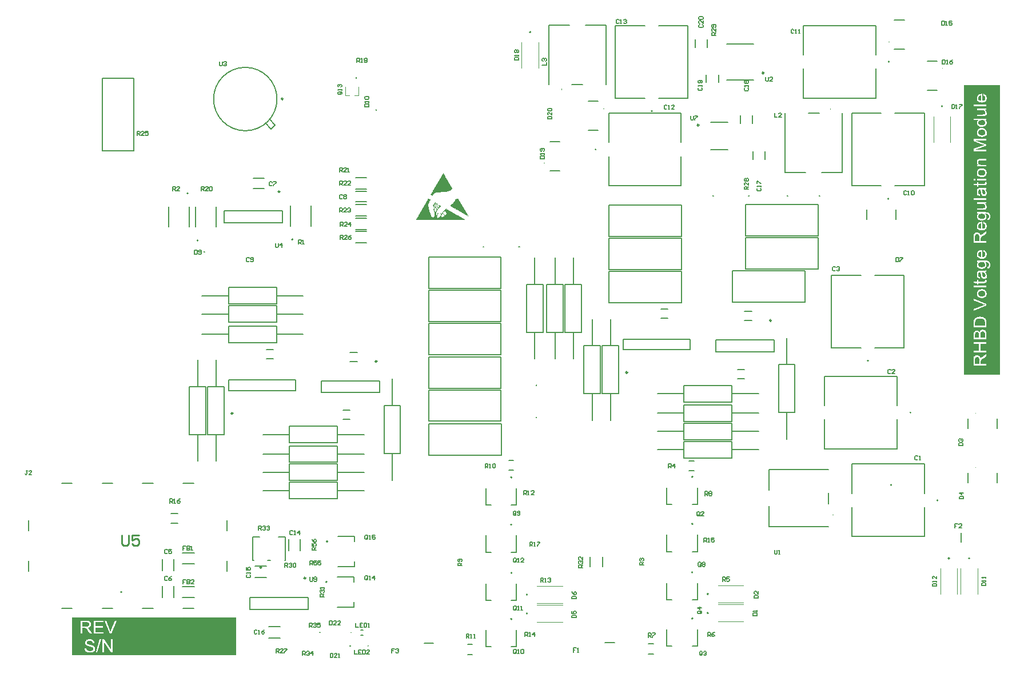
<source format=gbr>
%TF.GenerationSoftware,Altium Limited,Altium Designer,24.2.2 (26)*%
G04 Layer_Color=65535*
%FSLAX45Y45*%
%MOMM*%
%TF.SameCoordinates,2C43E8B5-FC8E-40A2-A425-C8743FE8A27F*%
%TF.FilePolarity,Positive*%
%TF.FileFunction,Legend,Top*%
%TF.Part,Single*%
G01*
G75*
%TA.AperFunction,NonConductor*%
%ADD83C,0.25400*%
%ADD119C,0.20000*%
%ADD120C,0.15240*%
%ADD121C,0.15000*%
%ADD122C,0.25000*%
%ADD123C,0.10000*%
%ADD124C,0.12700*%
G36*
X9119112Y10041553D02*
Y10036498D01*
X9124168D01*
Y10031442D01*
X9129223D01*
Y10026387D01*
Y10021331D01*
X9134279D01*
Y10016276D01*
Y10011221D01*
X9139334D01*
Y10006165D01*
X9144389D01*
Y10001109D01*
Y9996054D01*
X9149445D01*
Y9990999D01*
Y9985943D01*
X9154501D01*
Y9980888D01*
Y9975832D01*
X9159556D01*
Y9970777D01*
X9164611D01*
Y9965721D01*
Y9960666D01*
X9169667D01*
Y9955610D01*
Y9950555D01*
X9174723D01*
Y9945499D01*
X9179778D01*
Y9940444D01*
Y9935388D01*
X9184833D01*
Y9930333D01*
Y9925277D01*
X9189889D01*
Y9920222D01*
Y9915166D01*
X9194945D01*
Y9910111D01*
X9200000D01*
Y9905055D01*
Y9900000D01*
X9205055D01*
Y9894945D01*
Y9889889D01*
X9210111D01*
Y9884833D01*
Y9879779D01*
X9215166D01*
Y9874723D01*
X9220221D01*
Y9869667D01*
Y9864611D01*
X9225277D01*
Y9859557D01*
Y9854501D01*
X9230333D01*
Y9849445D01*
Y9844390D01*
X9235388D01*
Y9839335D01*
X9240443D01*
Y9834279D01*
Y9829223D01*
X9245499D01*
Y9824168D01*
Y9819113D01*
Y9814057D01*
X9240443D01*
Y9809001D01*
X9235388D01*
Y9803946D01*
X9230333D01*
Y9798891D01*
X9225277D01*
Y9793835D01*
X9220221D01*
Y9788779D01*
X9210111D01*
Y9783724D01*
X9194945D01*
Y9778669D01*
X9169667D01*
Y9773613D01*
X9124168D01*
Y9768558D01*
X9078668D01*
Y9763502D01*
X9043280D01*
Y9758447D01*
X9002836D01*
Y9753391D01*
X8987670D01*
Y9748336D01*
X8982615D01*
Y9743280D01*
X8977559D01*
Y9738225D01*
X8972504D01*
Y9733169D01*
X8967449D01*
Y9728114D01*
X8962393D01*
Y9723059D01*
Y9718003D01*
X8957337D01*
Y9712948D01*
X8952282D01*
Y9718003D01*
X8942171D01*
Y9723059D01*
X8937115D01*
Y9728114D01*
X8927005D01*
Y9733169D01*
X8932060D01*
Y9738225D01*
X8937115D01*
Y9743280D01*
Y9748336D01*
X8942171D01*
Y9753391D01*
Y9758447D01*
X8947227D01*
Y9763502D01*
Y9768558D01*
X8952282D01*
Y9773613D01*
X8957337D01*
Y9778669D01*
Y9783724D01*
X8962393D01*
Y9788779D01*
Y9793835D01*
X8967449D01*
Y9798891D01*
Y9803946D01*
X8972504D01*
Y9809001D01*
X8977559D01*
Y9814057D01*
Y9819113D01*
X8982615D01*
Y9824168D01*
Y9829223D01*
X8987670D01*
Y9834279D01*
X8992725D01*
Y9839335D01*
Y9844390D01*
X8997781D01*
Y9849445D01*
Y9854501D01*
X9002836D01*
Y9859557D01*
Y9864611D01*
X9007892D01*
Y9869667D01*
X9012947D01*
Y9874723D01*
Y9879779D01*
X9018003D01*
Y9884833D01*
Y9889889D01*
X9023058D01*
Y9894945D01*
X9028114D01*
Y9900000D01*
Y9905055D01*
X9033169D01*
Y9910111D01*
Y9915166D01*
X9038224D01*
Y9920222D01*
Y9925277D01*
X9043280D01*
Y9930333D01*
X9048335D01*
Y9935388D01*
Y9940444D01*
X9053391D01*
Y9945499D01*
Y9950555D01*
X9058446D01*
Y9955610D01*
Y9960666D01*
X9063502D01*
Y9965721D01*
X9068557D01*
Y9970777D01*
Y9975832D01*
X9073613D01*
Y9980888D01*
Y9985943D01*
X9078668D01*
Y9990999D01*
X9083724D01*
Y9996054D01*
Y10001109D01*
X9088779D01*
Y10006165D01*
Y10011221D01*
X9093835D01*
Y10016276D01*
Y10021331D01*
X9098890D01*
Y10026387D01*
X9103946D01*
Y10031442D01*
Y10036498D01*
X9109001D01*
Y10041553D01*
Y10046609D01*
X9119112D01*
Y10041553D01*
D02*
G37*
G36*
X9336497Y9667449D02*
Y9662393D01*
X9341553D01*
Y9657338D01*
Y9652282D01*
X9346608D01*
Y9647227D01*
X9351664D01*
Y9642171D01*
Y9637116D01*
X9356719D01*
Y9632060D01*
Y9627005D01*
X9361775D01*
Y9621949D01*
X9366830D01*
Y9616894D01*
Y9611839D01*
X9371885D01*
Y9606783D01*
Y9601727D01*
X9376941D01*
Y9596672D01*
X9381996D01*
Y9591617D01*
Y9586561D01*
X9387052D01*
Y9581505D01*
Y9576450D01*
X9392107D01*
Y9571395D01*
X9397163D01*
Y9566339D01*
Y9561284D01*
X9402218D01*
Y9556228D01*
Y9551173D01*
X9407274D01*
Y9546117D01*
Y9541062D01*
X9412329D01*
Y9536006D01*
Y9530951D01*
X9417385D01*
Y9525895D01*
X9422440D01*
Y9520840D01*
Y9515785D01*
X9427496D01*
Y9510729D01*
Y9505673D01*
X9432551D01*
Y9500618D01*
X9437607D01*
Y9495563D01*
Y9490507D01*
X9442662D01*
Y9485452D01*
Y9480396D01*
X9447718D01*
Y9475341D01*
X9452773D01*
Y9470285D01*
Y9465230D01*
X9457829D01*
Y9460174D01*
Y9455119D01*
X9462884D01*
Y9450063D01*
X9467940D01*
Y9445008D01*
Y9439953D01*
X9472995D01*
Y9434897D01*
Y9429841D01*
X9478051D01*
Y9424786D01*
X9483106D01*
Y9419731D01*
Y9414675D01*
X9488161D01*
Y9409620D01*
X9478051D01*
Y9414675D01*
X9472995D01*
Y9419731D01*
X9462884D01*
Y9424786D01*
X9452773D01*
Y9429841D01*
X9442662D01*
Y9434897D01*
X9432551D01*
Y9439953D01*
X9427496D01*
Y9445008D01*
X9417385D01*
Y9450063D01*
X9407274D01*
Y9455119D01*
X9402218D01*
Y9460174D01*
X9392107D01*
Y9465230D01*
X9381996D01*
Y9470285D01*
X9371885D01*
Y9475341D01*
X9366830D01*
Y9480396D01*
X9356719D01*
Y9485452D01*
X9346608D01*
Y9490507D01*
X9336497D01*
Y9495563D01*
X9326386D01*
Y9500618D01*
X9321331D01*
Y9505673D01*
X9311220D01*
Y9510729D01*
X9301109D01*
Y9515785D01*
X9296054D01*
Y9520840D01*
X9285943D01*
Y9525895D01*
X9275832D01*
Y9530951D01*
X9265721D01*
Y9536006D01*
X9255610D01*
Y9541062D01*
X9250555D01*
Y9546117D01*
X9240443D01*
Y9551173D01*
X9230333D01*
Y9556228D01*
X9220221D01*
Y9561284D01*
Y9566339D01*
Y9571395D01*
X9225277D01*
Y9576450D01*
X9230333D01*
Y9581505D01*
X9235388D01*
Y9586561D01*
X9240443D01*
Y9591617D01*
X9250555D01*
Y9596672D01*
X9255610D01*
Y9601727D01*
X9260665D01*
Y9606783D01*
X9265721D01*
Y9611839D01*
Y9616894D01*
X9270776D01*
Y9621949D01*
X9275832D01*
Y9627005D01*
X9280887D01*
Y9632060D01*
Y9637116D01*
X9285943D01*
Y9642171D01*
Y9647227D01*
X9290998D01*
Y9652282D01*
Y9657338D01*
X9296054D01*
Y9662393D01*
X9306165D01*
Y9667449D01*
X9321331D01*
Y9672504D01*
X9336497D01*
Y9667449D01*
D02*
G37*
G36*
X8896672D02*
X8906783D01*
Y9662393D01*
X8916894D01*
Y9657338D01*
X8921949D01*
Y9652282D01*
Y9647227D01*
X8916894D01*
Y9642171D01*
Y9637116D01*
Y9632060D01*
X8911838D01*
Y9627005D01*
Y9621949D01*
X8906783D01*
Y9616894D01*
Y9611839D01*
X8901727D01*
Y9606783D01*
Y9601727D01*
X8896672D01*
Y9596672D01*
Y9591617D01*
X8891616D01*
Y9586561D01*
Y9581505D01*
Y9576450D01*
Y9571395D01*
Y9566339D01*
Y9561284D01*
Y9556228D01*
Y9551173D01*
Y9546117D01*
X8896672D01*
Y9541062D01*
Y9536006D01*
Y9530951D01*
X8901727D01*
Y9525895D01*
Y9520840D01*
Y9515785D01*
Y9510729D01*
Y9505673D01*
X8906783D01*
Y9500618D01*
Y9495563D01*
Y9490507D01*
Y9485452D01*
X8911838D01*
Y9480396D01*
Y9475341D01*
X8916894D01*
Y9470285D01*
Y9465230D01*
Y9460174D01*
X8921949D01*
Y9455119D01*
Y9450063D01*
X8927005D01*
Y9445008D01*
Y9439953D01*
Y9434897D01*
X8932060D01*
Y9429841D01*
Y9424786D01*
Y9419731D01*
Y9414675D01*
X8937115D01*
Y9409620D01*
Y9404564D01*
X8942171D01*
Y9399509D01*
Y9394453D01*
X8957337D01*
Y9389398D01*
X8967449D01*
Y9394453D01*
X8977559D01*
Y9399509D01*
Y9404564D01*
X8982615D01*
Y9409620D01*
X8987670D01*
Y9414675D01*
Y9419731D01*
Y9424786D01*
Y9429841D01*
Y9434897D01*
Y9439953D01*
Y9445008D01*
Y9450063D01*
Y9455119D01*
Y9460174D01*
Y9465230D01*
X8982615D01*
Y9470285D01*
Y9475341D01*
X8977559D01*
Y9480396D01*
Y9485452D01*
Y9490507D01*
X8972504D01*
Y9495563D01*
X8967449D01*
Y9500618D01*
Y9505673D01*
Y9510729D01*
Y9515785D01*
X8972504D01*
Y9520840D01*
Y9525895D01*
Y9530951D01*
X8977559D01*
Y9536006D01*
X8972504D01*
Y9541062D01*
Y9546117D01*
Y9551173D01*
X8967449D01*
Y9556228D01*
Y9561284D01*
Y9566339D01*
X8962393D01*
Y9571395D01*
Y9576450D01*
X8967449D01*
Y9581505D01*
X8972504D01*
Y9586561D01*
X8977559D01*
Y9591617D01*
X8982615D01*
Y9596672D01*
X8987670D01*
Y9601727D01*
Y9606783D01*
X8992725D01*
Y9611839D01*
Y9616894D01*
X8997781D01*
Y9611839D01*
X9002836D01*
Y9606783D01*
Y9601727D01*
Y9596672D01*
X8997781D01*
Y9591617D01*
Y9586561D01*
X8992725D01*
Y9581505D01*
X8987670D01*
Y9576450D01*
X8982615D01*
Y9571395D01*
Y9566339D01*
Y9561284D01*
Y9556228D01*
Y9551173D01*
Y9546117D01*
Y9541062D01*
Y9536006D01*
Y9530951D01*
Y9525895D01*
Y9520840D01*
Y9515785D01*
Y9510729D01*
Y9505673D01*
Y9500618D01*
Y9495563D01*
X8987670D01*
Y9490507D01*
Y9485452D01*
Y9480396D01*
X8992725D01*
Y9475341D01*
X9002836D01*
Y9480396D01*
X9007892D01*
Y9485452D01*
Y9490507D01*
X9012947D01*
Y9495563D01*
Y9500618D01*
X9018003D01*
Y9505673D01*
X9012947D01*
Y9510729D01*
Y9515785D01*
X9007892D01*
Y9520840D01*
X9002836D01*
Y9525895D01*
Y9530951D01*
X8997781D01*
Y9536006D01*
X8992725D01*
Y9541062D01*
Y9546117D01*
Y9551173D01*
X8997781D01*
Y9556228D01*
Y9561284D01*
X9002836D01*
Y9566339D01*
Y9571395D01*
Y9576450D01*
Y9581505D01*
Y9586561D01*
X9007892D01*
Y9591617D01*
X9012947D01*
Y9596672D01*
Y9601727D01*
X9023058D01*
Y9596672D01*
Y9591617D01*
Y9586561D01*
X9018003D01*
Y9581505D01*
X9012947D01*
Y9576450D01*
Y9571395D01*
Y9566339D01*
X9007892D01*
Y9561284D01*
Y9556228D01*
Y9551173D01*
Y9546117D01*
Y9541062D01*
Y9536006D01*
X9012947D01*
Y9530951D01*
Y9525895D01*
X9018003D01*
Y9520840D01*
Y9515785D01*
X9028114D01*
Y9520840D01*
Y9525895D01*
X9033169D01*
Y9530951D01*
Y9536006D01*
X9028114D01*
Y9541062D01*
X9023058D01*
Y9546117D01*
Y9551173D01*
Y9556228D01*
Y9561284D01*
Y9566339D01*
Y9571395D01*
X9028114D01*
Y9576450D01*
Y9581505D01*
X9033169D01*
Y9586561D01*
Y9591617D01*
X9038224D01*
Y9586561D01*
X9043280D01*
Y9581505D01*
X9038224D01*
Y9576450D01*
X9033169D01*
Y9571395D01*
Y9566339D01*
X9028114D01*
Y9561284D01*
Y9556228D01*
X9033169D01*
Y9551173D01*
Y9546117D01*
X9038224D01*
Y9541062D01*
X9048335D01*
Y9546117D01*
X9053391D01*
Y9551173D01*
X9048335D01*
Y9556228D01*
Y9561284D01*
X9043280D01*
Y9566339D01*
X9048335D01*
Y9571395D01*
Y9576450D01*
X9063502D01*
Y9571395D01*
X9068557D01*
Y9566339D01*
X9073613D01*
Y9561284D01*
X9083724D01*
Y9556228D01*
X9078668D01*
Y9551173D01*
X9073613D01*
Y9546117D01*
X9068557D01*
Y9541062D01*
X9063502D01*
Y9536006D01*
X9053391D01*
Y9530951D01*
X9048335D01*
Y9525895D01*
X9043280D01*
Y9520840D01*
X9038224D01*
Y9515785D01*
X9033169D01*
Y9510729D01*
Y9505673D01*
X9028114D01*
Y9500618D01*
X9023058D01*
Y9495563D01*
Y9490507D01*
X9018003D01*
Y9485452D01*
Y9480396D01*
Y9475341D01*
X9012947D01*
Y9470285D01*
Y9465230D01*
X9007892D01*
Y9460174D01*
Y9455119D01*
Y9450063D01*
Y9445008D01*
Y9439953D01*
Y9434897D01*
Y9429841D01*
Y9424786D01*
Y9419731D01*
X9018003D01*
Y9424786D01*
Y9429841D01*
X9023058D01*
Y9434897D01*
Y9439953D01*
Y9445008D01*
X9028114D01*
Y9450063D01*
Y9455119D01*
X9038224D01*
Y9460174D01*
X9073613D01*
Y9455119D01*
X9078668D01*
Y9450063D01*
X9068557D01*
Y9455119D01*
X9043280D01*
Y9450063D01*
X9038224D01*
Y9445008D01*
X9033169D01*
Y9439953D01*
Y9434897D01*
X9028114D01*
Y9429841D01*
Y9424786D01*
X9023058D01*
Y9419731D01*
Y9414675D01*
Y9409620D01*
X9018003D01*
Y9404564D01*
Y9399509D01*
Y9394453D01*
X9023058D01*
Y9389398D01*
X9028114D01*
Y9384342D01*
X9033169D01*
Y9389398D01*
X9053391D01*
Y9394453D01*
X9058446D01*
Y9399509D01*
X9063502D01*
Y9404564D01*
Y9409620D01*
X9068557D01*
Y9414675D01*
X9073613D01*
Y9419731D01*
Y9424786D01*
X9078668D01*
Y9429841D01*
Y9434897D01*
Y9439953D01*
Y9445008D01*
X9093835D01*
Y9450063D01*
Y9455119D01*
X9098890D01*
Y9460174D01*
Y9465230D01*
X9103946D01*
Y9470285D01*
X9109001D01*
Y9475341D01*
X9114057D01*
Y9480396D01*
Y9485452D01*
X9119112D01*
Y9490507D01*
X9124168D01*
Y9495563D01*
X9129223D01*
Y9500618D01*
X9139334D01*
Y9505673D01*
X9144389D01*
Y9510729D01*
X9149445D01*
Y9515785D01*
X9154501D01*
Y9520840D01*
X9159556D01*
Y9515785D01*
X9164611D01*
Y9510729D01*
X9174723D01*
Y9505673D01*
X9184833D01*
Y9500618D01*
X9194945D01*
Y9495563D01*
X9200000D01*
Y9490507D01*
X9210111D01*
Y9485452D01*
X9220221D01*
Y9480396D01*
X9230333D01*
Y9475341D01*
X9240443D01*
Y9470285D01*
X9245499D01*
Y9465230D01*
X9255610D01*
Y9460174D01*
X9265721D01*
Y9455119D01*
X9275832D01*
Y9450063D01*
X9280887D01*
Y9445008D01*
X9290998D01*
Y9439953D01*
X9301109D01*
Y9434897D01*
X9311220D01*
Y9429841D01*
X9316275D01*
Y9424786D01*
X9326386D01*
Y9419731D01*
X9336497D01*
Y9414675D01*
X9346608D01*
Y9409620D01*
X9351664D01*
Y9404564D01*
X9361775D01*
Y9399509D01*
X9371885D01*
Y9394453D01*
X9381996D01*
Y9389398D01*
X9387052D01*
Y9384342D01*
X9397163D01*
Y9379287D01*
X9407274D01*
Y9374231D01*
X9417385D01*
Y9369176D01*
X9422440D01*
Y9364120D01*
X9432551D01*
Y9359065D01*
X9442662D01*
Y9354009D01*
X8709619D01*
Y9359065D01*
X8714675D01*
Y9364120D01*
Y9369176D01*
X8719730D01*
Y9374231D01*
Y9379287D01*
X8724786D01*
Y9384342D01*
X8729841D01*
Y9389398D01*
Y9394453D01*
X8734897D01*
Y9399509D01*
Y9404564D01*
X8739952D01*
Y9409620D01*
X8745008D01*
Y9414675D01*
Y9419731D01*
X8750063D01*
Y9424786D01*
Y9429841D01*
X8755119D01*
Y9434897D01*
Y9439953D01*
X8760174D01*
Y9445008D01*
X8765230D01*
Y9450063D01*
Y9455119D01*
X8770285D01*
Y9460174D01*
Y9465230D01*
X8775341D01*
Y9470285D01*
X8780396D01*
Y9475341D01*
Y9480396D01*
X8785451D01*
Y9485452D01*
Y9490507D01*
X8790507D01*
Y9495563D01*
Y9500618D01*
X8795563D01*
Y9505673D01*
X8800618D01*
Y9510729D01*
Y9515785D01*
X8805673D01*
Y9520840D01*
Y9525895D01*
X8810729D01*
Y9530951D01*
X8815784D01*
Y9536006D01*
Y9541062D01*
X8820840D01*
Y9546117D01*
Y9551173D01*
X8825895D01*
Y9556228D01*
Y9561284D01*
X8830951D01*
Y9566339D01*
X8836006D01*
Y9571395D01*
Y9576450D01*
X8841062D01*
Y9581505D01*
Y9586561D01*
X8846117D01*
Y9591617D01*
Y9596672D01*
X8851173D01*
Y9601727D01*
X8856228D01*
Y9606783D01*
Y9611839D01*
X8861283D01*
Y9616894D01*
Y9621949D01*
X8866339D01*
Y9627005D01*
Y9632060D01*
X8871394D01*
Y9637116D01*
X8876450D01*
Y9642171D01*
Y9647227D01*
X8881505D01*
Y9652282D01*
Y9657338D01*
X8886561D01*
Y9662393D01*
Y9667449D01*
X8891616D01*
Y9672504D01*
X8896672D01*
Y9667449D01*
D02*
G37*
G36*
X17357683Y7064526D02*
X16822318D01*
Y11355475D01*
X17357683D01*
Y7064526D01*
D02*
G37*
G36*
X4400475Y3460000D02*
X6050000D01*
Y2900000D01*
X3619526D01*
Y3176158D01*
D01*
Y3460000D01*
X4400475D01*
D01*
D02*
G37*
%LPC*%
G36*
X9144389Y9485452D02*
X9134279D01*
Y9480396D01*
X9129223D01*
Y9475341D01*
X9119112D01*
Y9470285D01*
X9114057D01*
Y9465230D01*
X9109001D01*
Y9460174D01*
X9114057D01*
Y9455119D01*
Y9450063D01*
X9119112D01*
Y9445008D01*
Y9439953D01*
X9124168D01*
Y9434897D01*
Y9429841D01*
X9134279D01*
Y9424786D01*
X9144389D01*
Y9429841D01*
X9149445D01*
Y9434897D01*
X9154501D01*
Y9439953D01*
X9159556D01*
Y9445008D01*
Y9450063D01*
Y9455119D01*
Y9460174D01*
X9154501D01*
Y9465230D01*
Y9470285D01*
X9149445D01*
Y9475341D01*
Y9480396D01*
X9144389D01*
Y9485452D01*
D02*
G37*
G36*
X9114057Y9450063D02*
X9098890D01*
Y9445008D01*
Y9439953D01*
X9093835D01*
Y9434897D01*
Y9429841D01*
X9088779D01*
Y9424786D01*
Y9419731D01*
X9083724D01*
Y9414675D01*
Y9409620D01*
Y9404564D01*
Y9399509D01*
Y9394453D01*
X9114057D01*
Y9399509D01*
Y9404564D01*
X9119112D01*
Y9409620D01*
X9124168D01*
Y9414675D01*
Y9419731D01*
Y9424786D01*
Y9429841D01*
X9119112D01*
Y9434897D01*
Y9439953D01*
X9114057D01*
Y9445008D01*
Y9450063D01*
D02*
G37*
G36*
X17160931Y11224009D02*
X17015459D01*
Y11095470D01*
D01*
Y11160434D01*
X17015736Y11155159D01*
X17016290Y11150162D01*
X17017123Y11145442D01*
X17018512Y11141000D01*
X17019901Y11136836D01*
X17021565Y11132949D01*
X17023232Y11129340D01*
X17025175Y11126286D01*
X17026842Y11123232D01*
X17028784Y11120734D01*
X17030450Y11118513D01*
X17031837Y11116847D01*
X17033226Y11115459D01*
X17034059Y11114348D01*
X17034615Y11113793D01*
X17034892Y11113515D01*
X17038779Y11110462D01*
X17042943Y11107685D01*
X17047107Y11105187D01*
X17051549Y11102966D01*
X17056268Y11101300D01*
X17060712Y11099912D01*
X17069595Y11097691D01*
X17073482Y11096858D01*
X17077368Y11096303D01*
X17080699Y11096025D01*
X17083752Y11095748D01*
X17086252Y11095470D01*
X17089583D01*
X17095691Y11095748D01*
X17101521Y11096303D01*
X17107072Y11097136D01*
X17112071Y11098246D01*
X17116789Y11099634D01*
X17121233Y11101023D01*
X17125119Y11102688D01*
X17128728Y11104354D01*
X17131783Y11106020D01*
X17134558Y11107685D01*
X17136778Y11109074D01*
X17138722Y11110462D01*
X17140388Y11111572D01*
X17141499Y11112405D01*
X17142055Y11112960D01*
X17142331Y11113238D01*
X17145663Y11116847D01*
X17148439Y11120456D01*
X17150938Y11124343D01*
X17153159Y11128507D01*
X17154823Y11132394D01*
X17156490Y11136558D01*
X17158711Y11144332D01*
X17159267Y11147941D01*
X17159822Y11151272D01*
X17160378Y11154326D01*
X17160655Y11156825D01*
X17160931Y11158768D01*
Y11161822D01*
X17160378Y11170428D01*
X17158989Y11178201D01*
X17157323Y11185142D01*
X17156213Y11187918D01*
X17155103Y11190694D01*
X17153992Y11193193D01*
X17152881Y11195414D01*
X17152048Y11197080D01*
X17151215Y11198745D01*
X17150383Y11199856D01*
X17149828Y11200689D01*
X17149272Y11201244D01*
Y11201522D01*
X17144275Y11207074D01*
X17139000Y11211516D01*
X17133447Y11215403D01*
X17128172Y11218179D01*
X17123453Y11220400D01*
X17121233Y11221233D01*
X17119566Y11222066D01*
X17117902Y11222621D01*
X17116789Y11222899D01*
X17116235Y11223176D01*
X17115958D01*
X17112904Y11198745D01*
X17118178Y11196524D01*
X17122620Y11194026D01*
X17126508Y11191527D01*
X17129561Y11189306D01*
X17131783Y11187363D01*
X17133447Y11185697D01*
X17134558Y11184309D01*
X17134836Y11184031D01*
X17137057Y11180422D01*
X17138722Y11176813D01*
X17139833Y11172927D01*
X17140666Y11169595D01*
X17141222Y11166541D01*
X17141499Y11164043D01*
Y11161822D01*
X17141222Y11158490D01*
X17140942Y11155436D01*
X17139555Y11149884D01*
X17137611Y11144887D01*
X17135391Y11140445D01*
X17133447Y11137113D01*
X17131503Y11134615D01*
X17130116Y11132949D01*
X17129561Y11132671D01*
Y11132394D01*
X17124564Y11128507D01*
X17119011Y11125453D01*
X17112904Y11123232D01*
X17107352Y11121567D01*
X17102354Y11120734D01*
X17100133Y11120178D01*
X17098190Y11119901D01*
X17096524D01*
X17095413Y11119623D01*
X17094580D01*
X17094302D01*
Y11223731D01*
X17091527Y11224009D01*
X17160931D01*
D01*
D02*
G37*
G36*
X17157878Y11066875D02*
X16965764D01*
Y11043277D01*
X17157878D01*
Y11066875D01*
D02*
G37*
G36*
X17160931Y11006909D02*
X17018512D01*
Y10893916D01*
X17110127D01*
X17114847Y10894194D01*
X17118456Y10894472D01*
X17121786Y10894749D01*
X17124008D01*
X17125674Y10895027D01*
X17126785Y10895305D01*
X17127061D01*
X17130672Y10896137D01*
X17134003Y10897248D01*
X17137057Y10898358D01*
X17139555Y10899747D01*
X17141776Y10900857D01*
X17143164Y10901690D01*
X17144275Y10902245D01*
X17144553Y10902523D01*
X17147050Y10904744D01*
X17149272Y10907242D01*
X17151215Y10909741D01*
X17152881Y10912517D01*
X17154269Y10914738D01*
X17155380Y10916681D01*
X17155936Y10917792D01*
X17156213Y10918347D01*
X17157878Y10922512D01*
X17158989Y10926398D01*
X17159822Y10930285D01*
X17160378Y10933894D01*
X17160655Y10936948D01*
X17160931Y10939446D01*
Y10909741D01*
Y11006909D01*
D02*
G37*
G36*
Y10856993D02*
X16965764D01*
Y10736227D01*
D01*
Y10833395D01*
X17034615D01*
X17031560Y10830896D01*
X17029062Y10828120D01*
X17026562Y10825621D01*
X17024620Y10822845D01*
X17023232Y10820624D01*
X17021844Y10818959D01*
X17021288Y10817848D01*
X17021011Y10817293D01*
X17019067Y10813684D01*
X17017679Y10809797D01*
X17016846Y10805910D01*
X17016013Y10802301D01*
X17015736Y10799247D01*
X17015459Y10797026D01*
Y10794805D01*
X17015736Y10788698D01*
X17016846Y10782868D01*
X17018234Y10777593D01*
X17019901Y10773151D01*
X17021844Y10769264D01*
X17023232Y10766488D01*
X17023787Y10765378D01*
X17024342Y10764545D01*
X17024620Y10764267D01*
Y10763989D01*
X17028229Y10758992D01*
X17032671Y10754828D01*
X17036835Y10751219D01*
X17040999Y10748443D01*
X17044885Y10746222D01*
X17047940Y10744556D01*
X17049049Y10744001D01*
X17049883Y10743445D01*
X17050439Y10743168D01*
X17050716D01*
X17057101Y10740947D01*
X17063763Y10739281D01*
X17070151Y10737893D01*
X17075980Y10737060D01*
X17080977Y10736505D01*
X17083199D01*
X17084863Y10736227D01*
X17088474D01*
X17096246Y10736505D01*
X17103464Y10737338D01*
X17109850Y10738726D01*
X17115402Y10740114D01*
X17117902Y10740669D01*
X17119844Y10741224D01*
X17121786Y10742057D01*
X17123453Y10742612D01*
X17124564Y10743168D01*
X17125397Y10743445D01*
X17125952Y10743723D01*
X17126228D01*
X17132059Y10746777D01*
X17137057Y10750386D01*
X17141499Y10753995D01*
X17145108Y10757604D01*
X17147884Y10760658D01*
X17150105Y10763157D01*
X17151215Y10764822D01*
X17151772Y10765100D01*
Y10765378D01*
X17154823Y10770652D01*
X17157045Y10775927D01*
X17158711Y10781202D01*
X17159822Y10785922D01*
X17160378Y10789808D01*
X17160655Y10793140D01*
X17160931Y10794250D01*
Y10795916D01*
X17160655Y10800635D01*
X17160098Y10805077D01*
X17158989Y10809242D01*
X17157600Y10812851D01*
X17156213Y10816460D01*
X17154547Y10819791D01*
X17152603Y10822568D01*
X17150661Y10825066D01*
X17148717Y10827565D01*
X17146773Y10829508D01*
X17145108Y10831174D01*
X17143719Y10832562D01*
X17142331Y10833673D01*
X17141222Y10834505D01*
X17140666Y10834783D01*
X17140388Y10835061D01*
X17157878D01*
Y10856993D01*
X17160931D01*
D01*
D02*
G37*
G36*
Y10717349D02*
X17015459D01*
Y10652108D01*
X17015736Y10647388D01*
X17016013Y10642946D01*
X17017957Y10634340D01*
X17020454Y10626844D01*
X17021844Y10623513D01*
X17023232Y10620459D01*
X17024620Y10617683D01*
X17026009Y10615462D01*
X17027396Y10613241D01*
X17028506Y10611575D01*
X17029617Y10610187D01*
X17030450Y10609076D01*
X17030727Y10608521D01*
X17031004Y10608243D01*
X17034615Y10604357D01*
X17038779Y10601303D01*
X17043221Y10598249D01*
X17047662Y10596028D01*
X17052382Y10593807D01*
X17057379Y10592141D01*
X17062099Y10590753D01*
X17066541Y10589643D01*
X17070982Y10588532D01*
X17074869Y10587977D01*
X17078757Y10587422D01*
X17081810Y10587144D01*
X17084586D01*
X17086530Y10586867D01*
X17088194D01*
X17094580Y10587144D01*
X17100688Y10587699D01*
X17106241Y10588532D01*
X17111514Y10589643D01*
X17116235Y10591031D01*
X17120677Y10592419D01*
X17124841Y10594085D01*
X17128450Y10595750D01*
X17131783Y10597416D01*
X17134558Y10599082D01*
X17136778Y10600470D01*
X17138722Y10601858D01*
X17140388Y10602969D01*
X17141499Y10603801D01*
X17142055Y10604357D01*
X17142331Y10604634D01*
X17145663Y10608243D01*
X17148439Y10611853D01*
X17150938Y10615739D01*
X17153159Y10619626D01*
X17154823Y10623513D01*
X17156490Y10627677D01*
X17158711Y10635173D01*
X17159267Y10638504D01*
X17159822Y10641836D01*
X17160378Y10644612D01*
X17160655Y10647111D01*
X17160931Y10649332D01*
Y10604357D01*
Y10652108D01*
X17160655Y10658771D01*
X17159544Y10664878D01*
X17158156Y10670708D01*
X17156767Y10675428D01*
X17155103Y10679592D01*
X17154547Y10681258D01*
X17153992Y10682646D01*
X17153436Y10684034D01*
X17152881Y10684867D01*
X17152603Y10685145D01*
Y10685422D01*
X17148994Y10690975D01*
X17145108Y10695694D01*
X17141222Y10699859D01*
X17137334Y10703190D01*
X17134003Y10705689D01*
X17131227Y10707632D01*
X17130116Y10708187D01*
X17129283Y10708743D01*
X17129005Y10709020D01*
X17128728D01*
X17122343Y10711796D01*
X17115402Y10713740D01*
X17108463Y10715406D01*
X17101521Y10716238D01*
X17098466Y10716794D01*
X17095691D01*
X17092915Y10717071D01*
X17090694Y10717349D01*
X17160931D01*
D01*
D02*
G37*
G36*
X17157878Y10557439D02*
X16965764D01*
Y10374208D01*
X17157878D01*
Y10476928D01*
X16997134Y10533008D01*
X17157878D01*
Y10557439D01*
D02*
G37*
G36*
Y10260938D02*
X17015459D01*
Y10147946D01*
D01*
Y10213187D01*
X17015736Y10207913D01*
X17016570Y10202915D01*
X17017679Y10198473D01*
X17019067Y10194031D01*
X17020734Y10190145D01*
X17022676Y10186536D01*
X17024896Y10183204D01*
X17026842Y10180428D01*
X17029062Y10177652D01*
X17031284Y10175431D01*
X17033226Y10173487D01*
X17034892Y10171822D01*
X17036279Y10170711D01*
X17037390Y10169878D01*
X17038223Y10169323D01*
X17038501Y10169045D01*
X17018512D01*
Y10147946D01*
X17157878D01*
Y10171544D01*
X17082088D01*
X17077368D01*
X17072649Y10172099D01*
X17068762Y10172655D01*
X17065154Y10173210D01*
X17061821Y10174043D01*
X17058768Y10174876D01*
X17055991Y10175986D01*
X17053770Y10177096D01*
X17051826Y10177929D01*
X17050162Y10179040D01*
X17048773Y10179873D01*
X17047662Y10180706D01*
X17046274Y10181816D01*
X17045718Y10182371D01*
X17042387Y10186536D01*
X17040167Y10190978D01*
X17038501Y10195420D01*
X17037112Y10199306D01*
X17036557Y10202915D01*
X17036279Y10205692D01*
X17036002Y10206802D01*
Y10208190D01*
X17036279Y10211522D01*
X17036557Y10214853D01*
X17037390Y10217629D01*
X17038223Y10219850D01*
X17039056Y10221794D01*
X17039610Y10223459D01*
X17040167Y10224292D01*
X17040443Y10224570D01*
X17042110Y10227068D01*
X17044054Y10229289D01*
X17045998Y10230955D01*
X17047662Y10232343D01*
X17049329Y10233176D01*
X17050716Y10234009D01*
X17051549Y10234564D01*
X17051826D01*
X17054881Y10235397D01*
X17058212Y10236230D01*
X17061821Y10236785D01*
X17065430Y10237063D01*
X17068484Y10237340D01*
X17070982D01*
X17072926D01*
X17073204D01*
X17073482D01*
X17157878D01*
Y10214853D01*
Y10260938D01*
D02*
G37*
G36*
X17160931Y10120184D02*
X17015459D01*
Y9989702D01*
D01*
Y10054943D01*
X17015736Y10050223D01*
X17016013Y10045781D01*
X17017957Y10037175D01*
X17020454Y10029679D01*
X17021844Y10026348D01*
X17023232Y10023294D01*
X17024620Y10020518D01*
X17026009Y10018297D01*
X17027396Y10016076D01*
X17028506Y10014410D01*
X17029617Y10013022D01*
X17030450Y10011911D01*
X17030727Y10011356D01*
X17031004Y10011079D01*
X17034615Y10007192D01*
X17038779Y10004138D01*
X17043221Y10001084D01*
X17047662Y9998863D01*
X17052382Y9996642D01*
X17057379Y9994976D01*
X17062099Y9993588D01*
X17066541Y9992478D01*
X17070982Y9991367D01*
X17074869Y9990812D01*
X17078757Y9990257D01*
X17081810Y9989979D01*
X17084586D01*
X17086530Y9989702D01*
X17088194D01*
X17094580Y9989979D01*
X17100688Y9990535D01*
X17106241Y9991367D01*
X17111514Y9992478D01*
X17116235Y9993866D01*
X17120677Y9995254D01*
X17124841Y9996920D01*
X17128450Y9998586D01*
X17131783Y10000251D01*
X17134558Y10001917D01*
X17136778Y10003305D01*
X17138722Y10004693D01*
X17140388Y10005804D01*
X17141499Y10006637D01*
X17142055Y10007192D01*
X17142331Y10007469D01*
X17145663Y10011079D01*
X17148439Y10014688D01*
X17150938Y10018574D01*
X17153159Y10022461D01*
X17154823Y10026348D01*
X17156490Y10030512D01*
X17158711Y10038008D01*
X17159267Y10041339D01*
X17159822Y10044671D01*
X17160378Y10047447D01*
X17160655Y10049946D01*
X17160931Y10052167D01*
Y10054943D01*
X17160655Y10061606D01*
X17159544Y10067713D01*
X17158156Y10073543D01*
X17156767Y10078263D01*
X17155103Y10082427D01*
X17154547Y10084093D01*
X17153992Y10085481D01*
X17153436Y10086869D01*
X17152881Y10087702D01*
X17152603Y10087980D01*
Y10088257D01*
X17148994Y10093810D01*
X17145108Y10098529D01*
X17141222Y10102694D01*
X17137334Y10106025D01*
X17134003Y10108524D01*
X17131227Y10110467D01*
X17130116Y10111022D01*
X17129283Y10111578D01*
X17129005Y10111855D01*
X17128728D01*
X17122343Y10114632D01*
X17115402Y10116575D01*
X17108463Y10118241D01*
X17101521Y10119073D01*
X17098466Y10119629D01*
X17095691D01*
X17092915Y10119906D01*
X17090694Y10120184D01*
X17160931D01*
D01*
D02*
G37*
G36*
X17157880Y9962495D02*
X17001128D01*
X17018512D01*
Y9938897D01*
X17157880D01*
Y9962495D01*
D02*
G37*
G36*
X16992693D02*
X16965764D01*
Y9938897D01*
X17001128D01*
X16992693D01*
Y9962495D01*
D02*
G37*
G36*
X17159822Y9918630D02*
X16969928D01*
Y9850613D01*
D01*
Y9891701D01*
Y9918630D01*
X17157880D01*
X17137057Y9915577D01*
X17137335Y9913356D01*
X17137611Y9911135D01*
Y9909191D01*
X17137891Y9907803D01*
Y9905027D01*
X17137611Y9901418D01*
X17137057Y9898919D01*
X17136502Y9897531D01*
X17136224Y9896976D01*
X17134836Y9895033D01*
X17133447Y9893922D01*
X17132336Y9893089D01*
X17131783Y9892812D01*
X17130394Y9892534D01*
X17128452Y9892256D01*
X17124010Y9891979D01*
X17122066Y9891701D01*
X17120399D01*
X17119289D01*
X17118735D01*
X17036835D01*
Y9915577D01*
X17018512D01*
Y9891701D01*
X16969928D01*
X16984087Y9868103D01*
X17018512D01*
Y9850613D01*
X17036835D01*
Y9868103D01*
X17117346D01*
X17121233D01*
X17124564D01*
X17127618Y9868381D01*
X17130672Y9868658D01*
X17133170D01*
X17135391Y9868936D01*
X17139000Y9869491D01*
X17141776Y9870047D01*
X17143719Y9870324D01*
X17144830Y9870879D01*
X17145108D01*
X17147607Y9871990D01*
X17149550Y9873656D01*
X17151492Y9875321D01*
X17152881Y9876709D01*
X17154269Y9878375D01*
X17155103Y9879486D01*
X17155658Y9880319D01*
X17155936Y9880596D01*
X17157323Y9883650D01*
X17158156Y9886704D01*
X17158989Y9890035D01*
X17159267Y9893367D01*
X17159544Y9896143D01*
X17159822Y9898364D01*
Y9900585D01*
X17159544Y9906693D01*
X17159267Y9909746D01*
X17158711Y9912523D01*
X17158434Y9915021D01*
X17158156Y9916965D01*
X17157880Y9918075D01*
Y9918630D01*
X17159822D01*
D01*
D02*
G37*
G36*
X17160931Y9835066D02*
X17015459D01*
Y9706805D01*
D01*
Y9773712D01*
X17015736Y9767049D01*
X17016290Y9761219D01*
X17017123Y9755666D01*
X17017957Y9751224D01*
X17018790Y9747338D01*
X17019623Y9744561D01*
X17019901Y9743451D01*
X17020178Y9742618D01*
X17020456Y9742340D01*
Y9742063D01*
X17022398Y9737343D01*
X17024898Y9733179D01*
X17027119Y9729570D01*
X17029340Y9726516D01*
X17031561Y9724295D01*
X17033226Y9722629D01*
X17034337Y9721519D01*
X17034615Y9721241D01*
X17038223Y9718743D01*
X17042110Y9716522D01*
X17045998Y9714856D01*
X17049606Y9713468D01*
X17053215Y9712357D01*
X17055714Y9711524D01*
X17056824Y9711247D01*
X17057657D01*
X17057935Y9710969D01*
X17058212D01*
X17061266Y9734012D01*
X17056268Y9735678D01*
X17051826Y9737343D01*
X17048218Y9739287D01*
X17045442Y9740952D01*
X17043221Y9742618D01*
X17041833Y9744006D01*
X17041000Y9745117D01*
X17040723Y9745394D01*
X17038779Y9748726D01*
X17037392Y9752612D01*
X17036279Y9756777D01*
X17035725Y9760663D01*
X17035170Y9764550D01*
X17034892Y9767326D01*
Y9770103D01*
X17035170Y9776488D01*
X17036003Y9782040D01*
X17037392Y9786482D01*
X17038779Y9790369D01*
X17040443Y9793145D01*
X17041554Y9795366D01*
X17042665Y9796754D01*
X17042943Y9797032D01*
X17045442Y9799253D01*
X17048495Y9800919D01*
X17051826Y9802307D01*
X17055157Y9803140D01*
X17058212Y9803695D01*
X17060988Y9803973D01*
X17062654D01*
X17062932D01*
X17063210D01*
X17063765D01*
X17064874D01*
X17066818D01*
X17068484Y9803695D01*
X17069040D01*
X17069318D01*
X17070151Y9800919D01*
X17070982Y9797865D01*
X17072649Y9791480D01*
X17074037Y9784261D01*
X17075426Y9777598D01*
X17075980Y9774267D01*
X17076257Y9771213D01*
X17076813Y9768437D01*
X17077090Y9766216D01*
X17077368Y9764273D01*
Y9762884D01*
X17077646Y9761774D01*
Y9761496D01*
X17078201Y9756499D01*
X17079034Y9752335D01*
X17079588Y9748726D01*
X17080144Y9745950D01*
X17080421Y9743729D01*
X17080977Y9742063D01*
X17081255Y9740952D01*
Y9740675D01*
X17082365Y9737066D01*
X17083476Y9734012D01*
X17084863Y9730958D01*
X17085974Y9728459D01*
X17087085Y9726238D01*
X17088194Y9724850D01*
X17088751Y9723740D01*
X17089027Y9723462D01*
X17090971Y9720686D01*
X17093193Y9718465D01*
X17095415Y9716244D01*
X17097635Y9714578D01*
X17099577Y9713190D01*
X17101244Y9712080D01*
X17102354Y9711524D01*
X17102632Y9711247D01*
X17105685Y9709859D01*
X17109016Y9708748D01*
X17112071Y9707915D01*
X17115125Y9707360D01*
X17117622Y9707082D01*
X17119566Y9706805D01*
X17121233D01*
X17124564Y9707082D01*
X17127341Y9707360D01*
X17133170Y9708748D01*
X17137891Y9710692D01*
X17142055Y9712913D01*
X17145386Y9715133D01*
X17147884Y9717077D01*
X17149272Y9718465D01*
X17149828Y9719020D01*
X17153436Y9724017D01*
X17156213Y9729570D01*
X17158156Y9735678D01*
X17159544Y9741230D01*
X17160378Y9746227D01*
X17160655Y9748448D01*
Y9750391D01*
X17160931Y9752057D01*
Y9754278D01*
X17160655Y9759275D01*
X17160100Y9764273D01*
X17159544Y9768715D01*
X17158711Y9772601D01*
X17157880Y9775655D01*
X17157047Y9778154D01*
X17156767Y9779819D01*
X17156490Y9780375D01*
X17154547Y9785094D01*
X17152048Y9789536D01*
X17149272Y9793701D01*
X17146774Y9797865D01*
X17144275Y9801196D01*
X17142332Y9803695D01*
X17140944Y9805361D01*
X17140388Y9805638D01*
Y9805916D01*
X17143997Y9806471D01*
X17147330Y9807026D01*
X17150383Y9807582D01*
X17152881Y9808414D01*
X17155103Y9809247D01*
X17156490Y9809803D01*
X17157600Y9810080D01*
X17157880Y9810358D01*
Y9835066D01*
X17160931D01*
D01*
D02*
G37*
G36*
X17157880Y9678210D02*
X16965764D01*
Y9654612D01*
X17157880D01*
Y9678210D01*
D02*
G37*
G36*
X17160931Y9618243D02*
X17018512D01*
Y9505251D01*
X17110127D01*
X17114847Y9505529D01*
X17118456Y9505806D01*
X17121788Y9506084D01*
X17124010D01*
X17125674Y9506362D01*
X17126785Y9506639D01*
X17127063D01*
X17130672Y9507472D01*
X17134003Y9508583D01*
X17137057Y9509693D01*
X17139555Y9511081D01*
X17141776Y9512192D01*
X17143166Y9513025D01*
X17144275Y9513580D01*
X17144553Y9513858D01*
X17147050Y9516079D01*
X17149272Y9518577D01*
X17151216Y9521076D01*
X17152881Y9523852D01*
X17154269Y9526073D01*
X17155380Y9528016D01*
X17155936Y9529127D01*
X17156213Y9529682D01*
X17157880Y9533846D01*
X17158989Y9537733D01*
X17159822Y9541620D01*
X17160378Y9545229D01*
X17160655Y9548283D01*
X17160931Y9550781D01*
Y9552725D01*
X17160655Y9557722D01*
X17159822Y9562719D01*
X17158711Y9567161D01*
X17157323Y9571603D01*
X17155380Y9575490D01*
X17153436Y9579099D01*
X17151492Y9582430D01*
X17149272Y9585484D01*
X17147050Y9588260D01*
X17145108Y9590481D01*
X17142886Y9592425D01*
X17141222Y9594090D01*
X17139833Y9595478D01*
X17138724Y9596311D01*
X17137891Y9596867D01*
X17137611Y9597144D01*
X17157880D01*
Y9618243D01*
X17160931D01*
D01*
D02*
G37*
G36*
X17214236Y9469993D02*
X17015459D01*
D01*
X17018512D01*
Y9448339D01*
X17035725D01*
X17032117Y9445285D01*
X17029062Y9441953D01*
X17026286Y9438622D01*
X17024065Y9435291D01*
X17022121Y9431681D01*
X17020456Y9428350D01*
X17019067Y9425018D01*
X17017957Y9421965D01*
X17017123Y9418911D01*
X17016570Y9416135D01*
X17016014Y9413636D01*
X17015736Y9411693D01*
X17015459Y9410027D01*
Y9407528D01*
X17015736Y9400865D01*
X17016847Y9394758D01*
X17018512Y9389205D01*
X17020178Y9384486D01*
X17021844Y9380599D01*
X17023511Y9377823D01*
X17024065Y9376712D01*
X17024620Y9375879D01*
X17024898Y9375602D01*
Y9375324D01*
X17028506Y9370605D01*
X17032948Y9366440D01*
X17037112Y9362831D01*
X17041277Y9359777D01*
X17045164Y9357556D01*
X17048218Y9355891D01*
X17049329Y9355335D01*
X17050162Y9354780D01*
X17050716Y9354502D01*
X17050993D01*
X17057379Y9352004D01*
X17063765Y9350338D01*
X17069872Y9348950D01*
X17075426Y9348117D01*
X17080421Y9347562D01*
X17082365D01*
X17084309Y9347284D01*
X17087640D01*
X17092915Y9347562D01*
X17098190Y9347840D01*
X17107629Y9349783D01*
X17112071Y9350893D01*
X17115958Y9352282D01*
X17119844Y9353670D01*
X17123177Y9355058D01*
X17126508Y9356446D01*
X17129283Y9357834D01*
X17131503Y9359222D01*
X17133725Y9360333D01*
X17135114Y9361443D01*
X17136502Y9362276D01*
X17137057Y9362554D01*
X17137335Y9362831D01*
X17140944Y9365885D01*
X17143997Y9369216D01*
X17146774Y9372826D01*
X17149272Y9376435D01*
X17151216Y9380321D01*
X17152881Y9383930D01*
X17154269Y9387540D01*
X17155380Y9391149D01*
X17156213Y9394480D01*
X17156767Y9397534D01*
X17157323Y9400310D01*
X17157600Y9402809D01*
Y9404752D01*
X17157880Y9406140D01*
Y9407528D01*
X17157600Y9411693D01*
X17157047Y9415857D01*
X17156213Y9419744D01*
X17155103Y9423353D01*
X17152048Y9429738D01*
X17148717Y9435568D01*
X17147050Y9437789D01*
X17145386Y9440010D01*
X17143719Y9441953D01*
X17142332Y9443342D01*
X17141222Y9444452D01*
X17140388Y9445285D01*
X17139833Y9445840D01*
X17139555Y9446118D01*
X17143719D01*
X17147330D01*
X17150938Y9445840D01*
X17153992D01*
X17156767D01*
X17159267Y9445563D01*
X17161488D01*
X17163431Y9445285D01*
X17166206Y9445007D01*
X17168428Y9444730D01*
X17169539Y9444452D01*
X17169817D01*
X17173981Y9443064D01*
X17177589Y9441121D01*
X17180644Y9439177D01*
X17183420Y9437234D01*
X17185362Y9435291D01*
X17187029Y9433625D01*
X17187862Y9432514D01*
X17188139Y9432237D01*
X17190359Y9428628D01*
X17192026Y9424463D01*
X17193137Y9420299D01*
X17193970Y9416412D01*
X17194525Y9412525D01*
X17194801Y9409749D01*
Y9406973D01*
X17194525Y9401698D01*
X17193692Y9396701D01*
X17192581Y9392537D01*
X17191193Y9389205D01*
X17190083Y9386429D01*
X17188972Y9384486D01*
X17188139Y9383375D01*
X17187862Y9382820D01*
X17185918Y9380599D01*
X17183420Y9378933D01*
X17180920Y9377545D01*
X17178423Y9376435D01*
X17175925Y9375879D01*
X17173981Y9375324D01*
X17172870Y9375047D01*
X17172314D01*
X17169261Y9352004D01*
X17173425D01*
X17177034Y9352559D01*
X17180644Y9353114D01*
X17183975Y9353947D01*
X17189806Y9356446D01*
X17194525Y9359222D01*
X17198134Y9361998D01*
X17200632Y9364219D01*
X17202298Y9366163D01*
X17202576Y9366440D01*
X17202853Y9366718D01*
X17206740Y9372826D01*
X17209515Y9379488D01*
X17211459Y9386151D01*
X17212848Y9392537D01*
X17213403Y9395591D01*
X17213681Y9398367D01*
X17213959Y9400588D01*
Y9402809D01*
X17214236Y9404474D01*
Y9406973D01*
X17213959Y9414469D01*
X17212848Y9421409D01*
X17211737Y9427517D01*
X17210071Y9432514D01*
X17208682Y9436679D01*
X17208128Y9438344D01*
X17207295Y9439732D01*
X17207018Y9440843D01*
X17206462Y9441676D01*
X17206184Y9441953D01*
Y9442231D01*
X17203131Y9447228D01*
X17199522Y9451670D01*
X17195914Y9455279D01*
X17192581Y9458333D01*
X17189526Y9460554D01*
X17187029Y9461942D01*
X17185362Y9463053D01*
X17185086Y9463330D01*
X17184808D01*
X17182031Y9464441D01*
X17178978Y9465551D01*
X17175645Y9466384D01*
X17172037Y9467217D01*
X17164264Y9468328D01*
X17156767Y9469160D01*
X17153159Y9469438D01*
X17149828Y9469716D01*
X17146774D01*
X17144275Y9469993D01*
X17214236D01*
D01*
D02*
G37*
G36*
X17160931Y9327573D02*
X17015459D01*
Y9199034D01*
D01*
Y9263998D01*
X17015736Y9258723D01*
X17016290Y9253726D01*
X17017123Y9249006D01*
X17018512Y9244564D01*
X17019901Y9240400D01*
X17021565Y9236513D01*
X17023232Y9232904D01*
X17025175Y9229850D01*
X17026842Y9226796D01*
X17028784Y9224298D01*
X17030450Y9222077D01*
X17031837Y9220411D01*
X17033226Y9219023D01*
X17034059Y9217912D01*
X17034615Y9217357D01*
X17034892Y9217080D01*
X17038779Y9214026D01*
X17042943Y9211250D01*
X17047107Y9208751D01*
X17051549Y9206530D01*
X17056268Y9204864D01*
X17060712Y9203476D01*
X17069595Y9201255D01*
X17073482Y9200422D01*
X17077368Y9199867D01*
X17080701Y9199589D01*
X17083752Y9199312D01*
X17086252Y9199034D01*
X17089584D01*
X17095691Y9199312D01*
X17101521Y9199867D01*
X17107074Y9200700D01*
X17112071Y9201810D01*
X17116791Y9203199D01*
X17121233Y9204587D01*
X17125119Y9206252D01*
X17128728Y9207918D01*
X17131783Y9209584D01*
X17134558Y9211250D01*
X17136778Y9212638D01*
X17138724Y9214026D01*
X17140388Y9215136D01*
X17141499Y9215969D01*
X17142055Y9216524D01*
X17142332Y9216802D01*
X17145663Y9220411D01*
X17148439Y9224020D01*
X17150938Y9227907D01*
X17153159Y9232071D01*
X17154825Y9235958D01*
X17156490Y9240122D01*
X17158711Y9247896D01*
X17159267Y9251505D01*
X17159822Y9254836D01*
X17160378Y9257890D01*
X17160655Y9260389D01*
X17160931Y9262332D01*
Y9265386D01*
X17160378Y9273992D01*
X17158989Y9281766D01*
X17157323Y9288706D01*
X17156213Y9291482D01*
X17155103Y9294259D01*
X17153992Y9296757D01*
X17152881Y9298978D01*
X17152048Y9300644D01*
X17151216Y9302310D01*
X17150383Y9303420D01*
X17149828Y9304253D01*
X17149272Y9304808D01*
Y9305086D01*
X17144275Y9310638D01*
X17139000Y9315080D01*
X17133447Y9318967D01*
X17128172Y9321743D01*
X17123453Y9323964D01*
X17121233Y9324797D01*
X17119566Y9325630D01*
X17117902Y9326185D01*
X17116791Y9326463D01*
X17116235Y9326740D01*
X17115958D01*
X17112904Y9302310D01*
X17118179Y9300089D01*
X17122621Y9297590D01*
X17126508Y9295091D01*
X17129561Y9292870D01*
X17131783Y9290927D01*
X17133447Y9289261D01*
X17134558Y9287873D01*
X17134836Y9287596D01*
X17137057Y9283987D01*
X17138724Y9280377D01*
X17139833Y9276491D01*
X17140666Y9273159D01*
X17141222Y9270105D01*
X17141499Y9267607D01*
Y9265386D01*
X17141222Y9262054D01*
X17140944Y9259001D01*
X17139555Y9253448D01*
X17137611Y9248451D01*
X17135391Y9244009D01*
X17133447Y9240677D01*
X17131503Y9238179D01*
X17130116Y9236513D01*
X17129561Y9236236D01*
Y9235958D01*
X17124564Y9232071D01*
X17119011Y9229017D01*
X17112904Y9226796D01*
X17107352Y9225131D01*
X17102354Y9224298D01*
X17100133Y9223743D01*
X17098190Y9223465D01*
X17096524D01*
X17095415Y9223187D01*
X17094582D01*
X17094302D01*
Y9327296D01*
X17091527Y9327573D01*
X17160931D01*
D01*
D02*
G37*
G36*
X17157880Y9185431D02*
X16965764D01*
D01*
X17157880D01*
X17105685Y9152394D01*
X17100133Y9148507D01*
X17095135Y9144898D01*
X17090971Y9141289D01*
X17087085Y9138235D01*
X17084309Y9135459D01*
X17082088Y9133238D01*
X17080701Y9131850D01*
X17080144Y9131294D01*
X17078479Y9129073D01*
X17076535Y9126575D01*
X17073482Y9121578D01*
X17072371Y9119357D01*
X17071260Y9117691D01*
X17070705Y9116580D01*
X17070428Y9116025D01*
X17069595Y9121022D01*
X17068762Y9125742D01*
X17067374Y9129906D01*
X17066263Y9134071D01*
X17064874Y9137680D01*
X17063210Y9141011D01*
X17061821Y9144065D01*
X17060432Y9146841D01*
X17058768Y9149062D01*
X17057379Y9151283D01*
X17056268Y9152949D01*
X17055157Y9154337D01*
X17054326Y9155448D01*
X17053493Y9156280D01*
X17053215Y9156558D01*
X17052937Y9156836D01*
X17050162Y9159057D01*
X17047385Y9161278D01*
X17041554Y9164609D01*
X17035725Y9166830D01*
X17030173Y9168496D01*
X17025453Y9169606D01*
X17023511Y9169884D01*
X17021565D01*
X17020178Y9170161D01*
X17019067D01*
X17018512D01*
X17018234D01*
X17012405Y9169884D01*
X17007130Y9169051D01*
X17002133Y9167663D01*
X16997968Y9166275D01*
X16994359Y9164609D01*
X16991583Y9163499D01*
X16989917Y9162388D01*
X16989639Y9162110D01*
X16989362D01*
X16984920Y9158779D01*
X16981033Y9155448D01*
X16977702Y9151838D01*
X16975203Y9148507D01*
X16973260Y9145453D01*
X16972150Y9142955D01*
X16971317Y9141289D01*
X16971039Y9141011D01*
Y9140734D01*
X16970206Y9138235D01*
X16969373Y9135181D01*
X16967986Y9129073D01*
X16967152Y9122411D01*
X16966319Y9116303D01*
X16966042Y9110473D01*
Y9107974D01*
X16965764Y9105753D01*
Y9016637D01*
X17157880D01*
Y9185431D01*
D02*
G37*
G36*
X17160931Y8909752D02*
X17015459D01*
Y8781213D01*
D01*
Y8846177D01*
X17015736Y8840902D01*
X17016290Y8835905D01*
X17017123Y8831185D01*
X17018512Y8826743D01*
X17019901Y8822579D01*
X17021565Y8818692D01*
X17023232Y8815083D01*
X17025175Y8812029D01*
X17026842Y8808975D01*
X17028784Y8806477D01*
X17030450Y8804256D01*
X17031837Y8802590D01*
X17033226Y8801202D01*
X17034059Y8800091D01*
X17034615Y8799536D01*
X17034892Y8799258D01*
X17038779Y8796205D01*
X17042943Y8793428D01*
X17047107Y8790930D01*
X17051549Y8788709D01*
X17056268Y8787043D01*
X17060712Y8785655D01*
X17069595Y8783434D01*
X17073482Y8782601D01*
X17077368Y8782046D01*
X17080701Y8781768D01*
X17083752Y8781491D01*
X17086252Y8781213D01*
X17089584D01*
X17095691Y8781491D01*
X17101521Y8782046D01*
X17107074Y8782879D01*
X17112071Y8783989D01*
X17116791Y8785377D01*
X17121233Y8786766D01*
X17125119Y8788431D01*
X17128728Y8790097D01*
X17131783Y8791763D01*
X17134558Y8793428D01*
X17136778Y8794817D01*
X17138724Y8796205D01*
X17140388Y8797315D01*
X17141499Y8798148D01*
X17142055Y8798703D01*
X17142332Y8798981D01*
X17145663Y8802590D01*
X17148439Y8806199D01*
X17150938Y8810086D01*
X17153159Y8814250D01*
X17154825Y8818137D01*
X17156490Y8822301D01*
X17158711Y8830075D01*
X17159267Y8833684D01*
X17159822Y8837015D01*
X17160378Y8840069D01*
X17160655Y8842568D01*
X17160931Y8844511D01*
Y8847565D01*
X17160378Y8856171D01*
X17158989Y8863944D01*
X17157323Y8870885D01*
X17156213Y8873661D01*
X17155103Y8876437D01*
X17153992Y8878936D01*
X17152881Y8881157D01*
X17152048Y8882823D01*
X17151216Y8884488D01*
X17150383Y8885599D01*
X17149828Y8886432D01*
X17149272Y8886987D01*
Y8887265D01*
X17144275Y8892817D01*
X17139000Y8897259D01*
X17133447Y8901146D01*
X17128172Y8903922D01*
X17123453Y8906143D01*
X17121233Y8906976D01*
X17119566Y8907809D01*
X17117902Y8908364D01*
X17116791Y8908642D01*
X17116235Y8908919D01*
X17115958D01*
X17112904Y8884488D01*
X17118179Y8882267D01*
X17122621Y8879769D01*
X17126508Y8877270D01*
X17129561Y8875049D01*
X17131783Y8873106D01*
X17133447Y8871440D01*
X17134558Y8870052D01*
X17134836Y8869774D01*
X17137057Y8866165D01*
X17138724Y8862556D01*
X17139833Y8858670D01*
X17140666Y8855338D01*
X17141222Y8852284D01*
X17141499Y8849786D01*
Y8847565D01*
X17141222Y8844233D01*
X17140944Y8841179D01*
X17139555Y8835627D01*
X17137611Y8830630D01*
X17135391Y8826188D01*
X17133447Y8822856D01*
X17131503Y8820358D01*
X17130116Y8818692D01*
X17129561Y8818414D01*
Y8818137D01*
X17124564Y8814250D01*
X17119011Y8811196D01*
X17112904Y8808975D01*
X17107352Y8807310D01*
X17102354Y8806477D01*
X17100133Y8805921D01*
X17098190Y8805644D01*
X17096524D01*
X17095415Y8805366D01*
X17094582D01*
X17094302D01*
Y8909474D01*
X17091527Y8909752D01*
X17160931D01*
D01*
D02*
G37*
G36*
X17214236Y8753451D02*
X17015459D01*
Y8630742D01*
D01*
Y8690986D01*
X17015736Y8684323D01*
X17016847Y8678215D01*
X17018512Y8672663D01*
X17020178Y8667943D01*
X17021844Y8664057D01*
X17023511Y8661280D01*
X17024065Y8660170D01*
X17024620Y8659337D01*
X17024898Y8659059D01*
Y8658782D01*
X17028506Y8654062D01*
X17032948Y8649898D01*
X17037112Y8646289D01*
X17041277Y8643235D01*
X17045164Y8641014D01*
X17048218Y8639348D01*
X17049329Y8638793D01*
X17050162Y8638238D01*
X17050716Y8637960D01*
X17050993D01*
X17057379Y8635462D01*
X17063765Y8633796D01*
X17069872Y8632408D01*
X17075426Y8631575D01*
X17080421Y8631020D01*
X17082365D01*
X17084309Y8630742D01*
X17087640D01*
X17092915Y8631020D01*
X17098190Y8631297D01*
X17107629Y8633241D01*
X17112071Y8634351D01*
X17115958Y8635739D01*
X17119844Y8637127D01*
X17123177Y8638515D01*
X17126508Y8639903D01*
X17129283Y8641292D01*
X17131503Y8642680D01*
X17133725Y8643790D01*
X17135114Y8644901D01*
X17136502Y8645734D01*
X17137057Y8646011D01*
X17137335Y8646289D01*
X17140944Y8649343D01*
X17143997Y8652674D01*
X17146774Y8656283D01*
X17149272Y8659892D01*
X17151216Y8663779D01*
X17152881Y8667388D01*
X17154269Y8670997D01*
X17155380Y8674606D01*
X17156213Y8677938D01*
X17156767Y8680992D01*
X17157323Y8683768D01*
X17157600Y8686266D01*
Y8688210D01*
X17157880Y8689598D01*
Y8690986D01*
X17157600Y8695150D01*
X17157047Y8699315D01*
X17156213Y8703201D01*
X17155103Y8706810D01*
X17152048Y8713196D01*
X17148717Y8719026D01*
X17147050Y8721247D01*
X17145386Y8723468D01*
X17143719Y8725411D01*
X17142332Y8726799D01*
X17141222Y8727910D01*
X17140388Y8728743D01*
X17139833Y8729298D01*
X17139555Y8729575D01*
X17143719D01*
X17147330D01*
X17150938Y8729298D01*
X17153992D01*
X17156767D01*
X17159267Y8729020D01*
X17161488D01*
X17163431Y8728743D01*
X17166206Y8728465D01*
X17168428Y8728187D01*
X17169539Y8727910D01*
X17169817D01*
X17173981Y8726522D01*
X17177589Y8724578D01*
X17180644Y8722635D01*
X17183420Y8720691D01*
X17185362Y8718748D01*
X17187029Y8717082D01*
X17187862Y8715972D01*
X17188139Y8715694D01*
X17190359Y8712085D01*
X17192026Y8707921D01*
X17193137Y8703757D01*
X17193970Y8699870D01*
X17194525Y8695983D01*
X17194801Y8693207D01*
Y8690431D01*
X17194525Y8685156D01*
X17193692Y8680159D01*
X17192581Y8675994D01*
X17191193Y8672663D01*
X17190083Y8669887D01*
X17188972Y8667943D01*
X17188139Y8666833D01*
X17187862Y8666278D01*
X17185918Y8664057D01*
X17183420Y8662391D01*
X17180920Y8661003D01*
X17178423Y8659892D01*
X17175925Y8659337D01*
X17173981Y8658782D01*
X17172870Y8658504D01*
X17172314D01*
X17169261Y8635462D01*
X17173425D01*
X17177034Y8636017D01*
X17180644Y8636572D01*
X17183975Y8637405D01*
X17189806Y8639903D01*
X17194525Y8642680D01*
X17198134Y8645456D01*
X17200632Y8647677D01*
X17202298Y8649620D01*
X17202576Y8649898D01*
X17202853Y8650175D01*
X17206740Y8656283D01*
X17209515Y8662946D01*
X17211459Y8669609D01*
X17212848Y8675994D01*
X17213403Y8679048D01*
X17213681Y8681824D01*
X17213959Y8684045D01*
Y8686266D01*
X17214236Y8687932D01*
Y8690431D01*
X17213959Y8697926D01*
X17212848Y8704867D01*
X17211737Y8710975D01*
X17210071Y8715972D01*
X17208682Y8720136D01*
X17208128Y8721802D01*
X17207295Y8723190D01*
X17207018Y8724301D01*
X17206462Y8725133D01*
X17206184Y8725411D01*
Y8725689D01*
X17203131Y8730686D01*
X17199522Y8735128D01*
X17195914Y8738737D01*
X17192581Y8741791D01*
X17189526Y8744012D01*
X17187029Y8745400D01*
X17185362Y8746510D01*
X17185086Y8746788D01*
X17184808D01*
X17182031Y8747898D01*
X17178978Y8749009D01*
X17175645Y8749842D01*
X17172037Y8750675D01*
X17164264Y8751785D01*
X17156767Y8752618D01*
X17153159Y8752896D01*
X17149828Y8753173D01*
X17146774D01*
X17144275Y8753451D01*
X17214236D01*
D01*
D02*
G37*
G36*
X17160931Y8610753D02*
X17015459D01*
Y8482492D01*
Y8549399D01*
X17015736Y8542736D01*
X17016290Y8536906D01*
X17017123Y8531353D01*
X17017957Y8526911D01*
X17018790Y8523025D01*
X17019623Y8520248D01*
X17019901Y8519138D01*
X17020178Y8518305D01*
X17020456Y8518027D01*
Y8517750D01*
X17022398Y8513030D01*
X17024898Y8508866D01*
X17027119Y8505257D01*
X17029340Y8502203D01*
X17031561Y8499982D01*
X17033226Y8498316D01*
X17034337Y8497206D01*
X17034615Y8496928D01*
X17038223Y8494430D01*
X17042110Y8492209D01*
X17045998Y8490543D01*
X17049606Y8489155D01*
X17053215Y8488044D01*
X17055714Y8487211D01*
X17056824Y8486934D01*
X17057657D01*
X17057935Y8486656D01*
X17058212D01*
X17061266Y8509699D01*
X17056268Y8511364D01*
X17051826Y8513030D01*
X17048218Y8514974D01*
X17045442Y8516639D01*
X17043221Y8518305D01*
X17041833Y8519693D01*
X17041000Y8520804D01*
X17040723Y8521081D01*
X17038779Y8524413D01*
X17037392Y8528299D01*
X17036279Y8532464D01*
X17035725Y8536350D01*
X17035170Y8540237D01*
X17034892Y8543013D01*
Y8545790D01*
X17035170Y8552175D01*
X17036003Y8557727D01*
X17037392Y8562169D01*
X17038779Y8566056D01*
X17040443Y8568832D01*
X17041554Y8571053D01*
X17042665Y8572441D01*
X17042943Y8572719D01*
X17045442Y8574940D01*
X17048495Y8576606D01*
X17051826Y8577994D01*
X17055157Y8578827D01*
X17058212Y8579382D01*
X17060988Y8579659D01*
X17062654D01*
X17062932D01*
X17063210D01*
X17063765D01*
X17064874D01*
X17066818D01*
X17068484Y8579382D01*
X17069040D01*
X17069318D01*
X17070151Y8576606D01*
X17070982Y8573552D01*
X17072649Y8567167D01*
X17074037Y8559948D01*
X17075426Y8553285D01*
X17075980Y8549954D01*
X17076257Y8546900D01*
X17076813Y8544124D01*
X17077090Y8541903D01*
X17077368Y8539960D01*
Y8538571D01*
X17077646Y8537461D01*
Y8537183D01*
X17078201Y8532186D01*
X17079034Y8528022D01*
X17079588Y8524413D01*
X17080144Y8521636D01*
X17080421Y8519416D01*
X17080977Y8517750D01*
X17081255Y8516639D01*
Y8516362D01*
X17082365Y8512753D01*
X17083476Y8509699D01*
X17084863Y8506645D01*
X17085974Y8504146D01*
X17087085Y8501925D01*
X17088194Y8500537D01*
X17088751Y8499427D01*
X17089027Y8499149D01*
X17090971Y8496373D01*
X17093193Y8494152D01*
X17095415Y8491931D01*
X17097635Y8490265D01*
X17099577Y8488877D01*
X17101244Y8487767D01*
X17102354Y8487211D01*
X17102632Y8486934D01*
X17105685Y8485546D01*
X17109016Y8484435D01*
X17112071Y8483602D01*
X17115125Y8483047D01*
X17117622Y8482769D01*
X17119566Y8482492D01*
X17121233D01*
X17124564Y8482769D01*
X17127341Y8483047D01*
X17133170Y8484435D01*
X17137891Y8486379D01*
X17142055Y8488599D01*
X17145386Y8490820D01*
X17147884Y8492764D01*
X17149272Y8494152D01*
X17149828Y8494707D01*
X17153436Y8499704D01*
X17156213Y8505257D01*
X17158156Y8511364D01*
X17159544Y8516917D01*
X17160378Y8521914D01*
X17160655Y8524135D01*
Y8526078D01*
X17160931Y8527744D01*
Y8484435D01*
Y8529965D01*
X17160655Y8534962D01*
X17160100Y8539960D01*
X17159544Y8544402D01*
X17158711Y8548288D01*
X17157880Y8551342D01*
X17157047Y8553841D01*
X17156767Y8555506D01*
X17156490Y8556062D01*
X17154547Y8560781D01*
X17152048Y8565223D01*
X17149272Y8569387D01*
X17146774Y8573552D01*
X17144275Y8576883D01*
X17142332Y8579382D01*
X17140944Y8581048D01*
X17140388Y8581325D01*
Y8581603D01*
X17143997Y8582158D01*
X17147330Y8582713D01*
X17150383Y8583269D01*
X17152881Y8584101D01*
X17155103Y8584934D01*
X17156490Y8585490D01*
X17157600Y8585767D01*
X17157880Y8586045D01*
Y8610753D01*
X17160931D01*
D01*
D02*
G37*
G36*
X17159822Y8470276D02*
X16969928D01*
Y8402259D01*
D01*
Y8443347D01*
Y8470276D01*
X17157880D01*
X17137057Y8467223D01*
X17137335Y8465002D01*
X17137611Y8462781D01*
Y8460837D01*
X17137891Y8459449D01*
Y8456673D01*
X17137611Y8453064D01*
X17137057Y8450565D01*
X17136502Y8449177D01*
X17136224Y8448622D01*
X17134836Y8446679D01*
X17133447Y8445568D01*
X17132336Y8444735D01*
X17131783Y8444458D01*
X17130394Y8444180D01*
X17128452Y8443902D01*
X17124010Y8443625D01*
X17122066Y8443347D01*
X17120399D01*
X17119289D01*
X17118735D01*
X17036835D01*
Y8467223D01*
X17018512D01*
Y8443347D01*
X16969928D01*
X16984087Y8419749D01*
X17018512D01*
Y8402259D01*
X17036835D01*
Y8419749D01*
X17117346D01*
X17121233D01*
X17124564D01*
X17127618Y8420027D01*
X17130672Y8420304D01*
X17133170D01*
X17135391Y8420582D01*
X17139000Y8421137D01*
X17141776Y8421693D01*
X17143719Y8421970D01*
X17144830Y8422525D01*
X17145108D01*
X17147607Y8423636D01*
X17149550Y8425302D01*
X17151492Y8426967D01*
X17152881Y8428356D01*
X17154269Y8430021D01*
X17155103Y8431132D01*
X17155658Y8431965D01*
X17155936Y8432242D01*
X17157323Y8435296D01*
X17158156Y8438350D01*
X17158989Y8441681D01*
X17159267Y8445013D01*
X17159544Y8447789D01*
X17159822Y8450010D01*
Y8452231D01*
X17159544Y8458339D01*
X17159267Y8461393D01*
X17158711Y8464169D01*
X17158434Y8466667D01*
X17158156Y8468611D01*
X17157880Y8469721D01*
Y8470276D01*
X17159822D01*
D01*
D02*
G37*
G36*
X17157880Y8379216D02*
X16965764D01*
Y8355619D01*
X17157880D01*
Y8379216D01*
D02*
G37*
G36*
X17160931Y8328412D02*
X17015459D01*
Y8263170D01*
X17015736Y8258451D01*
X17016014Y8254009D01*
X17017957Y8245403D01*
X17020456Y8237907D01*
X17021844Y8234575D01*
X17023232Y8231522D01*
X17024620Y8228745D01*
X17026009Y8226524D01*
X17027396Y8224303D01*
X17028506Y8222638D01*
X17029617Y8221249D01*
X17030450Y8220139D01*
X17030728Y8219584D01*
X17031004Y8219306D01*
X17034615Y8215419D01*
X17038779Y8212366D01*
X17043221Y8209312D01*
X17047662Y8207091D01*
X17052382Y8204870D01*
X17057379Y8203204D01*
X17062099Y8201816D01*
X17066541Y8200705D01*
X17070982Y8199595D01*
X17074870Y8199040D01*
X17078757Y8198484D01*
X17081810Y8198207D01*
X17084586D01*
X17086530Y8197929D01*
X17088194D01*
X17094582Y8198207D01*
X17100688Y8198762D01*
X17106241Y8199595D01*
X17111516Y8200705D01*
X17116235Y8202094D01*
X17120677Y8203482D01*
X17124841Y8205147D01*
X17128452Y8206813D01*
X17131783Y8208479D01*
X17134558Y8210145D01*
X17136778Y8211533D01*
X17138724Y8212921D01*
X17140388Y8214031D01*
X17141499Y8214864D01*
X17142055Y8215419D01*
X17142332Y8215697D01*
X17145663Y8219306D01*
X17148439Y8222915D01*
X17150938Y8226802D01*
X17153159Y8230689D01*
X17154825Y8234575D01*
X17156490Y8238740D01*
X17158711Y8246235D01*
X17159267Y8249567D01*
X17159822Y8252898D01*
X17160378Y8255675D01*
X17160655Y8258173D01*
X17160931Y8260394D01*
Y8263170D01*
X17160655Y8269833D01*
X17159544Y8275941D01*
X17158156Y8281771D01*
X17156767Y8286491D01*
X17155103Y8290655D01*
X17154547Y8292321D01*
X17153992Y8293709D01*
X17153436Y8295097D01*
X17152881Y8295930D01*
X17152605Y8296207D01*
Y8296485D01*
X17148994Y8302037D01*
X17145108Y8306757D01*
X17141222Y8310921D01*
X17137335Y8314253D01*
X17134003Y8316751D01*
X17131227Y8318695D01*
X17130116Y8319250D01*
X17129283Y8319805D01*
X17129005Y8320083D01*
X17128728D01*
X17122343Y8322859D01*
X17115402Y8324803D01*
X17108463Y8326468D01*
X17101521Y8327301D01*
X17098466Y8327856D01*
X17095691D01*
X17092915Y8328134D01*
X17090694Y8328412D01*
X17160931D01*
D01*
D02*
G37*
G36*
X17157880Y8186824D02*
X16965764D01*
Y8010812D01*
D01*
X17157880Y8085215D01*
Y8186824D01*
D02*
G37*
G36*
Y7921140D02*
X16965764D01*
D01*
X17060988D01*
X17051549Y7920862D01*
X17042943Y7920030D01*
X17035170Y7918642D01*
X17031561Y7918086D01*
X17028506Y7917253D01*
X17025453Y7916421D01*
X17022954Y7915865D01*
X17020734Y7915310D01*
X17018790Y7914477D01*
X17017123Y7914200D01*
X17016014Y7913644D01*
X17015459Y7913367D01*
X17015181D01*
X17007964Y7910313D01*
X17001578Y7906704D01*
X16996025Y7902817D01*
X16991306Y7899208D01*
X16987419Y7895877D01*
X16984642Y7893100D01*
X16983810Y7891990D01*
X16982977Y7891157D01*
X16982700Y7890879D01*
X16982420Y7890602D01*
X16978812Y7886160D01*
X16976036Y7881440D01*
X16973538Y7876721D01*
X16971594Y7872279D01*
X16970206Y7868392D01*
X16969373Y7865338D01*
X16968819Y7864228D01*
Y7863395D01*
X16968539Y7862839D01*
Y7862562D01*
X16967706Y7857842D01*
X16966875Y7852290D01*
X16966319Y7846737D01*
X16966042Y7841185D01*
X16965764Y7836188D01*
Y7762340D01*
X17157880D01*
Y7833412D01*
Y7831468D01*
X17157600Y7837854D01*
X17157323Y7843684D01*
X17156767Y7848958D01*
X17156213Y7853400D01*
X17155658Y7857287D01*
X17155380Y7860063D01*
X17155103Y7860896D01*
X17154825Y7861729D01*
Y7862284D01*
X17153436Y7867281D01*
X17151772Y7871723D01*
X17150383Y7875610D01*
X17148717Y7878942D01*
X17147330Y7881718D01*
X17146217Y7883661D01*
X17145386Y7884772D01*
X17145108Y7885327D01*
X17142609Y7888936D01*
X17139555Y7891990D01*
X17136778Y7895044D01*
X17134003Y7897542D01*
X17131503Y7899763D01*
X17129561Y7901429D01*
X17128172Y7902539D01*
X17127618Y7902817D01*
X17123177Y7905593D01*
X17118456Y7908370D01*
X17114014Y7910590D01*
X17109572Y7912256D01*
X17105685Y7913922D01*
X17102632Y7915032D01*
X17101521Y7915310D01*
X17100688Y7915588D01*
X17100133Y7915865D01*
X17099857D01*
X17093193Y7917531D01*
X17086530Y7918919D01*
X17080144Y7919752D01*
X17074037Y7920585D01*
X17068762Y7920862D01*
X17066541D01*
X17064598Y7921140D01*
X17157880D01*
D01*
D02*
G37*
G36*
Y7727360D02*
X16965764D01*
Y7582164D01*
X17157880D01*
Y7655456D01*
X17157600Y7662119D01*
X17157323Y7667949D01*
X17156767Y7673224D01*
X17156213Y7677666D01*
X17155658Y7681275D01*
X17155380Y7684051D01*
X17154825Y7685717D01*
Y7686272D01*
X17153436Y7690991D01*
X17152048Y7694878D01*
X17150383Y7698487D01*
X17148717Y7701541D01*
X17147607Y7704040D01*
X17146497Y7705983D01*
X17145663Y7707094D01*
X17145386Y7707371D01*
X17142886Y7710425D01*
X17139833Y7713201D01*
X17136778Y7715422D01*
X17134003Y7717643D01*
X17131227Y7719309D01*
X17129283Y7720419D01*
X17127895Y7721252D01*
X17127341Y7721530D01*
X17122897Y7723473D01*
X17118456Y7724861D01*
X17114291Y7725972D01*
X17110405Y7726527D01*
X17107074Y7727082D01*
X17104298Y7727360D01*
X17157880D01*
D01*
D02*
G37*
G36*
Y7540798D02*
X16965764D01*
Y7515257D01*
X17044609D01*
Y7415868D01*
X16965764D01*
Y7390327D01*
X17157880D01*
Y7415868D01*
X17067374D01*
Y7515257D01*
X17157880D01*
Y7540798D01*
D02*
G37*
G36*
Y7364786D02*
X16965764D01*
Y7195991D01*
X17157880D01*
Y7254292D01*
Y7221533D01*
X17072649D01*
Y7254292D01*
X17072926Y7257346D01*
Y7259567D01*
X17073204Y7261510D01*
X17073482Y7262898D01*
Y7264009D01*
X17073759Y7264564D01*
Y7264842D01*
X17075146Y7269284D01*
X17075980Y7271227D01*
X17076813Y7272893D01*
X17077646Y7274558D01*
X17078201Y7275669D01*
X17078479Y7276224D01*
X17078757Y7276502D01*
X17080421Y7278723D01*
X17082365Y7280944D01*
X17086530Y7285108D01*
X17088474Y7287051D01*
X17090138Y7288440D01*
X17091249Y7289272D01*
X17091527Y7289550D01*
X17095415Y7292326D01*
X17099577Y7295380D01*
X17104021Y7298434D01*
X17108183Y7301488D01*
X17112071Y7303986D01*
X17115125Y7305930D01*
X17116235Y7306763D01*
X17117068Y7307318D01*
X17117622Y7307873D01*
X17117902D01*
X17157880Y7333137D01*
Y7364786D01*
X17105685Y7331749D01*
X17100133Y7327862D01*
X17095135Y7324253D01*
X17090971Y7320644D01*
X17087085Y7317590D01*
X17084309Y7314814D01*
X17082088Y7312593D01*
X17080701Y7311205D01*
X17080144Y7310649D01*
X17078479Y7308428D01*
X17076535Y7305930D01*
X17073482Y7300933D01*
X17072371Y7298712D01*
X17071260Y7297046D01*
X17070705Y7295935D01*
X17070428Y7295380D01*
X17069595Y7300377D01*
X17068762Y7305097D01*
X17067374Y7309261D01*
X17066263Y7313426D01*
X17064874Y7317035D01*
X17063210Y7320366D01*
X17061821Y7323420D01*
X17060432Y7326196D01*
X17058768Y7328417D01*
X17057379Y7330638D01*
X17056268Y7332304D01*
X17055157Y7333692D01*
X17054326Y7334802D01*
X17053493Y7335635D01*
X17053215Y7335913D01*
X17052937Y7336191D01*
X17050162Y7338412D01*
X17047385Y7340633D01*
X17041554Y7343964D01*
X17035725Y7346185D01*
X17030173Y7347851D01*
X17025453Y7348961D01*
X17023511Y7349239D01*
X17021565D01*
X17020178Y7349516D01*
X17019067D01*
X17018512D01*
X17018234D01*
X17012405Y7349239D01*
X17007130Y7348406D01*
X17002133Y7347018D01*
X16997968Y7345630D01*
X16994359Y7343964D01*
X16991583Y7342853D01*
X16989917Y7341743D01*
X16989639Y7341465D01*
X16989362D01*
X16984920Y7338134D01*
X16981033Y7334802D01*
X16977702Y7331193D01*
X16975203Y7327862D01*
X16973260Y7324808D01*
X16972150Y7322309D01*
X16971317Y7320644D01*
X16971039Y7320366D01*
Y7320088D01*
X16970206Y7317590D01*
X16969373Y7314536D01*
X16967986Y7308428D01*
X16967152Y7301765D01*
X16966319Y7295658D01*
X16966042Y7289828D01*
Y7287329D01*
X16965764Y7285108D01*
Y7364786D01*
X17157880D01*
D01*
D02*
G37*
%LPD*%
G36*
X17081810Y11223731D02*
X17075980Y11223176D01*
X17070427Y11222343D01*
X17065154Y11221233D01*
X17060432Y11219845D01*
X17055991Y11218457D01*
X17052104Y11216791D01*
X17048495Y11215125D01*
X17045164Y11213459D01*
X17042387Y11211794D01*
X17040167Y11210406D01*
X17038223Y11209017D01*
X17036557Y11207907D01*
X17035448Y11207074D01*
X17034892Y11206519D01*
X17034615Y11206241D01*
X17031284Y11202910D01*
X17028229Y11199301D01*
X17025729Y11195414D01*
X17023509Y11191527D01*
X17021565Y11187641D01*
X17020178Y11184031D01*
X17018790Y11180145D01*
X17017957Y11176813D01*
X17017123Y11173204D01*
X17016570Y11170150D01*
X17016013Y11167374D01*
X17015736Y11165153D01*
X17015459Y11163210D01*
Y11224009D01*
X17088194D01*
X17081810Y11223731D01*
D02*
G37*
G36*
X17074869Y11121011D02*
X17068484Y11121844D01*
X17062654Y11123510D01*
X17057657Y11125453D01*
X17053770Y11127674D01*
X17050439Y11129618D01*
X17047940Y11131561D01*
X17046552Y11132671D01*
X17045998Y11133227D01*
X17042387Y11137669D01*
X17039610Y11142111D01*
X17037668Y11146830D01*
X17036279Y11151272D01*
X17035448Y11154881D01*
X17035168Y11157935D01*
X17034892Y11159046D01*
Y11160711D01*
X17035168Y11164043D01*
X17035448Y11167097D01*
X17037112Y11172927D01*
X17039334Y11177924D01*
X17041832Y11182088D01*
X17044331Y11185420D01*
X17046552Y11187918D01*
X17048218Y11189306D01*
X17048495Y11189862D01*
X17048773D01*
X17052382Y11192360D01*
X17056546Y11194581D01*
X17060712Y11195969D01*
X17065154Y11197357D01*
X17068762Y11198190D01*
X17072093Y11198745D01*
X17073204D01*
X17074036Y11199023D01*
X17074593D01*
X17074869D01*
Y11121011D01*
D02*
G37*
G36*
X17160931Y10941390D02*
X17160655Y10946387D01*
X17159822Y10951384D01*
X17158711Y10955826D01*
X17157323Y10960268D01*
X17155380Y10964155D01*
X17153436Y10967764D01*
X17151492Y10971095D01*
X17149272Y10974149D01*
X17147050Y10976925D01*
X17145108Y10979146D01*
X17142886Y10981090D01*
X17141222Y10982756D01*
X17139833Y10984144D01*
X17138722Y10984977D01*
X17137891Y10985532D01*
X17137611Y10985809D01*
X17157878D01*
Y11006909D01*
X17160931D01*
Y10941390D01*
D02*
G37*
G36*
X17099577Y10983033D02*
X17105130Y10982756D01*
X17109850Y10982200D01*
X17113736Y10981367D01*
X17116789Y10980535D01*
X17119011Y10979979D01*
X17120122Y10979702D01*
X17120677Y10979424D01*
X17124008Y10977758D01*
X17126785Y10975815D01*
X17129283Y10973594D01*
X17131503Y10971373D01*
X17133170Y10969430D01*
X17134280Y10967764D01*
X17135114Y10966653D01*
X17135391Y10966098D01*
X17137057Y10962489D01*
X17138445Y10958880D01*
X17139278Y10955549D01*
X17140111Y10952495D01*
X17140388Y10949996D01*
X17140666Y10948053D01*
Y10946109D01*
X17140388Y10942223D01*
X17139833Y10938891D01*
X17139000Y10935837D01*
X17137891Y10933339D01*
X17137057Y10931118D01*
X17136224Y10929730D01*
X17135669Y10928619D01*
X17135391Y10928342D01*
X17133170Y10925843D01*
X17130949Y10923900D01*
X17128450Y10922234D01*
X17126228Y10920846D01*
X17124008Y10920013D01*
X17122343Y10919458D01*
X17121233Y10918902D01*
X17120955D01*
X17117902Y10918347D01*
X17114291Y10918070D01*
X17110127Y10917792D01*
X17105963D01*
X17102077Y10917514D01*
X17099022D01*
X17097633D01*
X17096802D01*
X17096246D01*
X17095969D01*
X17018512D01*
Y10983311D01*
X17093192D01*
X17099577Y10983033D01*
D02*
G37*
G36*
Y10835061D02*
X17103464Y10834505D01*
X17107352Y10833950D01*
X17110683Y10833117D01*
X17114014Y10832007D01*
X17116789Y10831174D01*
X17119289Y10830063D01*
X17121510Y10828953D01*
X17123730Y10828120D01*
X17125119Y10827010D01*
X17126508Y10826177D01*
X17127618Y10825621D01*
X17128450Y10825066D01*
X17128728Y10824511D01*
X17129005D01*
X17131227Y10822568D01*
X17133170Y10820347D01*
X17136224Y10815905D01*
X17138445Y10811463D01*
X17139833Y10807298D01*
X17140942Y10803689D01*
X17141222Y10800635D01*
X17141499Y10799525D01*
Y10798137D01*
X17141222Y10795361D01*
X17140942Y10792584D01*
X17139555Y10787587D01*
X17137334Y10782868D01*
X17134836Y10778981D01*
X17132616Y10775927D01*
X17130394Y10773429D01*
X17129005Y10772040D01*
X17128450Y10771763D01*
Y10771485D01*
X17125674Y10769542D01*
X17122897Y10767876D01*
X17116513Y10765100D01*
X17109850Y10763157D01*
X17103464Y10761768D01*
X17097633Y10760936D01*
X17095135Y10760658D01*
X17092915D01*
X17090971Y10760380D01*
X17089583D01*
X17088750D01*
X17088474D01*
X17083476D01*
X17078757Y10760936D01*
X17074313Y10761491D01*
X17070427Y10762046D01*
X17066818Y10762879D01*
X17063487Y10763712D01*
X17060432Y10764545D01*
X17057657Y10765655D01*
X17055437Y10766766D01*
X17053493Y10767598D01*
X17051826Y10768431D01*
X17050439Y10769264D01*
X17049329Y10770097D01*
X17048495Y10770375D01*
X17048218Y10770930D01*
X17047940D01*
X17045718Y10772873D01*
X17043498Y10775094D01*
X17040443Y10779536D01*
X17037946Y10783978D01*
X17036557Y10788143D01*
X17035448Y10791752D01*
X17035168Y10794805D01*
X17034892Y10795916D01*
Y10797304D01*
X17035168Y10800358D01*
X17035448Y10803134D01*
X17037112Y10808409D01*
X17039056Y10813128D01*
X17041554Y10817015D01*
X17044054Y10820069D01*
X17046274Y10822568D01*
X17047940Y10823956D01*
X17048218Y10824511D01*
X17048495D01*
X17051271Y10826454D01*
X17054048Y10828120D01*
X17060712Y10830896D01*
X17067651Y10832840D01*
X17074313Y10834228D01*
X17077646Y10834783D01*
X17080699Y10835061D01*
X17083476Y10835338D01*
X17085696D01*
X17087640Y10835616D01*
X17089027D01*
X17090138D01*
X17090416D01*
X17095135D01*
X17099577Y10835061D01*
D02*
G37*
G36*
X17080144Y10717071D02*
X17074593Y10716516D01*
X17069318Y10715683D01*
X17064320Y10714573D01*
X17059599Y10713185D01*
X17055437Y10711519D01*
X17051271Y10709853D01*
X17047940Y10708187D01*
X17044885Y10706522D01*
X17042110Y10704856D01*
X17039610Y10703190D01*
X17037668Y10701802D01*
X17036279Y10700692D01*
X17035168Y10699859D01*
X17034615Y10699303D01*
X17034337Y10699026D01*
X17031004Y10695417D01*
X17028229Y10691808D01*
X17025453Y10687921D01*
X17023509Y10684034D01*
X17021565Y10680148D01*
X17020178Y10676261D01*
X17017679Y10668765D01*
X17017123Y10665156D01*
X17016570Y10662102D01*
X17016013Y10659326D01*
X17015736Y10656827D01*
X17015459Y10654884D01*
Y10717349D01*
X17086252D01*
X17080144Y10717071D01*
D02*
G37*
G36*
X17097079Y10692641D02*
X17101244Y10692085D01*
X17105408Y10691252D01*
X17109016Y10690420D01*
X17112347Y10689309D01*
X17115402Y10688476D01*
X17118178Y10687366D01*
X17120399Y10686255D01*
X17122620Y10685145D01*
X17124286Y10684034D01*
X17125674Y10683201D01*
X17126785Y10682369D01*
X17127618Y10681813D01*
X17127895Y10681536D01*
X17128172Y10681258D01*
X17130394Y10679037D01*
X17132616Y10676538D01*
X17135947Y10671819D01*
X17138167Y10666822D01*
X17139833Y10662380D01*
X17140666Y10658215D01*
X17141222Y10655162D01*
X17141499Y10653773D01*
Y10652108D01*
X17141222Y10648776D01*
X17140942Y10645722D01*
X17139555Y10639892D01*
X17137334Y10634895D01*
X17134836Y10630731D01*
X17132616Y10627399D01*
X17130394Y10624901D01*
X17129005Y10623235D01*
X17128450Y10622957D01*
Y10622680D01*
X17125674Y10620736D01*
X17122897Y10618793D01*
X17116513Y10616017D01*
X17109850Y10613796D01*
X17103188Y10612408D01*
X17097357Y10611575D01*
X17094858Y10611297D01*
X17092638D01*
X17090694Y10611020D01*
X17089307D01*
X17088474D01*
X17088194D01*
X17083476Y10611297D01*
X17078757Y10611575D01*
X17074593Y10612130D01*
X17070705Y10612963D01*
X17067096Y10613796D01*
X17063763Y10614629D01*
X17060988Y10615739D01*
X17058212Y10616850D01*
X17055991Y10617960D01*
X17053770Y10619071D01*
X17052104Y10619904D01*
X17050716Y10620736D01*
X17049606Y10621569D01*
X17048773Y10622125D01*
X17048495Y10622680D01*
X17048218D01*
X17045998Y10624901D01*
X17043776Y10627399D01*
X17040443Y10632119D01*
X17038223Y10637116D01*
X17036557Y10641836D01*
X17035448Y10646000D01*
X17035168Y10649054D01*
X17034892Y10650442D01*
Y10652108D01*
X17035168Y10655439D01*
X17035448Y10658493D01*
X17036835Y10664045D01*
X17039056Y10669043D01*
X17041554Y10673207D01*
X17044054Y10676538D01*
X17045998Y10679037D01*
X17047662Y10680703D01*
X17047940Y10681258D01*
X17048218D01*
X17050716Y10683479D01*
X17053770Y10685145D01*
X17059879Y10688199D01*
X17066541Y10690420D01*
X17072649Y10691808D01*
X17078477Y10692641D01*
X17080977Y10692918D01*
X17083199D01*
X17084863Y10693196D01*
X17086252D01*
X17087085D01*
X17087363D01*
X17092360D01*
X17097079Y10692641D01*
D02*
G37*
G36*
X17099577Y10477206D02*
X17106796Y10474707D01*
X17112904Y10472764D01*
X17118178Y10470821D01*
X17122620Y10469432D01*
X17125952Y10468322D01*
X17128450Y10467489D01*
X17129839Y10467211D01*
X17130394Y10466934D01*
X17126508Y10465823D01*
X17122066Y10464435D01*
X17117345Y10462770D01*
X17112627Y10461381D01*
X17108463Y10459993D01*
X17105130Y10458883D01*
X17103741Y10458328D01*
X17102908Y10458050D01*
X17102354Y10457772D01*
X17102077D01*
X16965764Y10412242D01*
Y10523291D01*
X17099577Y10477206D01*
D02*
G37*
G36*
X17157878Y10398639D02*
X16994359D01*
X17157878Y10454163D01*
Y10398639D01*
D02*
G37*
G36*
X17061821Y10260661D02*
X17057935Y10260383D01*
X17054604D01*
X17052382Y10260105D01*
X17050716Y10259828D01*
X17049606Y10259550D01*
X17049329D01*
X17045718Y10258717D01*
X17042387Y10257329D01*
X17039610Y10256219D01*
X17036835Y10255108D01*
X17034892Y10253720D01*
X17033504Y10252887D01*
X17032393Y10252332D01*
X17032117Y10252054D01*
X17029340Y10249833D01*
X17027118Y10247335D01*
X17024896Y10244836D01*
X17023232Y10242060D01*
X17021844Y10239839D01*
X17021011Y10237896D01*
X17020454Y10236785D01*
X17020178Y10236230D01*
X17018512Y10232343D01*
X17017403Y10228179D01*
X17016570Y10224292D01*
X17016013Y10220683D01*
X17015736Y10217629D01*
X17015459Y10215408D01*
Y10260938D01*
X17066541D01*
X17061821Y10260661D01*
D02*
G37*
G36*
X17080144Y10119906D02*
X17074593Y10119351D01*
X17069318Y10118518D01*
X17064320Y10117408D01*
X17059599Y10116020D01*
X17055437Y10114354D01*
X17051271Y10112688D01*
X17047940Y10111022D01*
X17044885Y10109357D01*
X17042110Y10107691D01*
X17039610Y10106025D01*
X17037668Y10104637D01*
X17036279Y10103527D01*
X17035168Y10102694D01*
X17034615Y10102139D01*
X17034337Y10101861D01*
X17031004Y10098252D01*
X17028229Y10094643D01*
X17025453Y10090756D01*
X17023509Y10086869D01*
X17021565Y10082983D01*
X17020178Y10079096D01*
X17017679Y10071600D01*
X17017123Y10067991D01*
X17016570Y10064937D01*
X17016013Y10062161D01*
X17015736Y10059662D01*
X17015459Y10057719D01*
Y10120184D01*
X17086252D01*
X17080144Y10119906D01*
D02*
G37*
G36*
X17097079Y10095476D02*
X17101244Y10094920D01*
X17105408Y10094088D01*
X17109016Y10093255D01*
X17112347Y10092144D01*
X17115402Y10091311D01*
X17118178Y10090201D01*
X17120399Y10089090D01*
X17122620Y10087980D01*
X17124286Y10086869D01*
X17125674Y10086036D01*
X17126785Y10085204D01*
X17127618Y10084648D01*
X17127895Y10084371D01*
X17128172Y10084093D01*
X17130394Y10081872D01*
X17132616Y10079374D01*
X17135947Y10074654D01*
X17138167Y10069657D01*
X17139833Y10065215D01*
X17140666Y10061050D01*
X17141222Y10057997D01*
X17141499Y10056609D01*
Y10054943D01*
X17141222Y10051611D01*
X17140942Y10048557D01*
X17139555Y10042727D01*
X17137334Y10037730D01*
X17134836Y10033566D01*
X17132616Y10030234D01*
X17130394Y10027736D01*
X17129005Y10026070D01*
X17128450Y10025792D01*
Y10025515D01*
X17125674Y10023572D01*
X17122897Y10021628D01*
X17116513Y10018852D01*
X17109850Y10016631D01*
X17103188Y10015243D01*
X17097357Y10014410D01*
X17094858Y10014132D01*
X17092638D01*
X17090694Y10013855D01*
X17089307D01*
X17088474D01*
X17088194D01*
X17083476Y10014132D01*
X17078757Y10014410D01*
X17074593Y10014965D01*
X17070705Y10015798D01*
X17067096Y10016631D01*
X17063763Y10017464D01*
X17060988Y10018574D01*
X17058212Y10019685D01*
X17055991Y10020795D01*
X17053770Y10021906D01*
X17052104Y10022739D01*
X17050716Y10023572D01*
X17049606Y10024404D01*
X17048773Y10024960D01*
X17048495Y10025515D01*
X17048218D01*
X17045998Y10027736D01*
X17043776Y10030234D01*
X17040443Y10034954D01*
X17038223Y10039951D01*
X17036557Y10044671D01*
X17035448Y10048835D01*
X17035168Y10051889D01*
X17034892Y10053277D01*
Y10054943D01*
X17035168Y10058274D01*
X17035448Y10061328D01*
X17036835Y10066881D01*
X17039056Y10071878D01*
X17041554Y10076042D01*
X17044054Y10079374D01*
X17045998Y10081872D01*
X17047662Y10083538D01*
X17047940Y10084093D01*
X17048218D01*
X17050716Y10086314D01*
X17053770Y10087980D01*
X17059879Y10091034D01*
X17066541Y10093255D01*
X17072649Y10094643D01*
X17078477Y10095476D01*
X17080977Y10095753D01*
X17083199D01*
X17084863Y10096031D01*
X17086252D01*
X17087085D01*
X17087363D01*
X17092360D01*
X17097079Y10095476D01*
D02*
G37*
G36*
X17154825Y9833678D02*
X17151772Y9832290D01*
X17148994Y9831179D01*
X17146497Y9830624D01*
X17144275Y9829791D01*
X17142609Y9829514D01*
X17141499Y9829236D01*
X17141222D01*
X17139278Y9828958D01*
X17136778Y9828681D01*
X17134003D01*
X17130949Y9828403D01*
X17124010Y9828126D01*
X17117068D01*
X17110405Y9827848D01*
X17107352D01*
X17104852D01*
X17102632D01*
X17100966D01*
X17099857D01*
X17099577D01*
X17067929D01*
X17062654D01*
X17057935Y9827570D01*
X17054326Y9827293D01*
X17051273D01*
X17049051Y9827015D01*
X17047385Y9826738D01*
X17046552Y9826460D01*
X17046275D01*
X17042665Y9825627D01*
X17039612Y9824517D01*
X17037112Y9823406D01*
X17034615Y9822018D01*
X17032948Y9820907D01*
X17031561Y9820075D01*
X17030728Y9819519D01*
X17030450Y9819242D01*
X17028229Y9817021D01*
X17026009Y9814522D01*
X17024342Y9811746D01*
X17022678Y9808970D01*
X17021565Y9806471D01*
X17020734Y9804528D01*
X17020178Y9803140D01*
X17019901Y9802584D01*
X17018512Y9798142D01*
X17017403Y9793423D01*
X17016570Y9788703D01*
X17016014Y9783984D01*
X17015736Y9779819D01*
X17015459Y9776766D01*
Y9835066D01*
X17157880D01*
X17154825Y9833678D01*
D02*
G37*
G36*
X17096802Y9803695D02*
X17102354Y9803417D01*
X17107074Y9803140D01*
X17110960Y9802584D01*
X17114291Y9801752D01*
X17116791Y9800919D01*
X17118735Y9800363D01*
X17119844Y9800086D01*
X17120122Y9799808D01*
X17123730Y9797587D01*
X17127063Y9795366D01*
X17129839Y9792590D01*
X17132060Y9790091D01*
X17134003Y9787870D01*
X17135391Y9785927D01*
X17136224Y9784817D01*
X17136502Y9784261D01*
X17138445Y9780097D01*
X17139833Y9775933D01*
X17140944Y9772046D01*
X17141499Y9768159D01*
X17142055Y9765105D01*
X17142332Y9762329D01*
Y9760108D01*
X17142055Y9755111D01*
X17141499Y9750947D01*
X17140388Y9747338D01*
X17139278Y9744284D01*
X17138167Y9742063D01*
X17137057Y9740397D01*
X17136502Y9739287D01*
X17136224Y9739009D01*
X17133725Y9736788D01*
X17130949Y9735122D01*
X17128452Y9733734D01*
X17125952Y9732901D01*
X17123730Y9732346D01*
X17122066Y9732068D01*
X17120677D01*
X17120399D01*
X17118179Y9732346D01*
X17115958Y9732624D01*
X17114291Y9733179D01*
X17112627Y9733734D01*
X17111238Y9734289D01*
X17110127Y9734567D01*
X17109572Y9735122D01*
X17109296D01*
X17105963Y9737898D01*
X17103741Y9741230D01*
X17102908Y9742340D01*
X17102354Y9743451D01*
X17101799Y9744284D01*
Y9744561D01*
X17100688Y9747338D01*
X17099857Y9750391D01*
X17099023Y9753723D01*
X17098466Y9757054D01*
X17097913Y9760108D01*
X17097357Y9762884D01*
X17097079Y9764550D01*
Y9765105D01*
X17096246Y9769825D01*
X17095691Y9774267D01*
X17094858Y9778154D01*
X17094026Y9782040D01*
X17093193Y9785649D01*
X17092360Y9788703D01*
X17091805Y9791757D01*
X17090971Y9794256D01*
X17090416Y9796477D01*
X17089861Y9798420D01*
X17089307Y9800086D01*
X17088751Y9801474D01*
X17088474Y9802584D01*
X17088194Y9803417D01*
X17087918Y9803695D01*
Y9803973D01*
X17096802Y9803695D01*
D02*
G37*
G36*
X17099577Y9594368D02*
X17105130Y9594090D01*
X17109850Y9593535D01*
X17113737Y9592702D01*
X17116791Y9591869D01*
X17119011Y9591314D01*
X17120122Y9591036D01*
X17120677Y9590759D01*
X17124010Y9589093D01*
X17126785Y9587150D01*
X17129283Y9584929D01*
X17131503Y9582708D01*
X17133170Y9580764D01*
X17134280Y9579099D01*
X17135114Y9577988D01*
X17135391Y9577433D01*
X17137057Y9573824D01*
X17138445Y9570215D01*
X17139278Y9566883D01*
X17140111Y9563829D01*
X17140388Y9561331D01*
X17140666Y9559388D01*
Y9557444D01*
X17140388Y9553557D01*
X17139833Y9550226D01*
X17139000Y9547172D01*
X17137891Y9544674D01*
X17137057Y9542453D01*
X17136224Y9541064D01*
X17135669Y9539954D01*
X17135391Y9539676D01*
X17133170Y9537178D01*
X17130949Y9535234D01*
X17128452Y9533569D01*
X17126230Y9532181D01*
X17124010Y9531348D01*
X17122343Y9530792D01*
X17121233Y9530237D01*
X17120955D01*
X17117902Y9529682D01*
X17114291Y9529404D01*
X17110127Y9529127D01*
X17105963D01*
X17102077Y9528849D01*
X17099023D01*
X17097635D01*
X17096802D01*
X17096246D01*
X17095969D01*
X17018512D01*
Y9594646D01*
X17093193D01*
X17099577Y9594368D01*
D02*
G37*
G36*
X17096246Y9447506D02*
X17100410Y9446951D01*
X17104021Y9446395D01*
X17107629Y9445563D01*
X17110960Y9444452D01*
X17113737Y9443619D01*
X17116235Y9442509D01*
X17118735Y9441398D01*
X17120677Y9440565D01*
X17122343Y9439455D01*
X17123453Y9438622D01*
X17124564Y9438067D01*
X17125397Y9437511D01*
X17125674Y9436956D01*
X17125952D01*
X17128172Y9434735D01*
X17130116Y9432514D01*
X17133170Y9428072D01*
X17135391Y9423353D01*
X17136778Y9419188D01*
X17137891Y9415302D01*
X17138167Y9412248D01*
X17138445Y9411137D01*
Y9409472D01*
X17138167Y9406418D01*
X17137891Y9403642D01*
X17136502Y9398367D01*
X17134558Y9393647D01*
X17132060Y9389760D01*
X17129839Y9386429D01*
X17127895Y9384208D01*
X17126508Y9382820D01*
X17125952Y9382265D01*
X17123453Y9380321D01*
X17120677Y9378656D01*
X17114291Y9375879D01*
X17107907Y9374214D01*
X17101244Y9372826D01*
X17095415Y9371993D01*
X17092638Y9371715D01*
X17090416D01*
X17088474Y9371437D01*
X17087085D01*
X17086252D01*
X17085974D01*
X17081255D01*
X17077090Y9371993D01*
X17073204Y9372548D01*
X17069318Y9373103D01*
X17065987Y9373936D01*
X17062932Y9374769D01*
X17059879Y9375879D01*
X17057379Y9376990D01*
X17055157Y9377823D01*
X17053215Y9378933D01*
X17051549Y9379766D01*
X17050439Y9380599D01*
X17049329Y9381154D01*
X17048495Y9381709D01*
X17048218Y9382265D01*
X17047940D01*
X17045718Y9384486D01*
X17043498Y9386707D01*
X17040443Y9391149D01*
X17037946Y9395591D01*
X17036559Y9400033D01*
X17035448Y9403642D01*
X17035170Y9406695D01*
X17034892Y9407806D01*
Y9412248D01*
X17035448Y9415024D01*
X17036835Y9420299D01*
X17039056Y9425018D01*
X17041277Y9428905D01*
X17043776Y9432237D01*
X17045998Y9434735D01*
X17047385Y9436123D01*
X17047662Y9436679D01*
X17047940D01*
X17050439Y9438622D01*
X17053215Y9440565D01*
X17059599Y9443342D01*
X17065987Y9445285D01*
X17072371Y9446673D01*
X17077924Y9447506D01*
X17080421Y9447783D01*
X17082643D01*
X17084309Y9448061D01*
X17085696D01*
X17086530D01*
X17086807D01*
X17091527D01*
X17096246Y9447506D01*
D02*
G37*
G36*
X17081810Y9327296D02*
X17075980Y9326740D01*
X17070428Y9325907D01*
X17065154Y9324797D01*
X17060432Y9323409D01*
X17055991Y9322021D01*
X17052106Y9320355D01*
X17048495Y9318689D01*
X17045164Y9317024D01*
X17042387Y9315358D01*
X17040167Y9313970D01*
X17038223Y9312582D01*
X17036559Y9311471D01*
X17035448Y9310638D01*
X17034892Y9310083D01*
X17034615Y9309805D01*
X17031284Y9306474D01*
X17028229Y9302865D01*
X17025729Y9298978D01*
X17023511Y9295091D01*
X17021565Y9291205D01*
X17020178Y9287596D01*
X17018790Y9283709D01*
X17017957Y9280377D01*
X17017123Y9276768D01*
X17016570Y9273714D01*
X17016014Y9270938D01*
X17015736Y9268717D01*
X17015459Y9266774D01*
Y9327573D01*
X17088194D01*
X17081810Y9327296D01*
D02*
G37*
G36*
X17074870Y9224575D02*
X17068484Y9225408D01*
X17062654Y9227074D01*
X17057657Y9229017D01*
X17053770Y9231238D01*
X17050439Y9233182D01*
X17047940Y9235125D01*
X17046552Y9236236D01*
X17045998Y9236791D01*
X17042387Y9241233D01*
X17039612Y9245675D01*
X17037668Y9250394D01*
X17036279Y9254836D01*
X17035448Y9258445D01*
X17035170Y9261499D01*
X17034892Y9262610D01*
Y9264275D01*
X17035170Y9267607D01*
X17035448Y9270661D01*
X17037112Y9276491D01*
X17039334Y9281488D01*
X17041833Y9285652D01*
X17044331Y9288984D01*
X17046552Y9291482D01*
X17048218Y9292870D01*
X17048495Y9293426D01*
X17048773D01*
X17052382Y9295924D01*
X17056548Y9298145D01*
X17060712Y9299533D01*
X17065154Y9300921D01*
X17068762Y9301754D01*
X17072093Y9302310D01*
X17073204D01*
X17074037Y9302587D01*
X17074593D01*
X17074870D01*
Y9224575D01*
D02*
G37*
G36*
X17157880Y9042178D02*
X17072649D01*
Y9074937D01*
X17072926Y9077991D01*
Y9080212D01*
X17073204Y9082155D01*
X17073482Y9083543D01*
Y9084654D01*
X17073759Y9085209D01*
Y9085487D01*
X17075146Y9089929D01*
X17075980Y9091872D01*
X17076813Y9093538D01*
X17077646Y9095204D01*
X17078201Y9096314D01*
X17078479Y9096869D01*
X17078757Y9097147D01*
X17080421Y9099368D01*
X17082365Y9101589D01*
X17086530Y9105753D01*
X17088474Y9107697D01*
X17090138Y9109085D01*
X17091249Y9109918D01*
X17091527Y9110195D01*
X17095415Y9112971D01*
X17099577Y9116025D01*
X17104021Y9119079D01*
X17108183Y9122133D01*
X17112071Y9124631D01*
X17115125Y9126575D01*
X17116235Y9127408D01*
X17117068Y9127963D01*
X17117622Y9128518D01*
X17117902D01*
X17157880Y9153782D01*
Y9042178D01*
D02*
G37*
G36*
X17021844Y9143787D02*
X17025175Y9143232D01*
X17027951Y9142399D01*
X17030450Y9141566D01*
X17032671Y9140456D01*
X17034337Y9139623D01*
X17035448Y9139068D01*
X17035725Y9138790D01*
X17038501Y9136847D01*
X17041000Y9134348D01*
X17042943Y9131850D01*
X17044609Y9129351D01*
X17045718Y9127130D01*
X17046552Y9125464D01*
X17047107Y9124354D01*
X17047385Y9123799D01*
X17048495Y9119912D01*
X17049329Y9115470D01*
X17049884Y9111028D01*
X17050162Y9106586D01*
X17050439Y9102699D01*
X17050716Y9099368D01*
Y9042178D01*
X16987141D01*
Y9102699D01*
X16987419Y9110195D01*
X16988528Y9116580D01*
X16989917Y9122133D01*
X16991583Y9126297D01*
X16993250Y9129906D01*
X16994637Y9132127D01*
X16995747Y9133515D01*
X16996025Y9134071D01*
X16999634Y9137402D01*
X17003242Y9139901D01*
X17007130Y9141566D01*
X17010461Y9142955D01*
X17013792Y9143510D01*
X17016290Y9143787D01*
X17017957Y9144065D01*
X17018234D01*
X17018512D01*
X17021844Y9143787D01*
D02*
G37*
G36*
X17081810Y8909474D02*
X17075980Y8908919D01*
X17070428Y8908086D01*
X17065154Y8906976D01*
X17060432Y8905588D01*
X17055991Y8904200D01*
X17052106Y8902534D01*
X17048495Y8900868D01*
X17045164Y8899202D01*
X17042387Y8897537D01*
X17040167Y8896149D01*
X17038223Y8894760D01*
X17036559Y8893650D01*
X17035448Y8892817D01*
X17034892Y8892262D01*
X17034615Y8891984D01*
X17031284Y8888653D01*
X17028229Y8885044D01*
X17025729Y8881157D01*
X17023511Y8877270D01*
X17021565Y8873384D01*
X17020178Y8869774D01*
X17018790Y8865888D01*
X17017957Y8862556D01*
X17017123Y8858947D01*
X17016570Y8855893D01*
X17016014Y8853117D01*
X17015736Y8850896D01*
X17015459Y8848953D01*
Y8909752D01*
X17088194D01*
X17081810Y8909474D01*
D02*
G37*
G36*
X17074870Y8806754D02*
X17068484Y8807587D01*
X17062654Y8809253D01*
X17057657Y8811196D01*
X17053770Y8813417D01*
X17050439Y8815361D01*
X17047940Y8817304D01*
X17046552Y8818414D01*
X17045998Y8818970D01*
X17042387Y8823412D01*
X17039612Y8827854D01*
X17037668Y8832573D01*
X17036279Y8837015D01*
X17035448Y8840624D01*
X17035170Y8843678D01*
X17034892Y8844789D01*
Y8846454D01*
X17035170Y8849786D01*
X17035448Y8852840D01*
X17037112Y8858670D01*
X17039334Y8863667D01*
X17041833Y8867831D01*
X17044331Y8871163D01*
X17046552Y8873661D01*
X17048218Y8875049D01*
X17048495Y8875605D01*
X17048773D01*
X17052382Y8878103D01*
X17056548Y8880324D01*
X17060712Y8881712D01*
X17065154Y8883100D01*
X17068762Y8883933D01*
X17072093Y8884488D01*
X17073204D01*
X17074037Y8884766D01*
X17074593D01*
X17074870D01*
Y8806754D01*
D02*
G37*
G36*
X17018512Y8731796D02*
X17035725D01*
X17032117Y8728743D01*
X17029062Y8725411D01*
X17026286Y8722080D01*
X17024065Y8718748D01*
X17022121Y8715139D01*
X17020456Y8711808D01*
X17019067Y8708476D01*
X17017957Y8705422D01*
X17017123Y8702368D01*
X17016570Y8699592D01*
X17016014Y8697094D01*
X17015736Y8695150D01*
X17015459Y8693485D01*
Y8753451D01*
X17018512D01*
Y8731796D01*
D02*
G37*
G36*
X17096246Y8730963D02*
X17100410Y8730408D01*
X17104021Y8729853D01*
X17107629Y8729020D01*
X17110960Y8727910D01*
X17113737Y8727077D01*
X17116235Y8725966D01*
X17118735Y8724856D01*
X17120677Y8724023D01*
X17122343Y8722912D01*
X17123453Y8722080D01*
X17124564Y8721524D01*
X17125397Y8720969D01*
X17125674Y8720414D01*
X17125952D01*
X17128172Y8718193D01*
X17130116Y8715972D01*
X17133170Y8711530D01*
X17135391Y8706810D01*
X17136778Y8702646D01*
X17137891Y8698759D01*
X17138167Y8695705D01*
X17138445Y8694595D01*
Y8692929D01*
X17138167Y8689875D01*
X17137891Y8687099D01*
X17136502Y8681824D01*
X17134558Y8677105D01*
X17132060Y8673218D01*
X17129839Y8669887D01*
X17127895Y8667666D01*
X17126508Y8666278D01*
X17125952Y8665722D01*
X17123453Y8663779D01*
X17120677Y8662113D01*
X17114291Y8659337D01*
X17107907Y8657671D01*
X17101244Y8656283D01*
X17095415Y8655450D01*
X17092638Y8655173D01*
X17090416D01*
X17088474Y8654895D01*
X17087085D01*
X17086252D01*
X17085974D01*
X17081255D01*
X17077090Y8655450D01*
X17073204Y8656006D01*
X17069318Y8656561D01*
X17065987Y8657394D01*
X17062932Y8658227D01*
X17059879Y8659337D01*
X17057379Y8660447D01*
X17055157Y8661280D01*
X17053215Y8662391D01*
X17051549Y8663224D01*
X17050439Y8664057D01*
X17049329Y8664612D01*
X17048495Y8665167D01*
X17048218Y8665722D01*
X17047940D01*
X17045718Y8667943D01*
X17043498Y8670164D01*
X17040443Y8674606D01*
X17037946Y8679048D01*
X17036559Y8683490D01*
X17035448Y8687099D01*
X17035170Y8690153D01*
X17034892Y8691264D01*
Y8695705D01*
X17035448Y8698482D01*
X17036835Y8703757D01*
X17039056Y8708476D01*
X17041277Y8712363D01*
X17043776Y8715694D01*
X17045998Y8718193D01*
X17047385Y8719581D01*
X17047662Y8720136D01*
X17047940D01*
X17050439Y8722080D01*
X17053215Y8724023D01*
X17059599Y8726799D01*
X17065987Y8728743D01*
X17072371Y8730131D01*
X17077924Y8730963D01*
X17080421Y8731241D01*
X17082643D01*
X17084309Y8731519D01*
X17085696D01*
X17086530D01*
X17086807D01*
X17091527D01*
X17096246Y8730963D01*
D02*
G37*
G36*
X17154825Y8609365D02*
X17151772Y8607977D01*
X17148994Y8606866D01*
X17146497Y8606311D01*
X17144275Y8605478D01*
X17142609Y8605201D01*
X17141499Y8604923D01*
X17141222D01*
X17139278Y8604645D01*
X17136778Y8604368D01*
X17134003D01*
X17130949Y8604090D01*
X17124010Y8603813D01*
X17117068D01*
X17110405Y8603535D01*
X17107352D01*
X17104852D01*
X17102632D01*
X17100966D01*
X17099857D01*
X17099577D01*
X17067929D01*
X17062654D01*
X17057935Y8603257D01*
X17054326Y8602980D01*
X17051273D01*
X17049051Y8602702D01*
X17047385Y8602425D01*
X17046552Y8602147D01*
X17046275D01*
X17042665Y8601314D01*
X17039612Y8600204D01*
X17037112Y8599093D01*
X17034615Y8597705D01*
X17032948Y8596594D01*
X17031561Y8595762D01*
X17030728Y8595206D01*
X17030450Y8594929D01*
X17028229Y8592708D01*
X17026009Y8590209D01*
X17024342Y8587433D01*
X17022678Y8584657D01*
X17021565Y8582158D01*
X17020734Y8580215D01*
X17020178Y8578827D01*
X17019901Y8578271D01*
X17018512Y8573829D01*
X17017403Y8569110D01*
X17016570Y8564390D01*
X17016014Y8559671D01*
X17015736Y8555506D01*
X17015459Y8552453D01*
Y8610753D01*
X17157880D01*
X17154825Y8609365D01*
D02*
G37*
G36*
X17096802Y8579382D02*
X17102354Y8579104D01*
X17107074Y8578827D01*
X17110960Y8578271D01*
X17114291Y8577439D01*
X17116791Y8576606D01*
X17118735Y8576050D01*
X17119844Y8575773D01*
X17120122Y8575495D01*
X17123730Y8573274D01*
X17127063Y8571053D01*
X17129839Y8568277D01*
X17132060Y8565778D01*
X17134003Y8563557D01*
X17135391Y8561614D01*
X17136224Y8560504D01*
X17136502Y8559948D01*
X17138445Y8555784D01*
X17139833Y8551620D01*
X17140944Y8547733D01*
X17141499Y8543846D01*
X17142055Y8540792D01*
X17142332Y8538016D01*
Y8535795D01*
X17142055Y8530798D01*
X17141499Y8526634D01*
X17140388Y8523025D01*
X17139278Y8519971D01*
X17138167Y8517750D01*
X17137057Y8516084D01*
X17136502Y8514974D01*
X17136224Y8514696D01*
X17133725Y8512475D01*
X17130949Y8510809D01*
X17128452Y8509421D01*
X17125952Y8508588D01*
X17123730Y8508033D01*
X17122066Y8507755D01*
X17120677D01*
X17120399D01*
X17118179Y8508033D01*
X17115958Y8508311D01*
X17114291Y8508866D01*
X17112627Y8509421D01*
X17111238Y8509976D01*
X17110127Y8510254D01*
X17109572Y8510809D01*
X17109296D01*
X17105963Y8513585D01*
X17103741Y8516917D01*
X17102908Y8518027D01*
X17102354Y8519138D01*
X17101799Y8519971D01*
Y8520248D01*
X17100688Y8523025D01*
X17099857Y8526078D01*
X17099023Y8529410D01*
X17098466Y8532741D01*
X17097913Y8535795D01*
X17097357Y8538571D01*
X17097079Y8540237D01*
Y8540792D01*
X17096246Y8545512D01*
X17095691Y8549954D01*
X17094858Y8553841D01*
X17094026Y8557727D01*
X17093193Y8561336D01*
X17092360Y8564390D01*
X17091805Y8567444D01*
X17090971Y8569943D01*
X17090416Y8572164D01*
X17089861Y8574107D01*
X17089307Y8575773D01*
X17088751Y8577161D01*
X17088474Y8578271D01*
X17088194Y8579104D01*
X17087918Y8579382D01*
Y8579659D01*
X17096802Y8579382D01*
D02*
G37*
G36*
X17080144Y8328134D02*
X17074593Y8327579D01*
X17069318Y8326746D01*
X17064320Y8325635D01*
X17059599Y8324247D01*
X17055437Y8322582D01*
X17051273Y8320916D01*
X17047940Y8319250D01*
X17044885Y8317584D01*
X17042110Y8315919D01*
X17039612Y8314253D01*
X17037668Y8312865D01*
X17036279Y8311754D01*
X17035170Y8310921D01*
X17034615Y8310366D01*
X17034337Y8310089D01*
X17031004Y8306479D01*
X17028229Y8302870D01*
X17025453Y8298984D01*
X17023511Y8295097D01*
X17021565Y8291210D01*
X17020178Y8287324D01*
X17017679Y8279828D01*
X17017123Y8276219D01*
X17016570Y8273165D01*
X17016014Y8270389D01*
X17015736Y8267890D01*
X17015459Y8265947D01*
Y8328412D01*
X17086252D01*
X17080144Y8328134D01*
D02*
G37*
G36*
X17097079Y8303703D02*
X17101244Y8303148D01*
X17105408Y8302315D01*
X17109016Y8301482D01*
X17112349Y8300372D01*
X17115402Y8299539D01*
X17118179Y8298428D01*
X17120399Y8297318D01*
X17122621Y8296207D01*
X17124286Y8295097D01*
X17125674Y8294264D01*
X17126785Y8293431D01*
X17127618Y8292876D01*
X17127895Y8292598D01*
X17128172Y8292321D01*
X17130394Y8290100D01*
X17132616Y8287601D01*
X17135947Y8282882D01*
X17138167Y8277884D01*
X17139833Y8273442D01*
X17140666Y8269278D01*
X17141222Y8266224D01*
X17141499Y8264836D01*
Y8263170D01*
X17141222Y8259839D01*
X17140944Y8256785D01*
X17139555Y8250955D01*
X17137335Y8245958D01*
X17134836Y8241794D01*
X17132616Y8238462D01*
X17130394Y8235963D01*
X17129005Y8234298D01*
X17128452Y8234020D01*
Y8233742D01*
X17125674Y8231799D01*
X17122897Y8229856D01*
X17116513Y8227080D01*
X17109850Y8224859D01*
X17103188Y8223470D01*
X17097357Y8222638D01*
X17094858Y8222360D01*
X17092638D01*
X17090694Y8222082D01*
X17089307D01*
X17088474D01*
X17088194D01*
X17083476Y8222360D01*
X17078757Y8222638D01*
X17074593Y8223193D01*
X17070705Y8224026D01*
X17067096Y8224859D01*
X17063765Y8225691D01*
X17060988Y8226802D01*
X17058212Y8227912D01*
X17055991Y8229023D01*
X17053770Y8230133D01*
X17052106Y8230966D01*
X17050716Y8231799D01*
X17049606Y8232632D01*
X17048773Y8233187D01*
X17048495Y8233742D01*
X17048218D01*
X17045998Y8235963D01*
X17043776Y8238462D01*
X17040443Y8243182D01*
X17038223Y8248179D01*
X17036559Y8252898D01*
X17035448Y8257063D01*
X17035170Y8260117D01*
X17034892Y8261505D01*
Y8263170D01*
X17035170Y8266502D01*
X17035448Y8269556D01*
X17036835Y8275108D01*
X17039056Y8280105D01*
X17041554Y8284270D01*
X17044054Y8287601D01*
X17045998Y8290100D01*
X17047662Y8291765D01*
X17047940Y8292321D01*
X17048218D01*
X17050716Y8294542D01*
X17053770Y8296207D01*
X17059879Y8299261D01*
X17066541Y8301482D01*
X17072649Y8302870D01*
X17078479Y8303703D01*
X17080977Y8303981D01*
X17083199D01*
X17084863Y8304258D01*
X17086252D01*
X17087085D01*
X17087363D01*
X17092360D01*
X17097079Y8303703D01*
D02*
G37*
G36*
X17157880Y8111866D02*
X16965764Y8186824D01*
X17157880D01*
Y8111866D01*
D02*
G37*
G36*
X17105408Y8108813D02*
X17111238Y8106592D01*
X17116791Y8104648D01*
X17122066Y8102983D01*
X17126785Y8101594D01*
X17130949Y8100206D01*
X17134003Y8099373D01*
X17135114Y8099096D01*
X17135947Y8098818D01*
X17136502Y8098541D01*
X17136778D01*
X17125674Y8095209D01*
X17120399Y8093543D01*
X17115680Y8091878D01*
X17111516Y8090490D01*
X17109850Y8089934D01*
X17108183Y8089657D01*
X17107074Y8089101D01*
X17106241Y8088824D01*
X17105685Y8088546D01*
X17105408D01*
X16965764Y8038574D01*
Y8161006D01*
X17105408Y8108813D01*
D02*
G37*
G36*
X17068207Y7894766D02*
X17075426Y7894211D01*
X17081810Y7893378D01*
X17087363Y7892545D01*
X17089584Y7891990D01*
X17091527Y7891435D01*
X17093469Y7890879D01*
X17094858Y7890602D01*
X17095969Y7890324D01*
X17096802Y7890046D01*
X17097357Y7889769D01*
X17097635D01*
X17102908Y7887825D01*
X17107629Y7885604D01*
X17111794Y7883106D01*
X17115402Y7880885D01*
X17118179Y7878942D01*
X17120122Y7877276D01*
X17121233Y7876165D01*
X17121788Y7875888D01*
X17124010Y7873112D01*
X17125952Y7870335D01*
X17127618Y7867559D01*
X17129283Y7864783D01*
X17130394Y7862284D01*
X17131227Y7860341D01*
X17131503Y7858953D01*
X17131783Y7858398D01*
X17132893Y7854233D01*
X17133725Y7849236D01*
X17134280Y7844239D01*
X17134558Y7839519D01*
X17134836Y7835355D01*
X17135114Y7833412D01*
Y7787882D01*
X16988528D01*
Y7832301D01*
X16988808Y7835910D01*
Y7839519D01*
X16989084Y7842851D01*
X16989917Y7848403D01*
X16990472Y7852845D01*
X16991306Y7856454D01*
X16992139Y7858953D01*
X16992416Y7860341D01*
X16992693Y7860896D01*
X16995192Y7865893D01*
X16998245Y7870613D01*
X17001855Y7874777D01*
X17005464Y7878386D01*
X17008797Y7881163D01*
X17011572Y7883384D01*
X17012682Y7883939D01*
X17013515Y7884494D01*
X17014070Y7885049D01*
X17014348D01*
X17017403Y7886715D01*
X17021011Y7888381D01*
X17028229Y7890879D01*
X17036003Y7892545D01*
X17043498Y7893933D01*
X17046831Y7894211D01*
X17050162Y7894488D01*
X17052937Y7894766D01*
X17055437D01*
X17057657Y7895044D01*
X17059045D01*
X17060156D01*
X17060432D01*
X17068207Y7894766D01*
D02*
G37*
G36*
X17095969Y7727082D02*
X17090416Y7725972D01*
X17085696Y7724306D01*
X17081255Y7722640D01*
X17077924Y7720975D01*
X17075426Y7719309D01*
X17073759Y7718198D01*
X17073204Y7717921D01*
X17068762Y7714034D01*
X17065154Y7709870D01*
X17062099Y7705150D01*
X17059599Y7700986D01*
X17057657Y7697099D01*
X17056548Y7693768D01*
X17055991Y7692657D01*
X17055714Y7691824D01*
X17055437Y7691269D01*
Y7690991D01*
X17052660Y7695711D01*
X17049884Y7699875D01*
X17046831Y7703207D01*
X17044054Y7705983D01*
X17041833Y7708204D01*
X17039612Y7709870D01*
X17038501Y7710703D01*
X17037946Y7710980D01*
X17033781Y7713201D01*
X17029895Y7714867D01*
X17026009Y7716255D01*
X17022398Y7717088D01*
X17019345Y7717643D01*
X17016847Y7717921D01*
X17015459D01*
X17014903D01*
X17010184Y7717643D01*
X17005464Y7716810D01*
X17001300Y7715422D01*
X16997414Y7714034D01*
X16994083Y7712646D01*
X16991861Y7711258D01*
X16990195Y7710425D01*
X16989639Y7710147D01*
X16985475Y7707094D01*
X16981589Y7703762D01*
X16978535Y7700153D01*
X16976036Y7696822D01*
X16974094Y7694045D01*
X16972705Y7691547D01*
X16971872Y7689881D01*
X16971594Y7689603D01*
Y7689326D01*
X16969650Y7684051D01*
X16968263Y7678221D01*
X16967152Y7672391D01*
X16966597Y7666838D01*
X16966042Y7661841D01*
Y7659620D01*
X16965764Y7657677D01*
Y7727360D01*
X17102077D01*
X17095969Y7727082D01*
D02*
G37*
G36*
X17105408Y7700986D02*
X17108739Y7700708D01*
X17111516Y7700153D01*
X17113737Y7699320D01*
X17115680Y7698487D01*
X17117346Y7697932D01*
X17118179Y7697654D01*
X17118456Y7697377D01*
X17120955Y7695711D01*
X17123177Y7694323D01*
X17124841Y7692380D01*
X17126508Y7690991D01*
X17127618Y7689603D01*
X17128452Y7688493D01*
X17129005Y7687660D01*
X17129283Y7687382D01*
X17131503Y7682663D01*
X17133170Y7677943D01*
X17133725Y7676000D01*
X17134003Y7674334D01*
X17134280Y7673224D01*
Y7672946D01*
X17134558Y7670725D01*
X17134836Y7668226D01*
X17135114Y7662396D01*
Y7607705D01*
X17069040D01*
Y7658232D01*
X17069595Y7664062D01*
X17070151Y7668782D01*
X17070705Y7672668D01*
X17071260Y7675722D01*
X17071815Y7678221D01*
X17072093Y7679331D01*
X17072371Y7679887D01*
X17073759Y7683496D01*
X17075426Y7686550D01*
X17077368Y7689326D01*
X17079312Y7691547D01*
X17080977Y7693212D01*
X17082365Y7694323D01*
X17083476Y7695156D01*
X17083752Y7695433D01*
X17086807Y7697377D01*
X17089861Y7698765D01*
X17092915Y7699875D01*
X17095691Y7700431D01*
X17098190Y7700986D01*
X17100410Y7701263D01*
X17101521D01*
X17102077D01*
X17105408Y7700986D01*
D02*
G37*
G36*
X17021565Y7692657D02*
X17024898Y7692102D01*
X17027673Y7691269D01*
X17029895Y7690436D01*
X17031837Y7689603D01*
X17033504Y7688770D01*
X17034337Y7688215D01*
X17034615Y7687938D01*
X17036835Y7685994D01*
X17039056Y7683496D01*
X17040723Y7680997D01*
X17041833Y7678776D01*
X17042943Y7676555D01*
X17043776Y7674889D01*
X17044054Y7673779D01*
X17044331Y7673224D01*
X17044885Y7670170D01*
X17045442Y7666283D01*
X17045718Y7662396D01*
X17045998Y7658510D01*
X17046275Y7654901D01*
Y7607705D01*
X16988528D01*
Y7653235D01*
X16989084Y7659343D01*
X16989362Y7664062D01*
X16989917Y7668226D01*
X16990472Y7671280D01*
X16990750Y7673224D01*
X16991306Y7674612D01*
Y7674889D01*
X16992416Y7677943D01*
X16994083Y7680719D01*
X16995747Y7682940D01*
X16997414Y7684884D01*
X16998801Y7686272D01*
X17000189Y7687382D01*
X17001022Y7687938D01*
X17001300Y7688215D01*
X17004076Y7689881D01*
X17006853Y7690991D01*
X17009628Y7691824D01*
X17012405Y7692380D01*
X17014626Y7692657D01*
X17016290Y7692935D01*
X17017403D01*
X17017957D01*
X17021565Y7692657D01*
D02*
G37*
G36*
X17021844Y7323142D02*
X17025175Y7322587D01*
X17027951Y7321754D01*
X17030450Y7320921D01*
X17032671Y7319811D01*
X17034337Y7318978D01*
X17035448Y7318423D01*
X17035725Y7318145D01*
X17038501Y7316202D01*
X17041000Y7313703D01*
X17042943Y7311205D01*
X17044609Y7308706D01*
X17045718Y7306485D01*
X17046552Y7304819D01*
X17047107Y7303709D01*
X17047385Y7303154D01*
X17048495Y7299267D01*
X17049329Y7294825D01*
X17049884Y7290383D01*
X17050162Y7285941D01*
X17050439Y7282054D01*
X17050716Y7278723D01*
Y7221533D01*
X16987141D01*
Y7282054D01*
X16987419Y7289550D01*
X16988528Y7295935D01*
X16989917Y7301488D01*
X16991583Y7305652D01*
X16993250Y7309261D01*
X16994637Y7311482D01*
X16995747Y7312870D01*
X16996025Y7313426D01*
X16999634Y7316757D01*
X17003242Y7319256D01*
X17007130Y7320921D01*
X17010461Y7322309D01*
X17013792Y7322865D01*
X17016290Y7323142D01*
X17017957Y7323420D01*
X17018234D01*
X17018512D01*
X17021844Y7323142D01*
D02*
G37*
%LPC*%
G36*
X4083015Y3394981D02*
Y3392760D01*
D01*
Y3394981D01*
D02*
G37*
G36*
Y3333348D02*
Y3332793D01*
D01*
Y3333348D01*
D02*
G37*
G36*
Y3306974D02*
D01*
D01*
D01*
D02*
G37*
G36*
Y3304753D02*
Y3303920D01*
D01*
Y3304753D01*
D02*
G37*
G36*
Y3288374D02*
Y3284765D01*
D01*
Y3288374D01*
D02*
G37*
G36*
Y3279767D02*
Y3275881D01*
D01*
Y3279767D01*
D02*
G37*
G36*
Y3257835D02*
Y3253116D01*
D01*
Y3257835D01*
D02*
G37*
G36*
X4274296Y3414136D02*
X4248477D01*
X4196284Y3274493D01*
X4194063Y3268662D01*
X4192120Y3263110D01*
X4190454Y3257835D01*
X4189066Y3253116D01*
X4187678Y3248951D01*
X4186845Y3245897D01*
X4186568Y3244787D01*
X4186290Y3243954D01*
X4186012Y3243399D01*
Y3243121D01*
X4182681Y3254226D01*
X4181015Y3259501D01*
X4179350Y3264221D01*
X4177961Y3268385D01*
X4177406Y3270051D01*
X4177129Y3271716D01*
X4176573Y3272827D01*
X4176296Y3273660D01*
X4176018Y3274215D01*
Y3274493D01*
X4126046Y3414136D01*
X4098284D01*
X4172687Y3222022D01*
X4199338D01*
X4274296Y3414136D01*
D02*
G37*
G36*
X4083015D02*
X3939484D01*
Y3222022D01*
X4083015D01*
Y3244787D01*
X3965025D01*
Y3310028D01*
X4071355D01*
Y3332793D01*
X3965025D01*
Y3391371D01*
X4078573D01*
Y3414136D01*
X4083015D01*
D02*
G37*
G36*
X3834821D02*
X3745704D01*
Y3222022D01*
X3914498D01*
X3881461Y3274215D01*
X3877574Y3279767D01*
X3873965Y3284765D01*
X3870356Y3288929D01*
X3867302Y3292816D01*
X3864526Y3295592D01*
X3862305Y3297813D01*
X3860917Y3299201D01*
X3860362Y3299756D01*
X3858141Y3301422D01*
X3855642Y3303365D01*
X3850645Y3306419D01*
X3848424Y3307530D01*
X3846758Y3308640D01*
X3845648Y3309195D01*
X3845093Y3309473D01*
X3850090Y3310306D01*
X3854809Y3311139D01*
X3858974Y3312527D01*
X3863138Y3313637D01*
X3866747Y3315025D01*
X3870079Y3316691D01*
X3873132Y3318079D01*
X3875909Y3319467D01*
X3878130Y3321133D01*
X3880351Y3322521D01*
X3882016Y3323632D01*
X3883404Y3324742D01*
X3884515Y3325575D01*
X3885348Y3326408D01*
X3885625Y3326685D01*
X3885903Y3326963D01*
X3888124Y3329739D01*
X3890345Y3332516D01*
X3893676Y3338346D01*
X3895897Y3344176D01*
X3897563Y3349728D01*
X3898674Y3354448D01*
X3898951Y3356391D01*
Y3358334D01*
X3899229Y3359723D01*
Y3360833D01*
Y3361388D01*
Y3361666D01*
X3898951Y3367496D01*
X3898118Y3372771D01*
X3896730Y3377768D01*
X3895342Y3381932D01*
X3893676Y3385541D01*
X3892566Y3388318D01*
X3891456Y3389983D01*
X3891178Y3390261D01*
Y3390539D01*
X3887846Y3394981D01*
X3884515Y3398867D01*
X3880906Y3402199D01*
X3877574Y3404697D01*
X3874521Y3406641D01*
X3872022Y3407751D01*
X3870356Y3408584D01*
X3870079Y3408862D01*
X3869801D01*
X3867302Y3409694D01*
X3864249Y3410527D01*
X3858141Y3411915D01*
X3851478Y3412748D01*
X3845370Y3413581D01*
X3839540Y3413859D01*
X3837042D01*
X3834821Y3414136D01*
D02*
G37*
G36*
X3956003Y3141119D02*
X3803311D01*
X3877991D01*
X3870773Y3140841D01*
X3864387Y3140008D01*
X3858280Y3138898D01*
X3853005Y3137787D01*
X3848841Y3136677D01*
X3846897Y3136122D01*
X3845509Y3135566D01*
X3844399Y3135011D01*
X3843566Y3134734D01*
X3843011Y3134456D01*
X3842733D01*
X3837181Y3131680D01*
X3832183Y3128626D01*
X3828019Y3125294D01*
X3824688Y3122241D01*
X3822189Y3119464D01*
X3820246Y3117243D01*
X3818857Y3115578D01*
X3818580Y3115300D01*
Y3115022D01*
X3815804Y3110303D01*
X3813860Y3105583D01*
X3812472Y3100864D01*
X3811639Y3096699D01*
X3811084Y3093090D01*
X3810529Y3090314D01*
Y3089204D01*
Y3088371D01*
Y3088093D01*
Y3087816D01*
X3810806Y3083096D01*
X3811639Y3078654D01*
X3812750Y3074490D01*
X3813860Y3070881D01*
X3814971Y3068104D01*
X3816081Y3065883D01*
X3816914Y3064495D01*
X3817192Y3063940D01*
X3819968Y3060053D01*
X3823299Y3056444D01*
X3826631Y3053390D01*
X3829962Y3050892D01*
X3832739Y3048671D01*
X3835237Y3047283D01*
X3836903Y3046172D01*
X3837181Y3045895D01*
X3837458D01*
X3839679Y3044784D01*
X3842178Y3043674D01*
X3847730Y3041730D01*
X3854115Y3039787D01*
X3860223Y3037844D01*
X3865776Y3036178D01*
X3868274Y3035623D01*
X3870495Y3035067D01*
X3872161Y3034512D01*
X3873549Y3034234D01*
X3874382Y3033957D01*
X3874660D01*
X3879379Y3032846D01*
X3883821Y3031736D01*
X3887708Y3030625D01*
X3891039Y3029793D01*
X3894371Y3028960D01*
X3897147Y3028127D01*
X3899645Y3027572D01*
X3901589Y3026739D01*
X3903532Y3026183D01*
X3904920Y3025906D01*
X3907141Y3025073D01*
X3908529Y3024795D01*
X3908807Y3024518D01*
X3912971Y3022852D01*
X3916580Y3020909D01*
X3919634Y3018965D01*
X3921855Y3017300D01*
X3923799Y3015634D01*
X3924909Y3014523D01*
X3925742Y3013690D01*
X3926020Y3013413D01*
X3927963Y3010914D01*
X3929351Y3008138D01*
X3930184Y3005362D01*
X3931017Y3003141D01*
X3931294Y3000920D01*
X3931572Y2999254D01*
Y2997866D01*
Y2997588D01*
X3931294Y2994257D01*
X3930739Y2991203D01*
X3929906Y2988427D01*
X3928796Y2986206D01*
X3927685Y2983985D01*
X3926852Y2982597D01*
X3926297Y2981486D01*
X3926020Y2981209D01*
X3923799Y2978432D01*
X3921022Y2976211D01*
X3918246Y2974268D01*
X3915748Y2972325D01*
X3913249Y2971214D01*
X3911306Y2970104D01*
X3909918Y2969549D01*
X3909362Y2969271D01*
X3905198Y2967883D01*
X3900756Y2966772D01*
X3896314Y2966217D01*
X3892427Y2965662D01*
X3889096Y2965384D01*
X3886320Y2965107D01*
X3883821D01*
X3877713Y2965384D01*
X3872161Y2965939D01*
X3867164Y2966772D01*
X3862722Y2967883D01*
X3859113Y2968993D01*
X3856336Y2969826D01*
X3855504Y2970104D01*
X3854671Y2970381D01*
X3854393Y2970659D01*
X3854115D01*
X3849674Y2972880D01*
X3845509Y2975379D01*
X3842455Y2977877D01*
X3839679Y2980376D01*
X3837458Y2982319D01*
X3836070Y2984263D01*
X3835237Y2985373D01*
X3834960Y2985651D01*
X3833016Y2989260D01*
X3831073Y2993146D01*
X3829962Y2997311D01*
X3828852Y3000920D01*
X3828019Y3004529D01*
X3827464Y3007028D01*
Y3008138D01*
X3827186Y3008971D01*
Y3009248D01*
Y3009526D01*
X3803311Y3007305D01*
D01*
X3803866Y3000365D01*
X3804976Y2993702D01*
X3806642Y2987872D01*
X3808585Y2982597D01*
X3810529Y2978432D01*
X3811362Y2976767D01*
X3811917Y2975379D01*
X3812750Y2974268D01*
X3813027Y2973435D01*
X3813583Y2972880D01*
Y2972602D01*
X3817747Y2967328D01*
X3822189Y2962608D01*
X3826909Y2958721D01*
X3831350Y2955390D01*
X3835237Y2952891D01*
X3838569Y2951225D01*
X3839679Y2950670D01*
X3840512Y2950115D01*
X3841067Y2949837D01*
X3841345D01*
X3848285Y2947339D01*
X3855504Y2945395D01*
X3862722Y2944285D01*
X3869662Y2943174D01*
X3872994Y2942897D01*
X3875770Y2942619D01*
X3878269D01*
X3880490Y2942342D01*
X3884932D01*
X3892427Y2942619D01*
X3899368Y2943452D01*
X3905753Y2944840D01*
X3911028Y2946228D01*
X3915470Y2947339D01*
X3917413Y2948172D01*
X3919079Y2948727D01*
X3920190Y2949282D01*
X3921022Y2949560D01*
X3921578Y2949837D01*
X3921855D01*
X3927685Y2952891D01*
X3932683Y2956223D01*
X3937124Y2959832D01*
X3940734Y2963163D01*
X3943510Y2965939D01*
X3945453Y2968438D01*
X3946841Y2970104D01*
X3947119Y2970381D01*
Y2970659D01*
X3950173Y2975934D01*
X3952394Y2980931D01*
X3953782Y2985651D01*
X3954892Y2990093D01*
X3955448Y2993979D01*
X3956003Y2997033D01*
Y2942342D01*
D01*
Y3141119D01*
D02*
G37*
G36*
X4216690Y3137787D02*
X4065386D01*
Y2945673D01*
X4089817D01*
Y3096422D01*
X4190316Y2945673D01*
X4110191D01*
X4216690D01*
Y3137787D01*
D02*
G37*
G36*
X4044842Y3141119D02*
Y2942342D01*
X4044841D01*
X4044842D01*
Y3141119D01*
D02*
G37*
G36*
D02*
X4025963D01*
X3970161Y2942342D01*
D01*
X3989040D01*
X4044842Y3141119D01*
D02*
G37*
%LPD*%
G36*
X3839263Y3392482D02*
X3845648Y3391371D01*
X3851200Y3389983D01*
X3855365Y3388318D01*
X3858974Y3386652D01*
X3861195Y3385264D01*
X3862583Y3384153D01*
X3863138Y3383876D01*
X3866470Y3380267D01*
X3868968Y3376657D01*
X3870634Y3372771D01*
X3872022Y3369439D01*
X3872577Y3366108D01*
X3872855Y3363609D01*
X3873132Y3361943D01*
Y3361666D01*
Y3361388D01*
X3872855Y3358057D01*
X3872300Y3354725D01*
X3871467Y3351949D01*
X3870634Y3349451D01*
X3869523Y3347230D01*
X3868691Y3345564D01*
X3868135Y3344453D01*
X3867858Y3344176D01*
X3865914Y3341399D01*
X3863416Y3338901D01*
X3860917Y3336958D01*
X3858418Y3335292D01*
X3856198Y3334181D01*
X3854532Y3333348D01*
X3853421Y3332793D01*
X3852866Y3332516D01*
X3848979Y3331405D01*
X3844537Y3330572D01*
X3840095Y3330017D01*
X3835653Y3329739D01*
X3831767Y3329462D01*
X3828435Y3329184D01*
X3771245D01*
Y3392760D01*
X3831767D01*
X3839263Y3392482D01*
D02*
G37*
G36*
X3807058Y3306974D02*
X3809279D01*
X3811223Y3306697D01*
X3812611Y3306419D01*
X3813721D01*
X3814277Y3306141D01*
X3814554D01*
X3818996Y3304753D01*
X3820940Y3303920D01*
X3822605Y3303088D01*
X3824271Y3302255D01*
X3825381Y3301700D01*
X3825937Y3301422D01*
X3826214Y3301144D01*
X3828435Y3299479D01*
X3830656Y3297535D01*
X3834821Y3293371D01*
X3836764Y3291428D01*
X3838152Y3289762D01*
X3838985Y3288651D01*
X3839263Y3288374D01*
X3842039Y3284487D01*
X3845093Y3280323D01*
X3848146Y3275881D01*
X3851200Y3271716D01*
X3853699Y3267830D01*
X3855642Y3264776D01*
X3856475Y3263665D01*
X3857030Y3262832D01*
X3857586Y3262277D01*
Y3262000D01*
X3882849Y3222022D01*
X3771245D01*
Y3307252D01*
X3804005D01*
X3807058Y3306974D01*
D02*
G37*
G36*
X3956003Y2999532D02*
X3955725Y3005084D01*
X3954892Y3010359D01*
X3953504Y3015079D01*
X3952116Y3018965D01*
X3950450Y3022297D01*
X3949340Y3024795D01*
X3948229Y3026183D01*
X3947952Y3026739D01*
X3944620Y3030903D01*
X3940734Y3034790D01*
X3936569Y3038121D01*
X3932405Y3041175D01*
X3928796Y3043396D01*
X3925742Y3045062D01*
X3924631Y3045617D01*
X3923799Y3046172D01*
X3923243Y3046450D01*
X3922966D01*
X3920745Y3047560D01*
X3917969Y3048393D01*
X3914915Y3049504D01*
X3911583Y3050614D01*
X3904643Y3052558D01*
X3897425Y3054501D01*
X3894093Y3055334D01*
X3891039Y3056167D01*
X3887985Y3056999D01*
X3885487Y3057555D01*
X3883543Y3058110D01*
X3881878Y3058388D01*
X3880767Y3058665D01*
X3880490D01*
X3874937Y3060053D01*
X3869940Y3061164D01*
X3865498Y3062552D01*
X3861611Y3063662D01*
X3858002Y3065051D01*
X3854948Y3066161D01*
X3852172Y3067271D01*
X3849674Y3068104D01*
X3847730Y3069215D01*
X3846064Y3070048D01*
X3844954Y3070603D01*
X3843843Y3071436D01*
X3842455Y3072269D01*
X3842178Y3072546D01*
X3839679Y3075323D01*
X3838013Y3078099D01*
X3836625Y3080875D01*
X3835792Y3083651D01*
X3835237Y3085872D01*
X3834960Y3087816D01*
Y3088926D01*
Y3089481D01*
X3835515Y3093923D01*
X3836625Y3097810D01*
X3838291Y3101141D01*
X3840234Y3104195D01*
X3841900Y3106416D01*
X3843566Y3108360D01*
X3844676Y3109470D01*
X3845232Y3109748D01*
X3847453Y3111136D01*
X3849674Y3112524D01*
X3854948Y3114745D01*
X3860501Y3116133D01*
X3866053Y3117243D01*
X3871050Y3117799D01*
X3873271Y3118076D01*
X3874937Y3118354D01*
X3878824D01*
X3886597Y3118076D01*
X3893538Y3116966D01*
X3899090Y3115300D01*
X3903810Y3113634D01*
X3907419Y3111969D01*
X3910195Y3110303D01*
X3911583Y3109192D01*
X3912138Y3108915D01*
X3916025Y3105028D01*
X3919079Y3100864D01*
X3921578Y3096422D01*
X3923243Y3091980D01*
X3924354Y3087816D01*
X3925187Y3084762D01*
X3925464Y3083374D01*
X3925742Y3082541D01*
Y3081985D01*
Y3081708D01*
X3950173Y3083651D01*
X3949617Y3089759D01*
X3948229Y3095311D01*
X3946841Y3100586D01*
X3944898Y3105028D01*
X3943232Y3108637D01*
X3941844Y3111413D01*
X3941289Y3112246D01*
X3940734Y3113079D01*
X3940456Y3113357D01*
Y3113634D01*
X3936847Y3118354D01*
X3932960Y3122518D01*
X3928796Y3126127D01*
X3924631Y3128904D01*
X3921022Y3131402D01*
X3918246Y3132790D01*
X3917136Y3133346D01*
X3916303Y3133901D01*
X3915748Y3134178D01*
X3915470D01*
X3909362Y3136399D01*
X3902699Y3138065D01*
X3896592Y3139453D01*
X3890762Y3140286D01*
X3885487Y3140841D01*
X3883543D01*
X3881600Y3141119D01*
X3956003D01*
Y2999532D01*
D02*
G37*
G36*
X4192259Y2986761D02*
X4091482Y3137787D01*
X4192259D01*
Y2986761D01*
D02*
G37*
D83*
X4351020Y4681171D02*
Y4554212D01*
X4376412Y4528820D01*
X4427195D01*
X4452587Y4554212D01*
Y4681171D01*
X4604938D02*
X4503371D01*
Y4604995D01*
X4554154Y4630387D01*
X4579546D01*
X4604938Y4604995D01*
Y4554212D01*
X4579546Y4528820D01*
X4528763D01*
X4503371Y4554212D01*
D119*
X4355200Y3838700D02*
G03*
X4355200Y3838700I-10000J0D01*
G01*
X10233021Y8954002D02*
G03*
X10243021Y8954002I5000J0D01*
G01*
D02*
G03*
X10233021Y8954002I-5000J0D01*
G01*
X10494002Y6896979D02*
G03*
X10494002Y6906979I0J5000D01*
G01*
D02*
G03*
X10494002Y6896979I0J-5000D01*
G01*
Y6421979D02*
G03*
X10494002Y6431979I0J5000D01*
G01*
D02*
G03*
X10494002Y6421979I0J-5000D01*
G01*
X9703021Y8954002D02*
G03*
X9713021Y8954002I5000J0D01*
G01*
D02*
G03*
X9703021Y8954002I-5000J0D01*
G01*
X12790000Y4847501D02*
G03*
X12810001Y4847501I10000J0D01*
G01*
D02*
G03*
X12790000Y4847501I-10000J0D01*
G01*
X12810001Y5547500D02*
G03*
X12790000Y5547500I-10000J0D01*
G01*
D02*
G03*
X12810001Y5547500I10000J0D01*
G01*
X12790000Y3447501D02*
G03*
X12810001Y3447501I10000J0D01*
G01*
D02*
G03*
X12790000Y3447501I-10000J0D01*
G01*
X12810001Y4132500D02*
G03*
X12790000Y4132500I-10000J0D01*
G01*
D02*
G03*
X12810001Y4132500I10000J0D01*
G01*
X13030000Y3820000D02*
G03*
X13030000Y3800000I0J-10000D01*
G01*
D02*
G03*
X13030000Y3820000I0J10000D01*
G01*
Y3540000D02*
G03*
X13030000Y3520000I0J-10000D01*
G01*
D02*
G03*
X13030000Y3540000I0J10000D01*
G01*
X10351214Y3531212D02*
G03*
X10351214Y3511212I0J-10000D01*
G01*
D02*
G03*
X10351214Y3531212I0J10000D01*
G01*
Y3811212D02*
G03*
X10351214Y3791212I0J-10000D01*
G01*
D02*
G03*
X10351214Y3811212I0J10000D01*
G01*
X10131214Y5538713D02*
G03*
X10111214Y5538713I-10000J0D01*
G01*
D02*
G03*
X10131214Y5538713I10000J0D01*
G01*
X10111214Y3438713D02*
G03*
X10131214Y3438713I10000J0D01*
G01*
D02*
G03*
X10111214Y3438713I-10000J0D01*
G01*
X10131214Y4123713D02*
G03*
X10111214Y4123713I-10000J0D01*
G01*
D02*
G03*
X10131214Y4123713I10000J0D01*
G01*
X10111214Y4838713D02*
G03*
X10131214Y4838713I10000J0D01*
G01*
D02*
G03*
X10111214Y4838713I-10000J0D01*
G01*
X7382500Y4000000D02*
G03*
X7382500Y3980000I0J-10000D01*
G01*
D02*
G03*
X7382500Y4000000I0J10000D01*
G01*
X7392500Y4580000D02*
G03*
X7392500Y4600000I0J10000D01*
G01*
D02*
G03*
X7392500Y4580000I0J-10000D01*
G01*
X13635001Y9710000D02*
G03*
X13645000Y9710000I5000J0D01*
G01*
D02*
G03*
X13635001Y9710000I-5000J0D01*
G01*
X13105000D02*
G03*
X13114999Y9710000I5000J0D01*
G01*
D02*
G03*
X13105000Y9710000I-5000J0D01*
G01*
X14689999D02*
G03*
X14680000Y9710000I-5000J0D01*
G01*
D02*
G03*
X14689999Y9710000I5000J0D01*
G01*
X14214999D02*
G03*
X14205000Y9710000I-5000J0D01*
G01*
D02*
G03*
X14214999Y9710000I5000J0D01*
G01*
X16910001Y4340000D02*
G03*
X16889999Y4340000I-10000J0D01*
G01*
D02*
G03*
X16910001Y4340000I10000J0D01*
G01*
X16610001D02*
G03*
X16589999Y4340000I-10000J0D01*
G01*
D02*
G03*
X16610001Y4340000I10000J0D01*
G01*
X7730000Y3040000D02*
G03*
X7740000Y3040000I5000J0D01*
G01*
D02*
G03*
X7730000Y3040000I-5000J0D01*
G01*
X7290000Y3240000D02*
G03*
X7280000Y3240000I-5000J0D01*
G01*
D02*
G03*
X7290000Y3240000I5000J0D01*
G01*
X8001800Y3040000D02*
G03*
X8001800Y3040000I-3500J0D01*
G01*
X10390000Y12140000D02*
G03*
X10410000Y12140000I10000J0D01*
G01*
D02*
G03*
X10390000Y12140000I-10000J0D01*
G01*
X16489999Y11040001D02*
G03*
X16510001Y11040001I10000J0D01*
G01*
D02*
G03*
X16489999Y11040001I-10000J0D01*
G01*
X5335000Y9750001D02*
G03*
X5335000Y9750001I-10000J0D01*
G01*
X5570000Y8880000D02*
G03*
X5580000Y8880000I5000J0D01*
G01*
D02*
G03*
X5570000Y8880000I-5000J0D01*
G01*
X5485000Y9050000D02*
G03*
X5485000Y9050000I-10000J0D01*
G01*
X8120000Y10980000D02*
G03*
X8120000Y10990000I0J5000D01*
G01*
D02*
G03*
X8120000Y10980000I0J-5000D01*
G01*
X7825000Y11468700D02*
G03*
X7825000Y11458700I0J-5000D01*
G01*
D02*
G03*
X7825000Y11468700I0J5000D01*
G01*
X6887500Y9066000D02*
G03*
X6887500Y9066000I-10000J0D01*
G01*
X6564544Y10703361D02*
X6595091Y10733908D01*
X6483722Y10784183D02*
X6564544Y10703361D01*
X6595091Y10733908D02*
X6625639Y10764455D01*
X6544816Y10845278D02*
X6625639Y10764455D01*
X6995000Y4455000D02*
Y4625000D01*
X6825000Y4455000D02*
Y4625000D01*
X5252500Y3920000D02*
X5427500D01*
X5252500Y3760000D02*
X5427500D01*
X5252500Y4260000D02*
X5427500D01*
X5252500Y4420000D02*
X5427500D01*
X5125000Y3755000D02*
Y3925000D01*
X4955000Y3755000D02*
Y3925000D01*
Y4155000D02*
Y4325000D01*
X5125000Y4155000D02*
Y4325000D01*
X5748021Y5779002D02*
Y6174003D01*
Y6884002D02*
Y7279002D01*
X5625521Y6884002D02*
X5870521D01*
X5625521Y6174003D02*
Y6884002D01*
Y6174003D02*
X5870521D01*
Y6884002D01*
X5867500Y9487904D02*
X6732500D01*
X5867500Y9312097D02*
Y9487904D01*
Y9312097D02*
X6732500D01*
Y9487904D01*
X7548021Y5614002D02*
X7943021D01*
X6443021D02*
X6838021D01*
Y5491502D02*
Y5736502D01*
Y5491502D02*
X7548021D01*
Y5736502D01*
X6838021D02*
X7548021D01*
X6645997Y7660000D02*
X7040998D01*
X5540998D02*
X5935998D01*
Y7537501D02*
Y7782500D01*
Y7537501D02*
X6645997D01*
Y7782500D01*
X5935998D02*
X6645997D01*
X5540998Y7960000D02*
X5935998D01*
X6645998D02*
X7040998D01*
X6645998Y7837500D02*
Y8082500D01*
X5935998D02*
X6645998D01*
X5935998Y7837500D02*
Y8082500D01*
Y7837500D02*
X6645998D01*
X5540998Y8230001D02*
X5935998D01*
X6645998D02*
X7040998D01*
X6645998Y8107501D02*
Y8352500D01*
X5935998D02*
X6645998D01*
X5935998Y8107501D02*
Y8352500D01*
Y8107501D02*
X6645998D01*
X5478021Y5779002D02*
Y6174003D01*
Y6884002D02*
Y7279002D01*
X5355521Y6884002D02*
X5600521D01*
X5355521Y6174003D02*
Y6884002D01*
Y6174003D02*
X5600521D01*
Y6884002D01*
X8358021Y6604002D02*
Y6999003D01*
Y5499002D02*
Y5894002D01*
X8235521D02*
X8480521D01*
Y6604002D01*
X8235521D02*
X8480521D01*
X8235521Y5894002D02*
Y6604002D01*
X6443021Y6174002D02*
X6838021D01*
X7548021D02*
X7943021D01*
X7548021Y6051503D02*
Y6296502D01*
X6838021D02*
X7548021D01*
X6838021Y6051503D02*
Y6296502D01*
Y6051503D02*
X7548021D01*
Y5344002D02*
X7943021D01*
X6443021D02*
X6838021D01*
Y5221502D02*
Y5466502D01*
Y5221502D02*
X7548021D01*
Y5466502D01*
X6838021D02*
X7548021D01*
Y5884002D02*
X7943021D01*
X6443021D02*
X6838021D01*
Y5761503D02*
Y6006502D01*
Y5761503D02*
X7548021D01*
Y6006502D01*
X6838021D02*
X7548021D01*
X5936021Y6825099D02*
Y6980906D01*
X6926021D01*
Y6825099D02*
Y6980906D01*
X5936021Y6825099D02*
X6926021D01*
X6495521Y7431503D02*
X6600521D01*
X6494988Y7295936D02*
X6599988D01*
X10233021Y8954002D02*
X10243021D01*
X10494002Y6896979D02*
Y6906979D01*
Y6421979D02*
Y6431979D01*
X9703021Y8954002D02*
X9713021D01*
X8170521Y6796099D02*
Y6971906D01*
X7305521Y6796099D02*
X8170521D01*
X7305521D02*
Y6971906D01*
X8170521D01*
X7625521Y6396503D02*
X7730521D01*
X7626054Y6532069D02*
X7731054D01*
X7735521Y7391503D02*
X7840521D01*
X7734988Y7255936D02*
X7839988D01*
X12680000Y6342500D02*
X13389999D01*
Y6097500D02*
Y6342500D01*
X12680000Y6097500D02*
X13389999D01*
X12680000D02*
Y6342500D01*
X12285000Y6220000D02*
X12680000D01*
X13389999D02*
X13785001D01*
X12680000Y6072500D02*
X13389999D01*
Y5827500D02*
Y6072500D01*
X12680000Y5827500D02*
X13389999D01*
X12680000D02*
Y6072500D01*
X12285000Y5950000D02*
X12680000D01*
X13389999D02*
X13785001D01*
X11511200Y3090000D02*
X11648800D01*
X12425000Y4437501D02*
Y4687501D01*
Y4437501D02*
X12500000D01*
X12800000D02*
X12875000D01*
Y4687501D01*
Y5137501D02*
Y5387501D01*
X12800000Y5137501D02*
X12875000D01*
X12425000D02*
X12500000D01*
X12425000D02*
Y5387501D01*
Y3037501D02*
Y3287501D01*
Y3037501D02*
X12500000D01*
X12800000D02*
X12875000D01*
Y3287501D01*
X12155000Y2925000D02*
X12225000D01*
X12155000Y3075000D02*
X12225000D01*
X12875000Y3722501D02*
Y3972501D01*
X12800000Y3722501D02*
X12875000D01*
X12425000D02*
X12500000D01*
X12425000D02*
Y3972501D01*
X8832414Y3081212D02*
X8970014D01*
X9476214Y2916212D02*
X9546214D01*
X9476214Y3066212D02*
X9546214D01*
X10196214Y5128713D02*
Y5378713D01*
X10121214Y5128713D02*
X10196214D01*
X9746214D02*
X9821214D01*
X9746214D02*
Y5378713D01*
Y3028713D02*
Y3278713D01*
Y3028713D02*
X9821214D01*
X10121214D02*
X10196214D01*
Y3278713D01*
Y3713713D02*
Y3963713D01*
X10121214Y3713713D02*
X10196214D01*
X9746214D02*
X9821214D01*
X9746214D02*
Y3963713D01*
Y4428713D02*
Y4678713D01*
Y4428713D02*
X9821214D01*
X10121214D02*
X10196214D01*
Y4678713D01*
X7542500Y4065000D02*
X7792500D01*
Y3990000D02*
Y4065000D01*
Y3615000D02*
Y3690000D01*
X7542500Y3615000D02*
X7792500D01*
X7552500Y4215000D02*
X7802500D01*
Y4290000D01*
Y4590000D02*
Y4665000D01*
X7552500D02*
X7802500D01*
X11320000Y6385000D02*
Y6780000D01*
Y7490000D02*
Y7885000D01*
X11197500Y7490000D02*
X11442500D01*
X11197500Y6780000D02*
Y7490000D01*
Y6780000D02*
X11442500D01*
Y7490000D01*
X12285000Y6780000D02*
X12680000D01*
X13389999D02*
X13785001D01*
X13389999Y6657500D02*
Y6902500D01*
X12680000D02*
X13389999D01*
X12680000Y6657500D02*
Y6902500D01*
Y6657500D02*
X13389999D01*
X14200000Y7210000D02*
Y7605000D01*
Y6105000D02*
Y6500000D01*
X14077499D02*
X14322501D01*
Y7210000D01*
X14077499D02*
X14322501D01*
X14077499Y6500000D02*
Y7210000D01*
X11590000Y6385000D02*
Y6780000D01*
Y7490000D02*
Y7885000D01*
X11467500Y7490000D02*
X11712500D01*
X11467500Y6780000D02*
Y7490000D01*
Y6780000D02*
X11712500D01*
Y7490000D01*
X10770000Y8400000D02*
Y8795000D01*
Y7295000D02*
Y7690000D01*
X10647500D02*
X10892500D01*
Y8400000D01*
X10647500D02*
X10892500D01*
X10647500Y7690000D02*
Y8400000D01*
X11040000D02*
Y8795000D01*
Y7295000D02*
Y7690000D01*
X10917500D02*
X11162500D01*
Y8400000D01*
X10917500D02*
X11162500D01*
X10917500Y7690000D02*
Y8400000D01*
X10470000Y7295000D02*
Y7690000D01*
Y8400000D02*
Y8795000D01*
X10347500Y8400000D02*
X10592500D01*
X10347500Y7690000D02*
Y8400000D01*
Y7690000D02*
X10592500D01*
Y8400000D01*
X13389999Y6490000D02*
X13785001D01*
X12285000D02*
X12680000D01*
Y6367500D02*
Y6612500D01*
Y6367500D02*
X13389999D01*
Y6612500D01*
X12680000D02*
X13389999D01*
X12337500Y8037500D02*
X12442500D01*
X12336967Y7901933D02*
X12441967D01*
X14012500Y7402097D02*
Y7577903D01*
X13147501Y7402097D02*
X14012500D01*
X13147501D02*
Y7577903D01*
X14012500D01*
X13467500Y7002500D02*
X13572501D01*
X13468034Y7138067D02*
X13573035D01*
X13635001Y9710000D02*
X13645000D01*
X13105000D02*
X13114999D01*
X14680000D02*
X14689999D01*
X14205000D02*
X14214999D01*
X11778001Y7431097D02*
Y7586903D01*
X12768001D01*
Y7431097D02*
Y7586903D01*
X11778001Y7431097D02*
X12768001D01*
X13577499Y7997500D02*
X13682500D01*
X13576967Y7861933D02*
X13681967D01*
X17314999Y5460000D02*
Y5605000D01*
X16885001Y5460000D02*
Y5605000D01*
X17314999Y6264000D02*
Y6409000D01*
X16885001Y6264000D02*
Y6409000D01*
X16783000Y4582200D02*
Y4719800D01*
X13935001Y5655000D02*
X14814999D01*
X13935001Y5350000D02*
Y5655000D01*
Y4805000D02*
Y5110000D01*
Y4805000D02*
X14814999D01*
Y5150000D02*
Y5310000D01*
X5080000Y4857500D02*
X5180000D01*
X5080000Y5002500D02*
X5180000D01*
X7730000Y3040000D02*
X7740000D01*
X7280000Y3240000D02*
X7290000D01*
X6325000Y4225000D02*
X6495000D01*
X6325000Y4055000D02*
X6495000D01*
X7890000Y3280000D02*
X7930000D01*
X7890000Y3200000D02*
X7930000D01*
X6525000Y3325000D02*
X6695000D01*
X6525000Y3155000D02*
X6695000D01*
X6250500Y3759510D02*
X7115500D01*
X6250500Y3583703D02*
Y3759510D01*
Y3583703D02*
X7115500D01*
Y3759510D01*
X6515000Y4310000D02*
X6555000D01*
X6765000D02*
X6775000D01*
X6295000D02*
X6305000D01*
X6295000D02*
Y4660000D01*
X6395000D01*
X6675000D02*
X6775000D01*
Y4310000D02*
Y4660000D01*
X15385001Y9364000D02*
Y9509000D01*
X15814999Y9364000D02*
Y9509000D01*
X12755000Y5785000D02*
X12825000D01*
X12755000Y5635000D02*
X12825000D01*
X10085000Y5795000D02*
X10155000D01*
X10085000Y5645000D02*
X10155000D01*
X11020000Y11360000D02*
X11180000D01*
X10675000D02*
Y12240000D01*
X10980000D01*
X11220000D02*
X11525000D01*
Y11360000D02*
Y12240000D01*
X13071400Y10392950D02*
X13328600D01*
X13071400Y10807050D02*
X13328600D01*
X13309035Y11427500D02*
X13712933D01*
X13309035Y11967500D02*
X13712933D01*
X13689999Y10790000D02*
Y10905000D01*
X13510001Y10790000D02*
Y10905000D01*
X13880000Y10255000D02*
Y10370000D01*
X13700000Y10255000D02*
Y10370000D01*
X12841978Y11915998D02*
Y12030998D01*
X13021979Y11915998D02*
Y12030998D01*
X13010001Y11395000D02*
Y11510000D01*
X13189999Y11395000D02*
Y11510000D01*
X10691000Y10085000D02*
X10836000D01*
X10691000Y10515000D02*
X10836000D01*
X11264000Y11115000D02*
X11409000D01*
X11264000Y10685000D02*
X11409000D01*
X14520000Y10940000D02*
X14680000D01*
X15025000Y10060000D02*
Y10940000D01*
X14720000Y10060000D02*
X15025000D01*
X14175000D02*
X14480000D01*
X14175000D02*
Y10940000D01*
X16283501Y11711000D02*
X16428500D01*
X16283501Y11281000D02*
X16428500D01*
X15795003Y11884983D02*
X15940002D01*
X15795003Y12314983D02*
X15940002D01*
X6300000Y9977500D02*
X6460000D01*
X6300000Y9822500D02*
X6460000D01*
X5570000Y8880000D02*
X5580000D01*
X8120000Y10980000D02*
Y10990000D01*
X7825000Y11458700D02*
Y11468700D01*
X7820000Y9185000D02*
X7980000D01*
X7820000Y9015000D02*
X7980000D01*
X7820000Y9585000D02*
X7980000D01*
X7820000Y9415000D02*
X7980000D01*
X7819994Y9385011D02*
X7979994D01*
X7819994Y9215011D02*
X7979994D01*
X7820000Y9777500D02*
X7980000D01*
X7820000Y9622500D02*
X7980000D01*
X7820000Y9985000D02*
X7980000D01*
X7820000Y9815000D02*
X7980000D01*
D120*
X16439140Y5200000D02*
G03*
X16439140Y5200000I-7620J0D01*
G01*
X15754660Y5426580D02*
G03*
X15754660Y5426580I-10160J0D01*
G01*
X16039140Y6500000D02*
G03*
X16039140Y6500000I-7620J0D01*
G01*
X15407620Y7268480D02*
G03*
X15407620Y7268480I-7620J0D01*
G01*
X12207620Y10968480D02*
G03*
X12207620Y10968480I-7620J0D01*
G01*
X11376100Y10400000D02*
G03*
X11376100Y10400000I-7620J0D01*
G01*
X15707620Y9668480D02*
G03*
X15707620Y9668480I-7620J0D01*
G01*
X15718770Y11700000D02*
G03*
X15718770Y11700000I-7620J0D01*
G01*
X16237210Y5303124D02*
Y5737210D01*
Y4662790D02*
Y5096876D01*
X15162790Y4662790D02*
X16237210D01*
X15162790Y5303124D02*
Y5737210D01*
X16237210D01*
X15162790Y4662790D02*
Y5096876D01*
X4067590Y10377790D02*
X4532410D01*
X4067590D02*
Y11452210D01*
X4532410D01*
Y10377790D02*
Y11452210D01*
X8897790Y5867590D02*
Y6332410D01*
X9972210D01*
Y5867590D02*
Y6332410D01*
X8897790Y5867590D02*
X9972210D01*
X9970231Y7361592D02*
Y7826412D01*
X8895811Y7361592D02*
X9970231D01*
X8895811D02*
Y7826412D01*
X9970231D01*
Y7851592D02*
Y8316412D01*
X8895811Y7851592D02*
X9970231D01*
X8895811D02*
Y8316412D01*
X9970231D01*
X8895811Y6371592D02*
Y6836412D01*
X9970231D01*
Y6371592D02*
Y6836412D01*
X8895811Y6371592D02*
X9970231D01*
X8895811Y6861592D02*
Y7326412D01*
X9970231D01*
Y6861592D02*
Y7326412D01*
X8895811Y6861592D02*
X9970231D01*
X8895811Y8341592D02*
Y8806412D01*
X9970231D01*
Y8341592D02*
Y8806412D01*
X8895811Y8341592D02*
X9970231D01*
X11472710Y4219155D02*
Y4360845D01*
X11287290Y4219155D02*
Y4360845D01*
X12642210Y8617590D02*
Y9082410D01*
X11567790Y8617590D02*
X12642210D01*
X11567790D02*
Y9082410D01*
X12642210D01*
X13587790Y8627590D02*
Y9092410D01*
X14662210D01*
Y8627590D02*
Y9092410D01*
X13587790Y8627590D02*
X14662210D01*
X11567790Y9107590D02*
Y9572410D01*
X12642210D01*
Y9107590D02*
Y9572410D01*
X11567790Y9107590D02*
X12642210D01*
X13587790Y9117590D02*
Y9582410D01*
X14662210D01*
Y9117590D02*
Y9582410D01*
X13587790Y9117590D02*
X14662210D01*
X12642210Y8127590D02*
Y8592410D01*
X11567790Y8127590D02*
X12642210D01*
X11567790D02*
Y8592410D01*
X12642210D01*
X13397791Y8137590D02*
Y8602410D01*
X14472211D01*
Y8137590D02*
Y8602410D01*
X13397791Y8137590D02*
X14472211D01*
X15837210Y6603124D02*
Y7037210D01*
Y5962790D02*
Y6396876D01*
X14762790Y5962790D02*
X15837210D01*
X14762790Y6603124D02*
Y7037210D01*
X15837210D01*
X14762790Y5962790D02*
Y6396876D01*
X15503123Y7462790D02*
X15937210D01*
X14862790D02*
X15296877D01*
X14862790D02*
Y8537210D01*
X15503123D02*
X15937210D01*
Y7462790D02*
Y8537210D01*
X14862790D02*
X15296877D01*
X12303124Y11162790D02*
X12737210D01*
X11662790D02*
X12096876D01*
X11662790D02*
Y12237210D01*
X12303124D02*
X12737210D01*
Y11162790D02*
Y12237210D01*
X11662790D02*
X12096876D01*
X12637210Y10503124D02*
Y10937210D01*
X11562790Y9862790D02*
X12637210D01*
Y10296876D01*
X11562790Y10937210D02*
X12637210D01*
X11562790Y10503124D02*
Y10937210D01*
Y9862790D02*
Y10296876D01*
X15162790Y10937210D02*
X15596877D01*
X16237210Y9862790D02*
Y10937210D01*
X15803123D02*
X16237210D01*
X15162790Y9862790D02*
Y10937210D01*
Y9862790D02*
X15596877D01*
X15803123D02*
X16237210D01*
X15516840Y11803124D02*
Y12237210D01*
Y11162790D02*
Y11596876D01*
X14442419Y11162790D02*
X15516840D01*
X14442419Y11803124D02*
Y12237210D01*
X15516840D01*
X14442419Y11162790D02*
Y11596876D01*
D121*
X6651900Y11147000D02*
G03*
X6651900Y11147000I-469900J0D01*
G01*
X6630016Y9009990D02*
Y8960006D01*
X6640013Y8950010D01*
X6660007D01*
X6670003Y8960006D01*
Y9009990D01*
X6719987Y8950010D02*
Y9009990D01*
X6689997Y8980000D01*
X6729984D01*
X7140016Y4059990D02*
Y4010006D01*
X7150013Y4000010D01*
X7170007D01*
X7180003Y4010006D01*
Y4059990D01*
X7199997Y4010006D02*
X7209994Y4000010D01*
X7229987D01*
X7239984Y4010006D01*
Y4049993D01*
X7229987Y4059990D01*
X7209994D01*
X7199997Y4049993D01*
Y4039997D01*
X7209994Y4030000D01*
X7239984D01*
X12780016Y10899990D02*
Y10850006D01*
X12790013Y10840010D01*
X12810007D01*
X12820003Y10850006D01*
Y10899990D01*
X12839996D02*
X12879984D01*
Y10889993D01*
X12839996Y10850006D01*
Y10840010D01*
X5800016Y11699990D02*
Y11650006D01*
X5810013Y11640010D01*
X5830007D01*
X5840003Y11650006D01*
Y11699990D01*
X5859997Y11689993D02*
X5869994Y11699990D01*
X5889987D01*
X5899984Y11689993D01*
Y11679997D01*
X5889987Y11670000D01*
X5879991D01*
X5889987D01*
X5899984Y11660003D01*
Y11650006D01*
X5889987Y11640010D01*
X5869994D01*
X5859997Y11650006D01*
X13890016Y11469990D02*
Y11420006D01*
X13900014Y11410010D01*
X13920007D01*
X13930003Y11420006D01*
Y11469990D01*
X13989984Y11410010D02*
X13949997D01*
X13989984Y11449997D01*
Y11459993D01*
X13979987Y11469990D01*
X13959995D01*
X13949997Y11459993D01*
X7229990Y4460026D02*
X7170010D01*
Y4490016D01*
X7180006Y4500013D01*
X7200000D01*
X7209997Y4490016D01*
Y4460026D01*
Y4480019D02*
X7229990Y4500013D01*
X7170010Y4559993D02*
Y4520006D01*
X7200000D01*
X7190003Y4540000D01*
Y4549997D01*
X7200000Y4559993D01*
X7219993D01*
X7229990Y4549997D01*
Y4530003D01*
X7219993Y4520006D01*
X7170010Y4619974D02*
X7180006Y4599981D01*
X7200000Y4579987D01*
X7219993D01*
X7229990Y4589984D01*
Y4609977D01*
X7219993Y4619974D01*
X7209997D01*
X7200000Y4609977D01*
Y4579987D01*
X7140026Y4240010D02*
Y4299990D01*
X7170016D01*
X7180013Y4289993D01*
Y4270000D01*
X7170016Y4260003D01*
X7140026D01*
X7160020D02*
X7180013Y4240010D01*
X7239994Y4299990D02*
X7200007D01*
Y4270000D01*
X7220000Y4279997D01*
X7229997D01*
X7239994Y4270000D01*
Y4250006D01*
X7229997Y4240010D01*
X7210003D01*
X7200007Y4250006D01*
X7299974Y4299990D02*
X7259987D01*
Y4270000D01*
X7279981Y4279997D01*
X7289978D01*
X7299974Y4270000D01*
Y4250006D01*
X7289978Y4240010D01*
X7269984D01*
X7259987Y4250006D01*
X7130026Y3320010D02*
Y3379990D01*
X7160016D01*
X7170013Y3369993D01*
Y3350000D01*
X7160016Y3340003D01*
X7130026D01*
X7150020D02*
X7170013Y3320010D01*
X7190007Y3369993D02*
X7200003Y3379990D01*
X7219997D01*
X7229994Y3369993D01*
Y3359997D01*
X7219997Y3350000D01*
X7210000D01*
X7219997D01*
X7229994Y3340003D01*
Y3330006D01*
X7219997Y3320010D01*
X7200003D01*
X7190007Y3330006D01*
X7289974Y3379990D02*
X7249987D01*
Y3350000D01*
X7269981Y3359997D01*
X7279978D01*
X7289974Y3350000D01*
Y3330006D01*
X7279978Y3320010D01*
X7259984D01*
X7249987Y3330006D01*
X7030026Y2900010D02*
Y2959990D01*
X7060016D01*
X7070013Y2949993D01*
Y2930000D01*
X7060016Y2920003D01*
X7030026D01*
X7050020D02*
X7070013Y2900010D01*
X7090007Y2949993D02*
X7100003Y2959990D01*
X7119997D01*
X7129994Y2949993D01*
Y2939997D01*
X7119997Y2930000D01*
X7110000D01*
X7119997D01*
X7129994Y2920003D01*
Y2910006D01*
X7119997Y2900010D01*
X7100003D01*
X7090007Y2910006D01*
X7179978Y2900010D02*
Y2959990D01*
X7149987Y2930000D01*
X7189974D01*
X6380026Y4760010D02*
Y4819990D01*
X6410016D01*
X6420013Y4809993D01*
Y4790000D01*
X6410016Y4780003D01*
X6380026D01*
X6400020D02*
X6420013Y4760010D01*
X6440007Y4809993D02*
X6450003Y4819990D01*
X6469997D01*
X6479994Y4809993D01*
Y4799997D01*
X6469997Y4790000D01*
X6460000D01*
X6469997D01*
X6479994Y4780003D01*
Y4770006D01*
X6469997Y4760010D01*
X6450003D01*
X6440007Y4770006D01*
X6499987Y4809993D02*
X6509984Y4819990D01*
X6529978D01*
X6539974Y4809993D01*
Y4799997D01*
X6529978Y4790000D01*
X6519981D01*
X6529978D01*
X6539974Y4780003D01*
Y4770006D01*
X6529978Y4760010D01*
X6509984D01*
X6499987Y4770006D01*
X11179990Y4200026D02*
X11120009D01*
Y4230016D01*
X11130006Y4240013D01*
X11150000D01*
X11159996Y4230016D01*
Y4200026D01*
Y4220019D02*
X11179990Y4240013D01*
X11130006Y4260006D02*
X11120009Y4270003D01*
Y4289996D01*
X11130006Y4299993D01*
X11140003D01*
X11150000Y4289996D01*
Y4280000D01*
Y4289996D01*
X11159996Y4299993D01*
X11169993D01*
X11179990Y4289996D01*
Y4270003D01*
X11169993Y4260006D01*
X11179990Y4359974D02*
Y4319987D01*
X11140003Y4359974D01*
X11130006D01*
X11120009Y4349977D01*
Y4329983D01*
X11130006Y4319987D01*
X7349990Y3770023D02*
X7290010D01*
Y3800013D01*
X7300007Y3810010D01*
X7320000D01*
X7329997Y3800013D01*
Y3770023D01*
Y3790016D02*
X7349990Y3810010D01*
X7300007Y3830003D02*
X7290010Y3840000D01*
Y3859994D01*
X7300007Y3869990D01*
X7310003D01*
X7320000Y3859994D01*
Y3849997D01*
Y3859994D01*
X7329997Y3869990D01*
X7339994D01*
X7349990Y3859994D01*
Y3840000D01*
X7339994Y3830003D01*
X7349990Y3889984D02*
Y3909977D01*
Y3899981D01*
X7290010D01*
X7300007Y3889984D01*
X6770026Y4210010D02*
Y4269990D01*
X6800016D01*
X6810013Y4259993D01*
Y4240000D01*
X6800016Y4230003D01*
X6770026D01*
X6790020D02*
X6810013Y4210010D01*
X6830007Y4259993D02*
X6840003Y4269990D01*
X6859997D01*
X6869994Y4259993D01*
Y4249997D01*
X6859997Y4240000D01*
X6850000D01*
X6859997D01*
X6869994Y4230003D01*
Y4220006D01*
X6859997Y4210010D01*
X6840003D01*
X6830007Y4220006D01*
X6889987Y4259993D02*
X6899984Y4269990D01*
X6919978D01*
X6929974Y4259993D01*
Y4220006D01*
X6919978Y4210010D01*
X6899984D01*
X6889987Y4220006D01*
Y4259993D01*
X13149989Y12090026D02*
X13090010D01*
Y12120016D01*
X13100008Y12130013D01*
X13120000D01*
X13129997Y12120016D01*
Y12090026D01*
Y12110020D02*
X13149989Y12130013D01*
Y12189994D02*
Y12150007D01*
X13110004Y12189994D01*
X13100008D01*
X13090010Y12179997D01*
Y12160003D01*
X13100008Y12150007D01*
X13139993Y12209987D02*
X13149989Y12219984D01*
Y12239978D01*
X13139993Y12249974D01*
X13100008D01*
X13090010Y12239978D01*
Y12219984D01*
X13100008Y12209987D01*
X13110004D01*
X13120000Y12219984D01*
Y12249974D01*
X13629990Y9810026D02*
X13570009D01*
Y9840016D01*
X13580006Y9850013D01*
X13600000D01*
X13609996Y9840016D01*
Y9810026D01*
Y9830019D02*
X13629990Y9850013D01*
Y9909993D02*
Y9870006D01*
X13590002Y9909993D01*
X13580006D01*
X13570009Y9899997D01*
Y9880003D01*
X13580006Y9870006D01*
Y9929987D02*
X13570009Y9939984D01*
Y9959977D01*
X13580006Y9969974D01*
X13590002D01*
X13600000Y9959977D01*
X13609996Y9969974D01*
X13619994D01*
X13629990Y9959977D01*
Y9939984D01*
X13619994Y9929987D01*
X13609996D01*
X13600000Y9939984D01*
X13590002Y9929987D01*
X13580006D01*
X13600000Y9939984D02*
Y9959977D01*
X6640026Y2940010D02*
Y2999990D01*
X6670016D01*
X6680013Y2989993D01*
Y2970000D01*
X6670016Y2960003D01*
X6640026D01*
X6660020D02*
X6680013Y2940010D01*
X6739994D02*
X6700007D01*
X6739994Y2979997D01*
Y2989993D01*
X6729997Y2999990D01*
X6710003D01*
X6700007Y2989993D01*
X6759987Y2999990D02*
X6799974D01*
Y2989993D01*
X6759987Y2950006D01*
Y2940010D01*
X7590026Y9070010D02*
Y9129990D01*
X7620016D01*
X7630013Y9119993D01*
Y9100000D01*
X7620016Y9090003D01*
X7590026D01*
X7610020D02*
X7630013Y9070010D01*
X7689994D02*
X7650007D01*
X7689994Y9109997D01*
Y9119993D01*
X7679997Y9129990D01*
X7660003D01*
X7650007Y9119993D01*
X7749974Y9129990D02*
X7729981Y9119993D01*
X7709987Y9100000D01*
Y9080006D01*
X7719984Y9070010D01*
X7739977D01*
X7749974Y9080006D01*
Y9090003D01*
X7739977Y9100000D01*
X7709987D01*
X4580026Y10610010D02*
Y10669990D01*
X4610016D01*
X4620013Y10659993D01*
Y10640000D01*
X4610016Y10630003D01*
X4580026D01*
X4600020D02*
X4620013Y10610010D01*
X4679994D02*
X4640007D01*
X4679994Y10649997D01*
Y10659993D01*
X4669997Y10669990D01*
X4650003D01*
X4640007Y10659993D01*
X4739974Y10669990D02*
X4699987D01*
Y10640000D01*
X4719981Y10649997D01*
X4729978D01*
X4739974Y10640000D01*
Y10620006D01*
X4729978Y10610010D01*
X4709984D01*
X4699987Y10620006D01*
X7590026Y9260010D02*
Y9319990D01*
X7620016D01*
X7630013Y9309993D01*
Y9290000D01*
X7620016Y9280003D01*
X7590026D01*
X7610020D02*
X7630013Y9260010D01*
X7689994D02*
X7650007D01*
X7689994Y9299997D01*
Y9309993D01*
X7679997Y9319990D01*
X7660003D01*
X7650007Y9309993D01*
X7739977Y9260010D02*
Y9319990D01*
X7709987Y9290000D01*
X7749974D01*
X7580026Y9470010D02*
Y9529990D01*
X7610016D01*
X7620013Y9519993D01*
Y9500000D01*
X7610016Y9490003D01*
X7580026D01*
X7600020D02*
X7620013Y9470010D01*
X7679994D02*
X7640007D01*
X7679994Y9509997D01*
Y9519993D01*
X7669997Y9529990D01*
X7650003D01*
X7640007Y9519993D01*
X7699987D02*
X7709984Y9529990D01*
X7729977D01*
X7739974Y9519993D01*
Y9509997D01*
X7729977Y9500000D01*
X7719981D01*
X7729977D01*
X7739974Y9490003D01*
Y9480006D01*
X7729977Y9470010D01*
X7709984D01*
X7699987Y9480006D01*
X7580026Y9870010D02*
Y9929990D01*
X7610016D01*
X7620013Y9919993D01*
Y9900000D01*
X7610016Y9890003D01*
X7580026D01*
X7600020D02*
X7620013Y9870010D01*
X7679994D02*
X7640007D01*
X7679994Y9909997D01*
Y9919993D01*
X7669997Y9929990D01*
X7650003D01*
X7640007Y9919993D01*
X7739974Y9870010D02*
X7699987D01*
X7739974Y9909997D01*
Y9919993D01*
X7729977Y9929990D01*
X7709984D01*
X7699987Y9919993D01*
X7580023Y10070010D02*
Y10129990D01*
X7610013D01*
X7620010Y10119993D01*
Y10100000D01*
X7610013Y10090003D01*
X7580023D01*
X7600016D02*
X7620010Y10070010D01*
X7679990D02*
X7640003D01*
X7679990Y10109997D01*
Y10119993D01*
X7669994Y10129990D01*
X7650000D01*
X7640003Y10119993D01*
X7699984Y10070010D02*
X7719977D01*
X7709981D01*
Y10129990D01*
X7699984Y10119993D01*
X5530026Y9790010D02*
Y9849990D01*
X5560016D01*
X5570013Y9839993D01*
Y9820000D01*
X5560016Y9810003D01*
X5530026D01*
X5550020D02*
X5570013Y9790010D01*
X5629994D02*
X5590007D01*
X5629994Y9829997D01*
Y9839993D01*
X5619997Y9849990D01*
X5600003D01*
X5590007Y9839993D01*
X5649987D02*
X5659984Y9849990D01*
X5679977D01*
X5689974Y9839993D01*
Y9800006D01*
X5679977Y9790010D01*
X5659984D01*
X5649987Y9800006D01*
Y9839993D01*
X7835024Y11690010D02*
Y11749990D01*
X7865015D01*
X7875011Y11739993D01*
Y11720000D01*
X7865015Y11710003D01*
X7835024D01*
X7855018D02*
X7875011Y11690010D01*
X7895005D02*
X7914999D01*
X7905002D01*
Y11749990D01*
X7895005Y11739993D01*
X7944989Y11700006D02*
X7954985Y11690010D01*
X7974979D01*
X7984976Y11700006D01*
Y11739993D01*
X7974979Y11749990D01*
X7954985D01*
X7944989Y11739993D01*
Y11729997D01*
X7954985Y11720000D01*
X7984976D01*
X10396238Y4521222D02*
Y4581203D01*
X10426229D01*
X10436225Y4571206D01*
Y4551212D01*
X10426229Y4541216D01*
X10396238D01*
X10416232D02*
X10436225Y4521222D01*
X10456219D02*
X10476212D01*
X10466216D01*
Y4581203D01*
X10456219Y4571206D01*
X10506203Y4581203D02*
X10546189D01*
Y4571206D01*
X10506203Y4531219D01*
Y4521222D01*
X5065024Y5160009D02*
Y5219990D01*
X5095015D01*
X5105011Y5209993D01*
Y5190000D01*
X5095015Y5180003D01*
X5065024D01*
X5085018D02*
X5105011Y5160009D01*
X5125005D02*
X5144999D01*
X5135002D01*
Y5219990D01*
X5125005Y5209993D01*
X5214976Y5219990D02*
X5194982Y5209993D01*
X5174989Y5190000D01*
Y5170006D01*
X5184985Y5160009D01*
X5204979D01*
X5214976Y5170006D01*
Y5180003D01*
X5204979Y5190000D01*
X5174989D01*
X12975024Y4580010D02*
Y4639990D01*
X13005016D01*
X13015012Y4629993D01*
Y4610000D01*
X13005016Y4600003D01*
X12975024D01*
X12995018D02*
X13015012Y4580010D01*
X13035005D02*
X13054999D01*
X13045003D01*
Y4639990D01*
X13035005Y4629993D01*
X13124976Y4639990D02*
X13084988D01*
Y4610000D01*
X13104982Y4619997D01*
X13114980D01*
X13124976Y4610000D01*
Y4590006D01*
X13114980Y4580010D01*
X13094984D01*
X13084988Y4590006D01*
X10325025Y3180010D02*
Y3239990D01*
X10355015D01*
X10365012Y3229993D01*
Y3210000D01*
X10355015Y3200003D01*
X10325025D01*
X10345018D02*
X10365012Y3180010D01*
X10385005D02*
X10404999D01*
X10395002D01*
Y3239990D01*
X10385005Y3229993D01*
X10464979Y3180010D02*
Y3239990D01*
X10434989Y3210000D01*
X10474976D01*
X10555025Y3990010D02*
Y4049990D01*
X10585015D01*
X10595012Y4039993D01*
Y4020000D01*
X10585015Y4010003D01*
X10555025D01*
X10575018D02*
X10595012Y3990010D01*
X10615005D02*
X10634999D01*
X10625002D01*
Y4049990D01*
X10615005Y4039993D01*
X10664989D02*
X10674986Y4049990D01*
X10694979D01*
X10704976Y4039993D01*
Y4029997D01*
X10694979Y4020000D01*
X10684982D01*
X10694979D01*
X10704976Y4010003D01*
Y4000006D01*
X10694979Y3990010D01*
X10674986D01*
X10664989Y4000006D01*
X10305025Y5280010D02*
Y5339990D01*
X10335015D01*
X10345012Y5329993D01*
Y5310000D01*
X10335015Y5300003D01*
X10305025D01*
X10325018D02*
X10345012Y5280010D01*
X10365005D02*
X10384999D01*
X10375002D01*
Y5339990D01*
X10365005Y5329993D01*
X10454976Y5280010D02*
X10414989D01*
X10454976Y5319997D01*
Y5329993D01*
X10444979Y5339990D01*
X10424985D01*
X10414989Y5329993D01*
X9456235Y3161222D02*
Y3221203D01*
X9486225D01*
X9496222Y3211206D01*
Y3191212D01*
X9486225Y3181216D01*
X9456235D01*
X9476229D02*
X9496222Y3161222D01*
X9516216D02*
X9536209D01*
X9526212D01*
Y3221203D01*
X9516216Y3211206D01*
X9566199Y3161222D02*
X9586193D01*
X9576196D01*
Y3221203D01*
X9566199Y3211206D01*
X9735024Y5680010D02*
Y5739990D01*
X9765015D01*
X9775011Y5729993D01*
Y5710000D01*
X9765015Y5700003D01*
X9735024D01*
X9755018D02*
X9775011Y5680010D01*
X9795005D02*
X9814999D01*
X9805002D01*
Y5739990D01*
X9795005Y5729993D01*
X9844989D02*
X9854985Y5739990D01*
X9874979D01*
X9884976Y5729993D01*
Y5690006D01*
X9874979Y5680010D01*
X9854985D01*
X9844989Y5690006D01*
Y5729993D01*
X9389990Y4230016D02*
X9330010D01*
Y4260006D01*
X9340006Y4270003D01*
X9360000D01*
X9369996Y4260006D01*
Y4230016D01*
Y4250010D02*
X9389990Y4270003D01*
X9379993Y4289997D02*
X9389990Y4299993D01*
Y4319987D01*
X9379993Y4329984D01*
X9340006D01*
X9330010Y4319987D01*
Y4299993D01*
X9340006Y4289997D01*
X9350003D01*
X9360000Y4299993D01*
Y4329984D01*
X12990016Y5270010D02*
Y5329990D01*
X13020007D01*
X13030003Y5319993D01*
Y5300000D01*
X13020007Y5290003D01*
X12990016D01*
X13010010D02*
X13030003Y5270010D01*
X13049997Y5319993D02*
X13059995Y5329990D01*
X13079987D01*
X13089984Y5319993D01*
Y5309997D01*
X13079987Y5300000D01*
X13089984Y5290003D01*
Y5280006D01*
X13079987Y5270010D01*
X13059995D01*
X13049997Y5280006D01*
Y5290003D01*
X13059995Y5300000D01*
X13049997Y5309997D01*
Y5319993D01*
X13059995Y5300000D02*
X13079987D01*
X12150016Y3170010D02*
Y3229990D01*
X12180007D01*
X12190003Y3219993D01*
Y3200000D01*
X12180007Y3190003D01*
X12150016D01*
X12170010D02*
X12190003Y3170010D01*
X12209997Y3229990D02*
X12249984D01*
Y3219993D01*
X12209997Y3180006D01*
Y3170010D01*
X13030016Y3180010D02*
Y3239990D01*
X13060007D01*
X13070003Y3229993D01*
Y3210000D01*
X13060007Y3200003D01*
X13030016D01*
X13050011D02*
X13070003Y3180010D01*
X13129984Y3239990D02*
X13109991Y3229993D01*
X13089996Y3210000D01*
Y3190006D01*
X13099994Y3180010D01*
X13119987D01*
X13129984Y3190006D01*
Y3200003D01*
X13119987Y3210000D01*
X13089996D01*
X13250015Y4000010D02*
Y4059990D01*
X13280006D01*
X13290002Y4049993D01*
Y4030000D01*
X13280006Y4020003D01*
X13250015D01*
X13270010D02*
X13290002Y4000010D01*
X13349985Y4059990D02*
X13309998D01*
Y4030000D01*
X13329991Y4039997D01*
X13339987D01*
X13349985Y4030000D01*
Y4010006D01*
X13339987Y4000010D01*
X13319994D01*
X13309998Y4010006D01*
X12450016Y5680010D02*
Y5739990D01*
X12480007D01*
X12490003Y5729993D01*
Y5710000D01*
X12480007Y5700003D01*
X12450016D01*
X12470010D02*
X12490003Y5680010D01*
X12539987D02*
Y5739990D01*
X12509997Y5710000D01*
X12549984D01*
X12079990Y4240016D02*
X12020010D01*
Y4270007D01*
X12030007Y4280003D01*
X12050000D01*
X12059997Y4270007D01*
Y4240016D01*
Y4260010D02*
X12079990Y4280003D01*
X12030007Y4299997D02*
X12020010Y4309994D01*
Y4329987D01*
X12030007Y4339984D01*
X12040003D01*
X12050000Y4329987D01*
Y4319991D01*
Y4329987D01*
X12059997Y4339984D01*
X12069994D01*
X12079990Y4329987D01*
Y4309994D01*
X12069994Y4299997D01*
X5110016Y9790010D02*
Y9849990D01*
X5140007D01*
X5150003Y9839993D01*
Y9820000D01*
X5140007Y9810003D01*
X5110016D01*
X5130010D02*
X5150003Y9790010D01*
X5209984D02*
X5169997D01*
X5209984Y9829997D01*
Y9839993D01*
X5199987Y9849990D01*
X5179994D01*
X5169997Y9839993D01*
X6970013Y9000010D02*
Y9059990D01*
X7000003D01*
X7010000Y9049993D01*
Y9030000D01*
X7000003Y9020003D01*
X6970013D01*
X6990007D02*
X7010000Y9000010D01*
X7029994D02*
X7049987D01*
X7039990D01*
Y9059990D01*
X7029994Y9049993D01*
X7995011Y4630006D02*
Y4669993D01*
X7985015Y4679990D01*
X7965021D01*
X7955024Y4669993D01*
Y4630006D01*
X7965021Y4620010D01*
X7985015D01*
X7975018Y4640003D02*
X7995011Y4620010D01*
X7985015D02*
X7995011Y4630006D01*
X8015005Y4620010D02*
X8034999D01*
X8025002D01*
Y4679990D01*
X8015005Y4669993D01*
X8104976Y4679990D02*
X8064989D01*
Y4650000D01*
X8084982Y4659997D01*
X8094979D01*
X8104976Y4650000D01*
Y4630006D01*
X8094979Y4620010D01*
X8074985D01*
X8064989Y4630006D01*
X7995011Y4030006D02*
Y4069993D01*
X7985015Y4079990D01*
X7965021D01*
X7955024Y4069993D01*
Y4030006D01*
X7965021Y4020010D01*
X7985015D01*
X7975018Y4040003D02*
X7995011Y4020010D01*
X7985015D02*
X7995011Y4030006D01*
X8015005Y4020010D02*
X8034999D01*
X8025002D01*
Y4079990D01*
X8015005Y4069993D01*
X8094979Y4020010D02*
Y4079990D01*
X8064989Y4050000D01*
X8104976D01*
X7599993Y11255011D02*
X7560006D01*
X7550010Y11245015D01*
Y11225021D01*
X7560006Y11215024D01*
X7599993D01*
X7609990Y11225021D01*
Y11245015D01*
X7589997Y11235018D02*
X7609990Y11255011D01*
Y11245015D02*
X7599993Y11255011D01*
X7609990Y11275005D02*
Y11294998D01*
Y11285002D01*
X7550010D01*
X7560006Y11275005D01*
Y11324989D02*
X7550010Y11334985D01*
Y11354979D01*
X7560006Y11364975D01*
X7570003D01*
X7580000Y11354979D01*
Y11344982D01*
Y11354979D01*
X7589997Y11364975D01*
X7599993D01*
X7609990Y11354979D01*
Y11334985D01*
X7599993Y11324989D01*
X10195012Y4290006D02*
Y4329993D01*
X10185015Y4339990D01*
X10165021D01*
X10155025Y4329993D01*
Y4290006D01*
X10165021Y4280010D01*
X10185015D01*
X10175018Y4300003D02*
X10195012Y4280010D01*
X10185015D02*
X10195012Y4290006D01*
X10215005Y4280010D02*
X10234999D01*
X10225002D01*
Y4339990D01*
X10215005Y4329993D01*
X10304976Y4280010D02*
X10264989D01*
X10304976Y4319997D01*
Y4329993D01*
X10294979Y4339990D01*
X10274986D01*
X10264989Y4329993D01*
X10195008Y3580006D02*
Y3619993D01*
X10185011Y3629990D01*
X10165018D01*
X10155021Y3619993D01*
Y3580006D01*
X10165018Y3570010D01*
X10185011D01*
X10175015Y3590003D02*
X10195008Y3570010D01*
X10185011D02*
X10195008Y3580006D01*
X10215002Y3570010D02*
X10234995D01*
X10224998D01*
Y3629990D01*
X10215002Y3619993D01*
X10264985Y3570010D02*
X10284979D01*
X10274982D01*
Y3629990D01*
X10264985Y3619993D01*
X10195012Y2940006D02*
Y2979993D01*
X10185015Y2989990D01*
X10165021D01*
X10155025Y2979993D01*
Y2940006D01*
X10165021Y2930010D01*
X10185015D01*
X10175018Y2950003D02*
X10195012Y2930010D01*
X10185015D02*
X10195012Y2940006D01*
X10215005Y2930010D02*
X10234999D01*
X10225002D01*
Y2989990D01*
X10215005Y2979993D01*
X10264989D02*
X10274986Y2989990D01*
X10294979D01*
X10304976Y2979993D01*
Y2940006D01*
X10294979Y2930010D01*
X10274986D01*
X10264989Y2940006D01*
Y2979993D01*
X10190003Y4990006D02*
Y5029993D01*
X10180007Y5039990D01*
X10160013D01*
X10150016Y5029993D01*
Y4990006D01*
X10160013Y4980010D01*
X10180007D01*
X10170010Y5000003D02*
X10190003Y4980010D01*
X10180007D02*
X10190003Y4990006D01*
X10209997D02*
X10219994Y4980010D01*
X10239987D01*
X10249984Y4990006D01*
Y5029993D01*
X10239987Y5039990D01*
X10219994D01*
X10209997Y5029993D01*
Y5019997D01*
X10219994Y5010000D01*
X10249984D01*
X12930003Y4230006D02*
Y4269993D01*
X12920007Y4279990D01*
X12900014D01*
X12890016Y4269993D01*
Y4230006D01*
X12900014Y4220010D01*
X12920007D01*
X12910010Y4240003D02*
X12930003Y4220010D01*
X12920007D02*
X12930003Y4230006D01*
X12949997Y4269993D02*
X12959995Y4279990D01*
X12979987D01*
X12989984Y4269993D01*
Y4259997D01*
X12979987Y4250000D01*
X12989984Y4240003D01*
Y4230006D01*
X12979987Y4220010D01*
X12959995D01*
X12949997Y4230006D01*
Y4240003D01*
X12959995Y4250000D01*
X12949997Y4259997D01*
Y4269993D01*
X12959995Y4250000D02*
X12979987D01*
X12929993Y3560003D02*
X12890005D01*
X12880009Y3550007D01*
Y3530013D01*
X12890005Y3520016D01*
X12929993D01*
X12939990Y3530013D01*
Y3550007D01*
X12919997Y3540010D02*
X12939990Y3560003D01*
Y3550007D02*
X12929993Y3560003D01*
X12939990Y3609987D02*
X12880009D01*
X12910001Y3579997D01*
Y3619984D01*
X12950003Y2910006D02*
Y2949993D01*
X12940007Y2959990D01*
X12920013D01*
X12910016Y2949993D01*
Y2910006D01*
X12920013Y2900010D01*
X12940007D01*
X12930009Y2920003D02*
X12950003Y2900010D01*
X12940007D02*
X12950003Y2910006D01*
X12969997Y2949993D02*
X12979994Y2959990D01*
X12999986D01*
X13009984Y2949993D01*
Y2939997D01*
X12999986Y2930000D01*
X12989992D01*
X12999986D01*
X13009984Y2920003D01*
Y2910006D01*
X12999986Y2900010D01*
X12979994D01*
X12969997Y2910006D01*
X12910004Y4980006D02*
Y5019993D01*
X12900008Y5029990D01*
X12880013D01*
X12870016Y5019993D01*
Y4980006D01*
X12880013Y4970010D01*
X12900008D01*
X12890010Y4990003D02*
X12910004Y4970010D01*
X12900008D02*
X12910004Y4980006D01*
X12969984Y4970010D02*
X12929997D01*
X12969984Y5009997D01*
Y5019993D01*
X12959987Y5029990D01*
X12939993D01*
X12929997Y5019993D01*
X7800036Y2979990D02*
Y2920010D01*
X7840023D01*
X7900003Y2979990D02*
X7860016D01*
Y2920010D01*
X7900003D01*
X7860016Y2950000D02*
X7880010D01*
X7919997Y2979990D02*
Y2920010D01*
X7949987D01*
X7959984Y2930006D01*
Y2969993D01*
X7949987Y2979990D01*
X7919997D01*
X8019964Y2920010D02*
X7979977D01*
X8019964Y2959997D01*
Y2969993D01*
X8009968Y2979990D01*
X7989974D01*
X7979977Y2969993D01*
X7820032Y3379990D02*
Y3320010D01*
X7860019D01*
X7920000Y3379990D02*
X7880013D01*
Y3320010D01*
X7920000D01*
X7880013Y3350000D02*
X7900007D01*
X7939994Y3379990D02*
Y3320010D01*
X7969984D01*
X7979980Y3330006D01*
Y3369993D01*
X7969984Y3379990D01*
X7939994D01*
X7999974Y3320010D02*
X8019968D01*
X8009971D01*
Y3379990D01*
X7999974Y3369993D01*
X10580010Y11650016D02*
X10639990D01*
Y11690003D01*
X10590007Y11709997D02*
X10580010Y11719994D01*
Y11739987D01*
X10590007Y11749984D01*
X10600003D01*
X10610000Y11739987D01*
Y11729991D01*
Y11739987D01*
X10619997Y11749984D01*
X10629994D01*
X10639990Y11739987D01*
Y11719994D01*
X10629994Y11709997D01*
X14020016Y10939990D02*
Y10880010D01*
X14060004D01*
X14119984D02*
X14079997D01*
X14119984Y10919997D01*
Y10929993D01*
X14109987Y10939990D01*
X14089993D01*
X14079997Y10929993D01*
X5300013Y4019990D02*
X5260026D01*
Y3990000D01*
X5280020D01*
X5260026D01*
Y3960010D01*
X5320007Y4019990D02*
Y3960010D01*
X5349997D01*
X5359994Y3970006D01*
Y3980003D01*
X5349997Y3990000D01*
X5320007D01*
X5349997D01*
X5359994Y3999997D01*
Y4009993D01*
X5349997Y4019990D01*
X5320007D01*
X5419974Y3960010D02*
X5379987D01*
X5419974Y3999997D01*
Y4009993D01*
X5409977Y4019990D01*
X5389984D01*
X5379987Y4009993D01*
X5300010Y4519990D02*
X5260023D01*
Y4490000D01*
X5280016D01*
X5260023D01*
Y4460010D01*
X5320003Y4519990D02*
Y4460010D01*
X5349994D01*
X5359990Y4470006D01*
Y4480003D01*
X5349994Y4490000D01*
X5320003D01*
X5349994D01*
X5359990Y4499997D01*
Y4509993D01*
X5349994Y4519990D01*
X5320003D01*
X5379984Y4460010D02*
X5399978D01*
X5389981D01*
Y4519990D01*
X5379984Y4509993D01*
X8391217Y3001203D02*
X8351230D01*
Y2971212D01*
X8371224D01*
X8351230D01*
Y2941222D01*
X8411211Y2991206D02*
X8421207Y3001203D01*
X8441201D01*
X8451198Y2991206D01*
Y2981209D01*
X8441201Y2971212D01*
X8431204D01*
X8441201D01*
X8451198Y2961216D01*
Y2951219D01*
X8441201Y2941222D01*
X8421207D01*
X8411211Y2951219D01*
X16730003Y4849990D02*
X16690016D01*
Y4820000D01*
X16710010D01*
X16690016D01*
Y4790010D01*
X16789984D02*
X16749997D01*
X16789984Y4829997D01*
Y4839993D01*
X16779987Y4849990D01*
X16759995D01*
X16749997Y4839993D01*
X11080000Y3009990D02*
X11040013D01*
Y2980000D01*
X11060007D01*
X11040013D01*
Y2950010D01*
X11099994D02*
X11119987D01*
X11109990D01*
Y3009990D01*
X11099994Y2999993D01*
X7430026Y3409990D02*
Y3350010D01*
X7460016D01*
X7470013Y3360006D01*
Y3399993D01*
X7460016Y3409990D01*
X7430026D01*
X7529994Y3350010D02*
X7490007D01*
X7529994Y3389997D01*
Y3399993D01*
X7519997Y3409990D01*
X7500003D01*
X7490007Y3399993D01*
X7589974Y3350010D02*
X7549987D01*
X7589974Y3389997D01*
Y3399993D01*
X7579977Y3409990D01*
X7559984D01*
X7549987Y3399993D01*
X7440023Y2929990D02*
Y2870010D01*
X7470013D01*
X7480010Y2880006D01*
Y2919993D01*
X7470013Y2929990D01*
X7440023D01*
X7539990Y2870010D02*
X7500003D01*
X7539990Y2909997D01*
Y2919993D01*
X7529994Y2929990D01*
X7510000D01*
X7500003Y2919993D01*
X7559984Y2870010D02*
X7579977D01*
X7569981D01*
Y2929990D01*
X7559984Y2919993D01*
X10660009Y10850026D02*
X10719990D01*
Y10880016D01*
X10709993Y10890013D01*
X10670006D01*
X10660009Y10880016D01*
Y10850026D01*
X10719990Y10949993D02*
Y10910006D01*
X10680003Y10949993D01*
X10670006D01*
X10660009Y10939997D01*
Y10920003D01*
X10670006Y10910006D01*
Y10969987D02*
X10660009Y10979984D01*
Y10999977D01*
X10670006Y11009974D01*
X10709993D01*
X10719990Y10999977D01*
Y10979984D01*
X10709993Y10969987D01*
X10670006D01*
X10550010Y10265024D02*
X10609990D01*
Y10295015D01*
X10599994Y10305011D01*
X10560007D01*
X10550010Y10295015D01*
Y10265024D01*
X10609990Y10325005D02*
Y10344999D01*
Y10335002D01*
X10550010D01*
X10560007Y10325005D01*
X10599994Y10374989D02*
X10609990Y10384985D01*
Y10404979D01*
X10599994Y10414976D01*
X10560007D01*
X10550010Y10404979D01*
Y10384985D01*
X10560007Y10374989D01*
X10570003D01*
X10580000Y10384985D01*
Y10414976D01*
X10170010Y11725025D02*
X10229990D01*
Y11755015D01*
X10219994Y11765012D01*
X10180007D01*
X10170010Y11755015D01*
Y11725025D01*
X10229990Y11785005D02*
Y11804999D01*
Y11795002D01*
X10170010D01*
X10180007Y11785005D01*
Y11834989D02*
X10170010Y11844985D01*
Y11864979D01*
X10180007Y11874976D01*
X10190003D01*
X10200000Y11864979D01*
X10209997Y11874976D01*
X10219994D01*
X10229990Y11864979D01*
Y11844985D01*
X10219994Y11834989D01*
X10209997D01*
X10200000Y11844985D01*
X10190003Y11834989D01*
X10180007D01*
X10200000Y11844985D02*
Y11864979D01*
X16645026Y11069990D02*
Y11010010D01*
X16675015D01*
X16685011Y11020006D01*
Y11059993D01*
X16675015Y11069990D01*
X16645026D01*
X16705005Y11010010D02*
X16724998D01*
X16715002D01*
Y11069990D01*
X16705005Y11059993D01*
X16754990Y11069990D02*
X16794975D01*
Y11059993D01*
X16754990Y11020006D01*
Y11010010D01*
X16505025Y11729990D02*
Y11670010D01*
X16535014D01*
X16545012Y11680006D01*
Y11719993D01*
X16535014Y11729990D01*
X16505025D01*
X16565005Y11670010D02*
X16584999D01*
X16575002D01*
Y11729990D01*
X16565005Y11719993D01*
X16654976Y11729990D02*
X16634982Y11719993D01*
X16614989Y11700000D01*
Y11680006D01*
X16624986Y11670010D01*
X16644978D01*
X16654976Y11680006D01*
Y11690003D01*
X16644978Y11700000D01*
X16614989D01*
X16495024Y12299990D02*
Y12240010D01*
X16525015D01*
X16535011Y12250006D01*
Y12289993D01*
X16525015Y12299990D01*
X16495024D01*
X16555005Y12240010D02*
X16574998D01*
X16565002D01*
Y12299990D01*
X16555005Y12289993D01*
X16644975Y12299990D02*
X16604990D01*
Y12270000D01*
X16624982Y12279997D01*
X16634979D01*
X16644975Y12270000D01*
Y12250006D01*
X16634979Y12240010D01*
X16614986D01*
X16604990Y12250006D01*
X16360008Y3925024D02*
X16419991D01*
Y3955014D01*
X16409993Y3965011D01*
X16370006D01*
X16360008Y3955014D01*
Y3925024D01*
X16419991Y3985005D02*
Y4004998D01*
Y3995001D01*
X16360008D01*
X16370006Y3985005D01*
X16419991Y4074975D02*
Y4034988D01*
X16380003Y4074975D01*
X16370006D01*
X16360008Y4064979D01*
Y4044985D01*
X16370006Y4034988D01*
X17090010Y3935021D02*
X17149989D01*
Y3965011D01*
X17139993Y3975008D01*
X17100006D01*
X17090010Y3965011D01*
Y3935021D01*
X17149989Y3995001D02*
Y4014995D01*
Y4004998D01*
X17090010D01*
X17100006Y3995001D01*
X17149989Y4044985D02*
Y4064979D01*
Y4054982D01*
X17090010D01*
X17100006Y4044985D01*
X7950010Y11035024D02*
X8009990D01*
Y11065015D01*
X7999994Y11075011D01*
X7960007D01*
X7950010Y11065015D01*
Y11035024D01*
X8009990Y11095005D02*
Y11114999D01*
Y11105002D01*
X7950010D01*
X7960007Y11095005D01*
Y11144989D02*
X7950010Y11154985D01*
Y11174979D01*
X7960007Y11184976D01*
X7999994D01*
X8009990Y11174979D01*
Y11154985D01*
X7999994Y11144989D01*
X7960007D01*
X5430016Y8909990D02*
Y8850010D01*
X5460007D01*
X5470003Y8860006D01*
Y8899993D01*
X5460007Y8909990D01*
X5430016D01*
X5489997Y8860006D02*
X5499994Y8850010D01*
X5519987D01*
X5529984Y8860006D01*
Y8899993D01*
X5519987Y8909990D01*
X5499994D01*
X5489997Y8899993D01*
Y8889997D01*
X5499994Y8880000D01*
X5529984D01*
X15820016Y8799990D02*
Y8740010D01*
X15850008D01*
X15860004Y8750006D01*
Y8789993D01*
X15850008Y8799990D01*
X15820016D01*
X15879997D02*
X15919984D01*
Y8789993D01*
X15879997Y8750006D01*
Y8740010D01*
X11020009Y3740016D02*
X11079990D01*
Y3770006D01*
X11069993Y3780003D01*
X11030006D01*
X11020009Y3770006D01*
Y3740016D01*
Y3839984D02*
X11030006Y3819990D01*
X11050000Y3799997D01*
X11069993D01*
X11079990Y3809993D01*
Y3829987D01*
X11069993Y3839984D01*
X11059996D01*
X11050000Y3829987D01*
Y3799997D01*
X11020010Y3460016D02*
X11079990D01*
Y3490007D01*
X11069994Y3500003D01*
X11030007D01*
X11020010Y3490007D01*
Y3460016D01*
Y3559984D02*
Y3519997D01*
X11050000D01*
X11040003Y3539991D01*
Y3549987D01*
X11050000Y3559984D01*
X11069994D01*
X11079990Y3549987D01*
Y3529994D01*
X11069994Y3519997D01*
X16760008Y5220016D02*
X16819991D01*
Y5250006D01*
X16809993Y5260003D01*
X16770006D01*
X16760008Y5250006D01*
Y5220016D01*
X16819991Y5309987D02*
X16760008D01*
X16789999Y5279997D01*
Y5319984D01*
X16750009Y6010016D02*
X16809990D01*
Y6040006D01*
X16799992Y6050003D01*
X16760007D01*
X16750009Y6040006D01*
Y6010016D01*
X16760007Y6069997D02*
X16750009Y6079993D01*
Y6099987D01*
X16760007Y6109984D01*
X16770003D01*
X16780000Y6099987D01*
Y6089990D01*
Y6099987D01*
X16789996Y6109984D01*
X16799992D01*
X16809990Y6099987D01*
Y6079993D01*
X16799992Y6069997D01*
X13720010Y3750016D02*
X13779990D01*
Y3780007D01*
X13769994Y3790003D01*
X13730006D01*
X13720010Y3780007D01*
Y3750016D01*
X13779990Y3849984D02*
Y3809997D01*
X13740002Y3849984D01*
X13730006D01*
X13720010Y3839987D01*
Y3819994D01*
X13730006Y3809997D01*
X13700011Y3490013D02*
X13759990D01*
Y3520003D01*
X13749994Y3530000D01*
X13710007D01*
X13700011Y3520003D01*
Y3490013D01*
X13759990Y3549994D02*
Y3569987D01*
Y3559990D01*
X13700011D01*
X13710007Y3549994D01*
X12910007Y12250013D02*
X12900011Y12240016D01*
Y12220023D01*
X12910007Y12210026D01*
X12949994D01*
X12959990Y12220023D01*
Y12240016D01*
X12949994Y12250013D01*
X12959990Y12309994D02*
Y12270007D01*
X12920003Y12309994D01*
X12910007D01*
X12900011Y12299997D01*
Y12280003D01*
X12910007Y12270007D01*
Y12329987D02*
X12900011Y12339984D01*
Y12359978D01*
X12910007Y12369974D01*
X12949994D01*
X12959990Y12359978D01*
Y12339984D01*
X12949994Y12329987D01*
X12910007D01*
X12900006Y11315011D02*
X12890010Y11305014D01*
Y11285021D01*
X12900006Y11275024D01*
X12939993D01*
X12949989Y11285021D01*
Y11305014D01*
X12939993Y11315011D01*
X12949989Y11335005D02*
Y11354998D01*
Y11345001D01*
X12890010D01*
X12900006Y11335005D01*
X12939993Y11384988D02*
X12949989Y11394985D01*
Y11414979D01*
X12939993Y11424975D01*
X12900006D01*
X12890010Y11414979D01*
Y11394985D01*
X12900006Y11384988D01*
X12910004D01*
X12920000Y11394985D01*
Y11424975D01*
X13580006Y11312512D02*
X13570009Y11302515D01*
Y11282521D01*
X13580006Y11272525D01*
X13619994D01*
X13629990Y11282521D01*
Y11302515D01*
X13619994Y11312512D01*
X13629990Y11332505D02*
Y11352499D01*
Y11342502D01*
X13570009D01*
X13580006Y11332505D01*
Y11382489D02*
X13570009Y11392485D01*
Y11412479D01*
X13580006Y11422476D01*
X13590002D01*
X13600000Y11412479D01*
X13609996Y11422476D01*
X13619994D01*
X13629990Y11412479D01*
Y11392485D01*
X13619994Y11382489D01*
X13609996D01*
X13600000Y11392485D01*
X13590002Y11382489D01*
X13580006D01*
X13600000Y11392485D02*
Y11412479D01*
X13770007Y9825012D02*
X13760010Y9815015D01*
Y9795022D01*
X13770007Y9785025D01*
X13809995D01*
X13819991Y9795022D01*
Y9815015D01*
X13809995Y9825012D01*
X13819991Y9845005D02*
Y9864999D01*
Y9855002D01*
X13760010D01*
X13770007Y9845005D01*
X13760010Y9894989D02*
Y9934976D01*
X13770007D01*
X13809995Y9894989D01*
X13819991D01*
X6355011Y3269993D02*
X6345015Y3279990D01*
X6325021D01*
X6315024Y3269993D01*
Y3230006D01*
X6325021Y3220010D01*
X6345015D01*
X6355011Y3230006D01*
X6375005Y3220010D02*
X6394999D01*
X6385002D01*
Y3279990D01*
X6375005Y3269993D01*
X6464976Y3279990D02*
X6444982Y3269993D01*
X6424989Y3250000D01*
Y3230006D01*
X6434985Y3220010D01*
X6454979D01*
X6464976Y3230006D01*
Y3240003D01*
X6454979Y3250000D01*
X6424989D01*
X6210007Y4095012D02*
X6200010Y4085015D01*
Y4065021D01*
X6210007Y4055025D01*
X6249994D01*
X6259990Y4065021D01*
Y4085015D01*
X6249994Y4095012D01*
X6259990Y4115005D02*
Y4134999D01*
Y4125002D01*
X6200010D01*
X6210007Y4115005D01*
X6200010Y4204976D02*
Y4164989D01*
X6230000D01*
X6220003Y4184982D01*
Y4194979D01*
X6230000Y4204976D01*
X6249994D01*
X6259990Y4194979D01*
Y4174986D01*
X6249994Y4164989D01*
X6885011Y4739993D02*
X6875015Y4749990D01*
X6855021D01*
X6845024Y4739993D01*
Y4700006D01*
X6855021Y4690010D01*
X6875015D01*
X6885011Y4700006D01*
X6905005Y4690010D02*
X6924999D01*
X6915002D01*
Y4749990D01*
X6905005Y4739993D01*
X6984979Y4690010D02*
Y4749990D01*
X6954989Y4720000D01*
X6994976D01*
X11715012Y12319993D02*
X11705015Y12329990D01*
X11685021D01*
X11675025Y12319993D01*
Y12280006D01*
X11685021Y12270010D01*
X11705015D01*
X11715012Y12280006D01*
X11735005Y12270010D02*
X11754999D01*
X11745002D01*
Y12329990D01*
X11735005Y12319993D01*
X11784989D02*
X11794986Y12329990D01*
X11814979D01*
X11824976Y12319993D01*
Y12309997D01*
X11814979Y12300000D01*
X11804982D01*
X11814979D01*
X11824976Y12290003D01*
Y12280006D01*
X11814979Y12270010D01*
X11794986D01*
X11784989Y12280006D01*
X12425011Y11049993D02*
X12415015Y11059990D01*
X12395021D01*
X12385025Y11049993D01*
Y11010006D01*
X12395021Y11000010D01*
X12415015D01*
X12425011Y11010006D01*
X12445005Y11000010D02*
X12464999D01*
X12455002D01*
Y11059990D01*
X12445005Y11049993D01*
X12534976Y11000010D02*
X12494989D01*
X12534976Y11039997D01*
Y11049993D01*
X12524979Y11059990D01*
X12504985D01*
X12494989Y11049993D01*
X14305008Y12169993D02*
X14295012Y12179990D01*
X14275018D01*
X14265021Y12169993D01*
Y12130006D01*
X14275018Y12120010D01*
X14295012D01*
X14305008Y12130006D01*
X14325002Y12120010D02*
X14344995D01*
X14334999D01*
Y12179990D01*
X14325002Y12169993D01*
X14374985Y12120010D02*
X14394978D01*
X14384982D01*
Y12179990D01*
X14374985Y12169993D01*
X15975011Y9779993D02*
X15965015Y9789990D01*
X15945021D01*
X15935025Y9779993D01*
Y9740006D01*
X15945021Y9730010D01*
X15965015D01*
X15975011Y9740006D01*
X15995004Y9730010D02*
X16014999D01*
X16005002D01*
Y9789990D01*
X15995004Y9779993D01*
X16044989D02*
X16054985Y9789990D01*
X16074979D01*
X16084976Y9779993D01*
Y9740006D01*
X16074979Y9730010D01*
X16054985D01*
X16044989Y9740006D01*
Y9779993D01*
X6240003Y8789993D02*
X6230007Y8799990D01*
X6210013D01*
X6200016Y8789993D01*
Y8750006D01*
X6210013Y8740010D01*
X6230007D01*
X6240003Y8750006D01*
X6259997D02*
X6269994Y8740010D01*
X6289987D01*
X6299984Y8750006D01*
Y8789993D01*
X6289987Y8799990D01*
X6269994D01*
X6259997Y8789993D01*
Y8779997D01*
X6269994Y8770000D01*
X6299984D01*
X7620003Y9719993D02*
X7610007Y9729990D01*
X7590013D01*
X7580016Y9719993D01*
Y9680006D01*
X7590013Y9670010D01*
X7610007D01*
X7620003Y9680006D01*
X7639997Y9719993D02*
X7649994Y9729990D01*
X7669987D01*
X7679984Y9719993D01*
Y9709997D01*
X7669987Y9700000D01*
X7679984Y9690003D01*
Y9680006D01*
X7669987Y9670010D01*
X7649994D01*
X7639997Y9680006D01*
Y9690003D01*
X7649994Y9700000D01*
X7639997Y9709997D01*
Y9719993D01*
X7649994Y9700000D02*
X7669987D01*
X6580003Y9909993D02*
X6570007Y9919990D01*
X6550013D01*
X6540016Y9909993D01*
Y9870006D01*
X6550013Y9860010D01*
X6570007D01*
X6580003Y9870006D01*
X6599997Y9919990D02*
X6639984D01*
Y9909993D01*
X6599997Y9870006D01*
Y9860010D01*
X5030003Y4059993D02*
X5020007Y4069990D01*
X5000013D01*
X4990016Y4059993D01*
Y4020006D01*
X5000013Y4010010D01*
X5020007D01*
X5030003Y4020006D01*
X5089984Y4069990D02*
X5069991Y4059993D01*
X5049997Y4040000D01*
Y4020006D01*
X5059994Y4010010D01*
X5079987D01*
X5089984Y4020006D01*
Y4030003D01*
X5079987Y4040000D01*
X5049997D01*
X5030003Y4459993D02*
X5020007Y4469990D01*
X5000013D01*
X4990016Y4459993D01*
Y4420006D01*
X5000013Y4410010D01*
X5020007D01*
X5030003Y4420006D01*
X5089984Y4469990D02*
X5049997D01*
Y4440000D01*
X5069991Y4449997D01*
X5079987D01*
X5089984Y4440000D01*
Y4420006D01*
X5079987Y4410010D01*
X5059994D01*
X5049997Y4420006D01*
X14920003Y8649993D02*
X14910007Y8659990D01*
X14890013D01*
X14880016Y8649993D01*
Y8610006D01*
X14890013Y8600010D01*
X14910007D01*
X14920003Y8610006D01*
X14939996Y8649993D02*
X14949994Y8659990D01*
X14969987D01*
X14979984Y8649993D01*
Y8639997D01*
X14969987Y8630000D01*
X14959991D01*
X14969987D01*
X14979984Y8620003D01*
Y8610006D01*
X14969987Y8600010D01*
X14949994D01*
X14939996Y8610006D01*
X15740002Y7129993D02*
X15730006Y7139990D01*
X15710013D01*
X15700015Y7129993D01*
Y7090006D01*
X15710013Y7080010D01*
X15730006D01*
X15740002Y7090006D01*
X15799985Y7080010D02*
X15759998D01*
X15799985Y7119997D01*
Y7129993D01*
X15789987Y7139990D01*
X15769994D01*
X15759998Y7129993D01*
X16139999Y5849993D02*
X16130003Y5859990D01*
X16110010D01*
X16100014Y5849993D01*
Y5810006D01*
X16110010Y5800010D01*
X16130003D01*
X16139999Y5810006D01*
X16159995Y5800010D02*
X16179987D01*
X16169991D01*
Y5859990D01*
X16159995Y5849993D01*
X2958447Y5642901D02*
X2938454D01*
X2948450D01*
Y5592917D01*
X2938454Y5582920D01*
X2928457D01*
X2918460Y5592917D01*
X3018428Y5582920D02*
X2978441D01*
X3018428Y5622907D01*
Y5632904D01*
X3008431Y5642901D01*
X2988437D01*
X2978441Y5632904D01*
X14020013Y4459990D02*
Y4410006D01*
X14030009Y4400010D01*
X14050003D01*
X14060001Y4410006D01*
Y4459990D01*
X14079994Y4400010D02*
X14099986D01*
X14089990D01*
Y4459990D01*
X14079994Y4449993D01*
D122*
X6742000Y11149500D02*
G03*
X6742000Y11149500I-12500J0D01*
G01*
X6693500Y9775310D02*
G03*
X6693500Y9775310I-12500J0D01*
G01*
X5999022Y6488003D02*
G03*
X5999022Y6488003I-12500J0D01*
G01*
X8131521Y7259312D02*
G03*
X8131521Y7259312I-12500J0D01*
G01*
X13973500Y7865310D02*
G03*
X13973500Y7865310I-12500J0D01*
G01*
X11841001Y7094000D02*
G03*
X11841001Y7094000I-12500J0D01*
G01*
X7076500Y4046916D02*
G03*
X7076500Y4046916I-12500J0D01*
G01*
X6422500Y4205000D02*
G03*
X6422500Y4205000I-12500J0D01*
G01*
X12899899Y10761000D02*
G03*
X12899899Y10761000I-12500J0D01*
G01*
X13861490Y11535000D02*
G03*
X13861490Y11535000I-12500J0D01*
G01*
D123*
X16996001Y5690000D02*
G03*
X16996001Y5680000I0J-5000D01*
G01*
D02*
G03*
X16996001Y5690000I0J5000D01*
G01*
Y6494000D02*
G03*
X16996001Y6484000I0J-5000D01*
G01*
D02*
G03*
X16996001Y6494000I0J5000D01*
G01*
X14885001Y4990000D02*
X14875000D01*
X14885001D01*
X7740000Y3240000D02*
G03*
X7750000Y3240000I5000J0D01*
G01*
D02*
G03*
X7740000Y3240000I-5000J0D01*
G01*
X15496001Y9584000D02*
G03*
X15496001Y9594000I0J5000D01*
G01*
D02*
G03*
X15496001Y9584000I0J-5000D01*
G01*
X10860000Y11300000D02*
Y11290000D01*
Y11300000D01*
X10616000Y10196000D02*
G03*
X10606000Y10196000I-5000J0D01*
G01*
D02*
G03*
X10616000Y10196000I5000J0D01*
G01*
X11484000Y11004000D02*
G03*
X11494000Y11004000I5000J0D01*
G01*
D02*
G03*
X11484000Y11004000I-5000J0D01*
G01*
X14839999Y11000000D02*
Y11010000D01*
Y11000000D01*
X16503500Y11600000D02*
G03*
X16513499Y11600000I5000J0D01*
G01*
D02*
G03*
X16503500Y11600000I-5000J0D01*
G01*
X15720003Y11995983D02*
G03*
X15710002Y11995983I-5000J0D01*
G01*
D02*
G03*
X15720003Y11995983I5000J0D01*
G01*
X13180000Y3935000D02*
X13560001D01*
X13180000Y3685000D02*
X13560001D01*
X13180000Y3655000D02*
X13560001D01*
X13180000Y3405000D02*
X13560001D01*
X10501214Y3646212D02*
X10881214D01*
X10501214Y3396212D02*
X10881214D01*
X10501214Y3926212D02*
X10881214D01*
X10501214Y3676212D02*
X10881214D01*
X17025000Y3810000D02*
Y4190000D01*
X16775000Y3810000D02*
Y4190000D01*
X16725000Y3810000D02*
Y4190000D01*
X16475000Y3810000D02*
Y4190000D01*
X10275000Y11610000D02*
Y11990000D01*
X10525000Y11610000D02*
Y11990000D01*
X16375000Y10510001D02*
Y10890000D01*
X16625000Y10510001D02*
Y10890000D01*
X7860000Y11198700D02*
Y11331300D01*
X7800000Y11198700D02*
X7860000D01*
X7660000D02*
X7720000D01*
X7660000D02*
Y11331300D01*
D124*
X5262000Y5450000D02*
X5418000D01*
X4662000D02*
X4818000D01*
X4062000D02*
X4218000D01*
X3462000D02*
X3618000D01*
X2972000Y4747000D02*
Y4903000D01*
Y4147000D02*
Y4303000D01*
X3462000Y3600000D02*
X3618000D01*
X4062000D02*
X4218000D01*
X4662000D02*
X4818000D01*
X5262000D02*
X5418000D01*
X5908000Y4147000D02*
Y4303000D01*
Y4747000D02*
Y4903000D01*
X5047100Y9250001D02*
Y9550000D01*
X5352900Y9250001D02*
Y9550000D01*
X5752900Y9250001D02*
Y9550000D01*
X5447100Y9250001D02*
Y9550000D01*
X7155400Y9266001D02*
Y9566000D01*
X6849600Y9266001D02*
Y9566000D01*
%TF.MD5,46db6bfc1d9fd39d801f4258b46197a4*%
M02*

</source>
